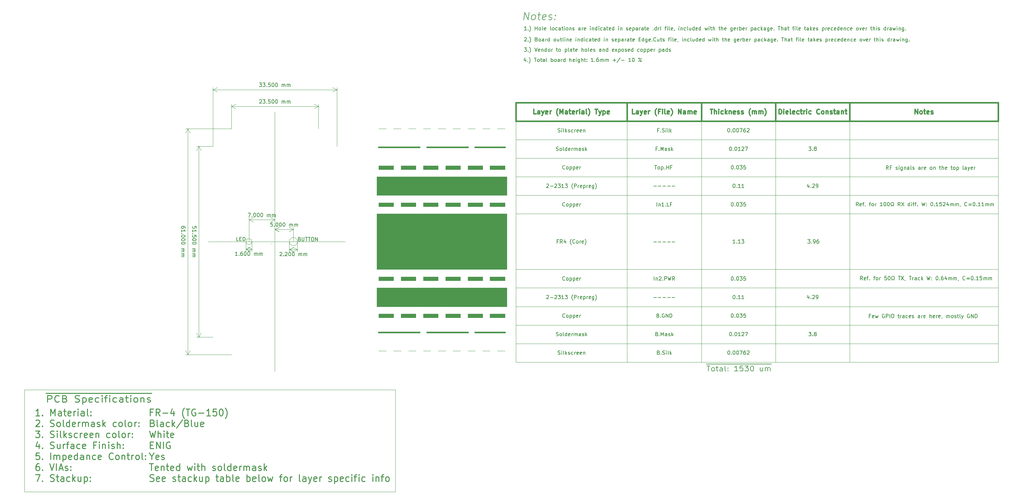
<source format=gbr>
G04 #@! TF.GenerationSoftware,KiCad,Pcbnew,(5.1.7)-1*
G04 #@! TF.CreationDate,2020-11-04T19:15:34+01:00*
G04 #@! TF.ProjectId,generic_node,67656e65-7269-4635-9f6e-6f64652e6b69,2.0.2*
G04 #@! TF.SameCoordinates,PX510ff40PY6422c40*
G04 #@! TF.FileFunction,OtherDrawing,Comment*
%FSLAX46Y46*%
G04 Gerber Fmt 4.6, Leading zero omitted, Abs format (unit mm)*
G04 Created by KiCad (PCBNEW (5.1.7)-1) date 2020-11-04 19:15:34*
%MOMM*%
%LPD*%
G01*
G04 APERTURE LIST*
%ADD10C,0.100000*%
%ADD11C,0.150000*%
%ADD12C,0.250000*%
%ADD13C,0.120000*%
%ADD14C,0.400000*%
%ADD15C,0.200000*%
%ADD16C,0.300000*%
G04 APERTURE END LIST*
D10*
X18950000Y0D02*
X-17950000Y0D01*
X0Y35000000D02*
X0Y-35000000D01*
D11*
X6638095Y671429D02*
X6780952Y623810D01*
X6828571Y576191D01*
X6876190Y480953D01*
X6876190Y338096D01*
X6828571Y242858D01*
X6780952Y195239D01*
X6685714Y147620D01*
X6304761Y147620D01*
X6304761Y1147620D01*
X6638095Y1147620D01*
X6733333Y1100000D01*
X6780952Y1052381D01*
X6828571Y957143D01*
X6828571Y861905D01*
X6780952Y766667D01*
X6733333Y719048D01*
X6638095Y671429D01*
X6304761Y671429D01*
X7304761Y1147620D02*
X7304761Y338096D01*
X7352380Y242858D01*
X7400000Y195239D01*
X7495238Y147620D01*
X7685714Y147620D01*
X7780952Y195239D01*
X7828571Y242858D01*
X7876190Y338096D01*
X7876190Y1147620D01*
X8209523Y1147620D02*
X8780952Y1147620D01*
X8495238Y147620D02*
X8495238Y1147620D01*
X8971428Y1147620D02*
X9542857Y1147620D01*
X9257142Y147620D02*
X9257142Y1147620D01*
X10066666Y1147620D02*
X10257142Y1147620D01*
X10352380Y1100000D01*
X10447619Y1004762D01*
X10495238Y814286D01*
X10495238Y480953D01*
X10447619Y290477D01*
X10352380Y195239D01*
X10257142Y147620D01*
X10066666Y147620D01*
X9971428Y195239D01*
X9876190Y290477D01*
X9828571Y480953D01*
X9828571Y814286D01*
X9876190Y1004762D01*
X9971428Y1100000D01*
X10066666Y1147620D01*
X10923809Y147620D02*
X10923809Y1147620D01*
X11495238Y147620D01*
X11495238Y1147620D01*
X-9842858Y197620D02*
X-10319048Y197620D01*
X-10319048Y1197620D01*
X-9509524Y721429D02*
X-9176191Y721429D01*
X-9033334Y197620D02*
X-9509524Y197620D01*
X-9509524Y1197620D01*
X-9033334Y1197620D01*
X-8604762Y197620D02*
X-8604762Y1197620D01*
X-8366667Y1197620D01*
X-8223810Y1150000D01*
X-8128572Y1054762D01*
X-8080953Y959524D01*
X-8033334Y769048D01*
X-8033334Y626191D01*
X-8080953Y435715D01*
X-8128572Y340477D01*
X-8223810Y245239D01*
X-8366667Y197620D01*
X-8604762Y197620D01*
X-10095239Y-3752380D02*
X-10666667Y-3752380D01*
X-10380953Y-3752380D02*
X-10380953Y-2752380D01*
X-10476191Y-2895238D01*
X-10571429Y-2990476D01*
X-10666667Y-3038095D01*
X-9666667Y-3657142D02*
X-9619048Y-3704761D01*
X-9666667Y-3752380D01*
X-9714286Y-3704761D01*
X-9666667Y-3657142D01*
X-9666667Y-3752380D01*
X-8761905Y-2752380D02*
X-8952381Y-2752380D01*
X-9047620Y-2800000D01*
X-9095239Y-2847619D01*
X-9190477Y-2990476D01*
X-9238096Y-3180952D01*
X-9238096Y-3561904D01*
X-9190477Y-3657142D01*
X-9142858Y-3704761D01*
X-9047620Y-3752380D01*
X-8857143Y-3752380D01*
X-8761905Y-3704761D01*
X-8714286Y-3657142D01*
X-8666667Y-3561904D01*
X-8666667Y-3323809D01*
X-8714286Y-3228571D01*
X-8761905Y-3180952D01*
X-8857143Y-3133333D01*
X-9047620Y-3133333D01*
X-9142858Y-3180952D01*
X-9190477Y-3228571D01*
X-9238096Y-3323809D01*
X-8047620Y-2752380D02*
X-7952381Y-2752380D01*
X-7857143Y-2800000D01*
X-7809524Y-2847619D01*
X-7761905Y-2942857D01*
X-7714286Y-3133333D01*
X-7714286Y-3371428D01*
X-7761905Y-3561904D01*
X-7809524Y-3657142D01*
X-7857143Y-3704761D01*
X-7952381Y-3752380D01*
X-8047620Y-3752380D01*
X-8142858Y-3704761D01*
X-8190477Y-3657142D01*
X-8238096Y-3561904D01*
X-8285715Y-3371428D01*
X-8285715Y-3133333D01*
X-8238096Y-2942857D01*
X-8190477Y-2847619D01*
X-8142858Y-2800000D01*
X-8047620Y-2752380D01*
X-7095239Y-2752380D02*
X-7000000Y-2752380D01*
X-6904762Y-2800000D01*
X-6857143Y-2847619D01*
X-6809524Y-2942857D01*
X-6761905Y-3133333D01*
X-6761905Y-3371428D01*
X-6809524Y-3561904D01*
X-6857143Y-3657142D01*
X-6904762Y-3704761D01*
X-7000000Y-3752380D01*
X-7095239Y-3752380D01*
X-7190477Y-3704761D01*
X-7238096Y-3657142D01*
X-7285715Y-3561904D01*
X-7333334Y-3371428D01*
X-7333334Y-3133333D01*
X-7285715Y-2942857D01*
X-7238096Y-2847619D01*
X-7190477Y-2800000D01*
X-7095239Y-2752380D01*
X-5571429Y-3752380D02*
X-5571429Y-3085714D01*
X-5571429Y-3180952D02*
X-5523810Y-3133333D01*
X-5428572Y-3085714D01*
X-5285715Y-3085714D01*
X-5190477Y-3133333D01*
X-5142858Y-3228571D01*
X-5142858Y-3752380D01*
X-5142858Y-3228571D02*
X-5095239Y-3133333D01*
X-5000000Y-3085714D01*
X-4857143Y-3085714D01*
X-4761905Y-3133333D01*
X-4714286Y-3228571D01*
X-4714286Y-3752380D01*
X-4238096Y-3752380D02*
X-4238096Y-3085714D01*
X-4238096Y-3180952D02*
X-4190477Y-3133333D01*
X-4095239Y-3085714D01*
X-3952381Y-3085714D01*
X-3857143Y-3133333D01*
X-3809524Y-3228571D01*
X-3809524Y-3752380D01*
X-3809524Y-3228571D02*
X-3761905Y-3133333D01*
X-3666667Y-3085714D01*
X-3523810Y-3085714D01*
X-3428572Y-3133333D01*
X-3380953Y-3228571D01*
X-3380953Y-3752380D01*
D10*
X-7800000Y-2050000D02*
X-6200000Y-2050000D01*
X-7800000Y0D02*
X-7800000Y-2636421D01*
X-6200000Y0D02*
X-6200000Y-2636421D01*
X-6200000Y-2050000D02*
X-7326504Y-2636421D01*
X-6200000Y-2050000D02*
X-7326504Y-1463579D01*
X-7800000Y-2050000D02*
X-6673496Y-2636421D01*
X-7800000Y-2050000D02*
X-6673496Y-1463579D01*
D11*
X1333333Y-2947619D02*
X1380952Y-2900000D01*
X1476190Y-2852380D01*
X1714285Y-2852380D01*
X1809523Y-2900000D01*
X1857142Y-2947619D01*
X1904761Y-3042857D01*
X1904761Y-3138095D01*
X1857142Y-3280952D01*
X1285714Y-3852380D01*
X1904761Y-3852380D01*
X2333333Y-3757142D02*
X2380952Y-3804761D01*
X2333333Y-3852380D01*
X2285714Y-3804761D01*
X2333333Y-3757142D01*
X2333333Y-3852380D01*
X2761904Y-2947619D02*
X2809523Y-2900000D01*
X2904761Y-2852380D01*
X3142857Y-2852380D01*
X3238095Y-2900000D01*
X3285714Y-2947619D01*
X3333333Y-3042857D01*
X3333333Y-3138095D01*
X3285714Y-3280952D01*
X2714285Y-3852380D01*
X3333333Y-3852380D01*
X3952380Y-2852380D02*
X4047619Y-2852380D01*
X4142857Y-2900000D01*
X4190476Y-2947619D01*
X4238095Y-3042857D01*
X4285714Y-3233333D01*
X4285714Y-3471428D01*
X4238095Y-3661904D01*
X4190476Y-3757142D01*
X4142857Y-3804761D01*
X4047619Y-3852380D01*
X3952380Y-3852380D01*
X3857142Y-3804761D01*
X3809523Y-3757142D01*
X3761904Y-3661904D01*
X3714285Y-3471428D01*
X3714285Y-3233333D01*
X3761904Y-3042857D01*
X3809523Y-2947619D01*
X3857142Y-2900000D01*
X3952380Y-2852380D01*
X4904761Y-2852380D02*
X5000000Y-2852380D01*
X5095238Y-2900000D01*
X5142857Y-2947619D01*
X5190476Y-3042857D01*
X5238095Y-3233333D01*
X5238095Y-3471428D01*
X5190476Y-3661904D01*
X5142857Y-3757142D01*
X5095238Y-3804761D01*
X5000000Y-3852380D01*
X4904761Y-3852380D01*
X4809523Y-3804761D01*
X4761904Y-3757142D01*
X4714285Y-3661904D01*
X4666666Y-3471428D01*
X4666666Y-3233333D01*
X4714285Y-3042857D01*
X4761904Y-2947619D01*
X4809523Y-2900000D01*
X4904761Y-2852380D01*
X6428571Y-3852380D02*
X6428571Y-3185714D01*
X6428571Y-3280952D02*
X6476190Y-3233333D01*
X6571428Y-3185714D01*
X6714285Y-3185714D01*
X6809523Y-3233333D01*
X6857142Y-3328571D01*
X6857142Y-3852380D01*
X6857142Y-3328571D02*
X6904761Y-3233333D01*
X7000000Y-3185714D01*
X7142857Y-3185714D01*
X7238095Y-3233333D01*
X7285714Y-3328571D01*
X7285714Y-3852380D01*
X7761904Y-3852380D02*
X7761904Y-3185714D01*
X7761904Y-3280952D02*
X7809523Y-3233333D01*
X7904761Y-3185714D01*
X8047619Y-3185714D01*
X8142857Y-3233333D01*
X8190476Y-3328571D01*
X8190476Y-3852380D01*
X8190476Y-3328571D02*
X8238095Y-3233333D01*
X8333333Y-3185714D01*
X8476190Y-3185714D01*
X8571428Y-3233333D01*
X8619047Y-3328571D01*
X8619047Y-3852380D01*
D10*
X3900000Y-2150000D02*
X6100000Y-2150000D01*
X3900000Y0D02*
X3900000Y-2736421D01*
X6100000Y0D02*
X6100000Y-2736421D01*
X6100000Y-2150000D02*
X4973496Y-2736421D01*
X6100000Y-2150000D02*
X4973496Y-1563579D01*
X3900000Y-2150000D02*
X5026504Y-2736421D01*
X3900000Y-2150000D02*
X5026504Y-1563579D01*
D11*
X-642858Y5097620D02*
X-1119048Y5097620D01*
X-1166667Y4621429D01*
X-1119048Y4669048D01*
X-1023810Y4716667D01*
X-785715Y4716667D01*
X-690477Y4669048D01*
X-642858Y4621429D01*
X-595239Y4526191D01*
X-595239Y4288096D01*
X-642858Y4192858D01*
X-690477Y4145239D01*
X-785715Y4097620D01*
X-1023810Y4097620D01*
X-1119048Y4145239D01*
X-1166667Y4192858D01*
X-166667Y4192858D02*
X-119048Y4145239D01*
X-166667Y4097620D01*
X-214286Y4145239D01*
X-166667Y4192858D01*
X-166667Y4097620D01*
X500000Y5097620D02*
X595238Y5097620D01*
X690476Y5050000D01*
X738095Y5002381D01*
X785714Y4907143D01*
X833333Y4716667D01*
X833333Y4478572D01*
X785714Y4288096D01*
X738095Y4192858D01*
X690476Y4145239D01*
X595238Y4097620D01*
X500000Y4097620D01*
X404761Y4145239D01*
X357142Y4192858D01*
X309523Y4288096D01*
X261904Y4478572D01*
X261904Y4716667D01*
X309523Y4907143D01*
X357142Y5002381D01*
X404761Y5050000D01*
X500000Y5097620D01*
X1452380Y5097620D02*
X1547619Y5097620D01*
X1642857Y5050000D01*
X1690476Y5002381D01*
X1738095Y4907143D01*
X1785714Y4716667D01*
X1785714Y4478572D01*
X1738095Y4288096D01*
X1690476Y4192858D01*
X1642857Y4145239D01*
X1547619Y4097620D01*
X1452380Y4097620D01*
X1357142Y4145239D01*
X1309523Y4192858D01*
X1261904Y4288096D01*
X1214285Y4478572D01*
X1214285Y4716667D01*
X1261904Y4907143D01*
X1309523Y5002381D01*
X1357142Y5050000D01*
X1452380Y5097620D01*
X2404761Y5097620D02*
X2500000Y5097620D01*
X2595238Y5050000D01*
X2642857Y5002381D01*
X2690476Y4907143D01*
X2738095Y4716667D01*
X2738095Y4478572D01*
X2690476Y4288096D01*
X2642857Y4192858D01*
X2595238Y4145239D01*
X2500000Y4097620D01*
X2404761Y4097620D01*
X2309523Y4145239D01*
X2261904Y4192858D01*
X2214285Y4288096D01*
X2166666Y4478572D01*
X2166666Y4716667D01*
X2214285Y4907143D01*
X2261904Y5002381D01*
X2309523Y5050000D01*
X2404761Y5097620D01*
X3928571Y4097620D02*
X3928571Y4764286D01*
X3928571Y4669048D02*
X3976190Y4716667D01*
X4071428Y4764286D01*
X4214285Y4764286D01*
X4309523Y4716667D01*
X4357142Y4621429D01*
X4357142Y4097620D01*
X4357142Y4621429D02*
X4404761Y4716667D01*
X4500000Y4764286D01*
X4642857Y4764286D01*
X4738095Y4716667D01*
X4785714Y4621429D01*
X4785714Y4097620D01*
X5261904Y4097620D02*
X5261904Y4764286D01*
X5261904Y4669048D02*
X5309523Y4716667D01*
X5404761Y4764286D01*
X5547619Y4764286D01*
X5642857Y4716667D01*
X5690476Y4621429D01*
X5690476Y4097620D01*
X5690476Y4621429D02*
X5738095Y4716667D01*
X5833333Y4764286D01*
X5976190Y4764286D01*
X6071428Y4716667D01*
X6119047Y4621429D01*
X6119047Y4097620D01*
D10*
X0Y3300000D02*
X5000000Y3300000D01*
X0Y0D02*
X0Y3886421D01*
X5000000Y0D02*
X5000000Y3886421D01*
X5000000Y3300000D02*
X3873496Y2713579D01*
X5000000Y3300000D02*
X3873496Y3886421D01*
X0Y3300000D02*
X1126504Y2713579D01*
X0Y3300000D02*
X1126504Y3886421D01*
D11*
X-7214286Y7697620D02*
X-6547620Y7697620D01*
X-6976191Y6697620D01*
X-6166667Y6792858D02*
X-6119048Y6745239D01*
X-6166667Y6697620D01*
X-6214286Y6745239D01*
X-6166667Y6792858D01*
X-6166667Y6697620D01*
X-5500000Y7697620D02*
X-5404762Y7697620D01*
X-5309524Y7650000D01*
X-5261905Y7602381D01*
X-5214286Y7507143D01*
X-5166667Y7316667D01*
X-5166667Y7078572D01*
X-5214286Y6888096D01*
X-5261905Y6792858D01*
X-5309524Y6745239D01*
X-5404762Y6697620D01*
X-5500000Y6697620D01*
X-5595239Y6745239D01*
X-5642858Y6792858D01*
X-5690477Y6888096D01*
X-5738096Y7078572D01*
X-5738096Y7316667D01*
X-5690477Y7507143D01*
X-5642858Y7602381D01*
X-5595239Y7650000D01*
X-5500000Y7697620D01*
X-4547620Y7697620D02*
X-4452381Y7697620D01*
X-4357143Y7650000D01*
X-4309524Y7602381D01*
X-4261905Y7507143D01*
X-4214286Y7316667D01*
X-4214286Y7078572D01*
X-4261905Y6888096D01*
X-4309524Y6792858D01*
X-4357143Y6745239D01*
X-4452381Y6697620D01*
X-4547620Y6697620D01*
X-4642858Y6745239D01*
X-4690477Y6792858D01*
X-4738096Y6888096D01*
X-4785715Y7078572D01*
X-4785715Y7316667D01*
X-4738096Y7507143D01*
X-4690477Y7602381D01*
X-4642858Y7650000D01*
X-4547620Y7697620D01*
X-3595239Y7697620D02*
X-3500000Y7697620D01*
X-3404762Y7650000D01*
X-3357143Y7602381D01*
X-3309524Y7507143D01*
X-3261905Y7316667D01*
X-3261905Y7078572D01*
X-3309524Y6888096D01*
X-3357143Y6792858D01*
X-3404762Y6745239D01*
X-3500000Y6697620D01*
X-3595239Y6697620D01*
X-3690477Y6745239D01*
X-3738096Y6792858D01*
X-3785715Y6888096D01*
X-3833334Y7078572D01*
X-3833334Y7316667D01*
X-3785715Y7507143D01*
X-3738096Y7602381D01*
X-3690477Y7650000D01*
X-3595239Y7697620D01*
X-2071429Y6697620D02*
X-2071429Y7364286D01*
X-2071429Y7269048D02*
X-2023810Y7316667D01*
X-1928572Y7364286D01*
X-1785715Y7364286D01*
X-1690477Y7316667D01*
X-1642858Y7221429D01*
X-1642858Y6697620D01*
X-1642858Y7221429D02*
X-1595239Y7316667D01*
X-1500000Y7364286D01*
X-1357143Y7364286D01*
X-1261905Y7316667D01*
X-1214286Y7221429D01*
X-1214286Y6697620D01*
X-738096Y6697620D02*
X-738096Y7364286D01*
X-738096Y7269048D02*
X-690477Y7316667D01*
X-595239Y7364286D01*
X-452381Y7364286D01*
X-357143Y7316667D01*
X-309524Y7221429D01*
X-309524Y6697620D01*
X-309524Y7221429D02*
X-261905Y7316667D01*
X-166667Y7364286D01*
X-23810Y7364286D01*
X71428Y7316667D01*
X119047Y7221429D01*
X119047Y6697620D01*
D10*
X0Y5900000D02*
X-7000000Y5900000D01*
X0Y0D02*
X0Y6486421D01*
X-7000000Y0D02*
X-7000000Y6486421D01*
X-7000000Y5900000D02*
X-5873496Y6486421D01*
X-7000000Y5900000D02*
X-5873496Y5313579D01*
X0Y5900000D02*
X-1126504Y6486421D01*
X0Y5900000D02*
X-1126504Y5313579D01*
X6100000Y0D02*
G75*
G03*
X6100000Y0I-1100000J0D01*
G01*
X-6200000Y0D02*
G75*
G03*
X-6200000Y0I-800000J0D01*
G01*
X-900000Y-600000D02*
X-900000Y-500000D01*
X-900000Y-700000D02*
X-900000Y-600000D01*
D12*
X-33008929Y-46021428D02*
X-33608929Y-46021428D01*
X-33608929Y-46964285D02*
X-33608929Y-45164285D01*
X-32751786Y-45164285D01*
X-31037500Y-46964285D02*
X-31637500Y-46107142D01*
X-32066072Y-46964285D02*
X-32066072Y-45164285D01*
X-31380358Y-45164285D01*
X-31208929Y-45250000D01*
X-31123215Y-45335714D01*
X-31037500Y-45507142D01*
X-31037500Y-45764285D01*
X-31123215Y-45935714D01*
X-31208929Y-46021428D01*
X-31380358Y-46107142D01*
X-32066072Y-46107142D01*
X-30266072Y-46278571D02*
X-28894643Y-46278571D01*
X-27266072Y-45764285D02*
X-27266072Y-46964285D01*
X-27694643Y-45078571D02*
X-28123215Y-46364285D01*
X-27008929Y-46364285D01*
X-24437500Y-47650000D02*
X-24523215Y-47564285D01*
X-24694643Y-47307142D01*
X-24780358Y-47135714D01*
X-24866072Y-46878571D01*
X-24951786Y-46450000D01*
X-24951786Y-46107142D01*
X-24866072Y-45678571D01*
X-24780358Y-45421428D01*
X-24694643Y-45250000D01*
X-24523215Y-44992857D01*
X-24437500Y-44907142D01*
X-24008929Y-45164285D02*
X-22980358Y-45164285D01*
X-23494643Y-46964285D02*
X-23494643Y-45164285D01*
X-21437500Y-45250000D02*
X-21608929Y-45164285D01*
X-21866072Y-45164285D01*
X-22123215Y-45250000D01*
X-22294643Y-45421428D01*
X-22380358Y-45592857D01*
X-22466072Y-45935714D01*
X-22466072Y-46192857D01*
X-22380358Y-46535714D01*
X-22294643Y-46707142D01*
X-22123215Y-46878571D01*
X-21866072Y-46964285D01*
X-21694643Y-46964285D01*
X-21437500Y-46878571D01*
X-21351786Y-46792857D01*
X-21351786Y-46192857D01*
X-21694643Y-46192857D01*
X-20580358Y-46278571D02*
X-19208929Y-46278571D01*
X-17408929Y-46964285D02*
X-18437500Y-46964285D01*
X-17923215Y-46964285D02*
X-17923215Y-45164285D01*
X-18094643Y-45421428D01*
X-18266072Y-45592857D01*
X-18437500Y-45678571D01*
X-15780358Y-45164285D02*
X-16637500Y-45164285D01*
X-16723215Y-46021428D01*
X-16637500Y-45935714D01*
X-16466072Y-45850000D01*
X-16037500Y-45850000D01*
X-15866072Y-45935714D01*
X-15780358Y-46021428D01*
X-15694643Y-46192857D01*
X-15694643Y-46621428D01*
X-15780358Y-46792857D01*
X-15866072Y-46878571D01*
X-16037500Y-46964285D01*
X-16466072Y-46964285D01*
X-16637500Y-46878571D01*
X-16723215Y-46792857D01*
X-14580358Y-45164285D02*
X-14408929Y-45164285D01*
X-14237500Y-45250000D01*
X-14151786Y-45335714D01*
X-14066072Y-45507142D01*
X-13980358Y-45850000D01*
X-13980358Y-46278571D01*
X-14066072Y-46621428D01*
X-14151786Y-46792857D01*
X-14237500Y-46878571D01*
X-14408929Y-46964285D01*
X-14580358Y-46964285D01*
X-14751786Y-46878571D01*
X-14837500Y-46792857D01*
X-14923215Y-46621428D01*
X-15008929Y-46278571D01*
X-15008929Y-45850000D01*
X-14923215Y-45507142D01*
X-14837500Y-45335714D01*
X-14751786Y-45250000D01*
X-14580358Y-45164285D01*
X-13380358Y-47650000D02*
X-13294643Y-47564285D01*
X-13123215Y-47307142D01*
X-13037500Y-47135714D01*
X-12951786Y-46878571D01*
X-12866072Y-46450000D01*
X-12866072Y-46107142D01*
X-12951786Y-45678571D01*
X-13037500Y-45421428D01*
X-13123215Y-45250000D01*
X-13294643Y-44992857D01*
X-13380358Y-44907142D01*
X-33008929Y-48971428D02*
X-32751786Y-49057142D01*
X-32666072Y-49142857D01*
X-32580358Y-49314285D01*
X-32580358Y-49571428D01*
X-32666072Y-49742857D01*
X-32751786Y-49828571D01*
X-32923215Y-49914285D01*
X-33608929Y-49914285D01*
X-33608929Y-48114285D01*
X-33008929Y-48114285D01*
X-32837500Y-48200000D01*
X-32751786Y-48285714D01*
X-32666072Y-48457142D01*
X-32666072Y-48628571D01*
X-32751786Y-48800000D01*
X-32837500Y-48885714D01*
X-33008929Y-48971428D01*
X-33608929Y-48971428D01*
X-31551786Y-49914285D02*
X-31723215Y-49828571D01*
X-31808929Y-49657142D01*
X-31808929Y-48114285D01*
X-30094643Y-49914285D02*
X-30094643Y-48971428D01*
X-30180358Y-48800000D01*
X-30351786Y-48714285D01*
X-30694643Y-48714285D01*
X-30866072Y-48800000D01*
X-30094643Y-49828571D02*
X-30266072Y-49914285D01*
X-30694643Y-49914285D01*
X-30866072Y-49828571D01*
X-30951786Y-49657142D01*
X-30951786Y-49485714D01*
X-30866072Y-49314285D01*
X-30694643Y-49228571D01*
X-30266072Y-49228571D01*
X-30094643Y-49142857D01*
X-28466072Y-49828571D02*
X-28637500Y-49914285D01*
X-28980358Y-49914285D01*
X-29151786Y-49828571D01*
X-29237500Y-49742857D01*
X-29323215Y-49571428D01*
X-29323215Y-49057142D01*
X-29237500Y-48885714D01*
X-29151786Y-48800000D01*
X-28980358Y-48714285D01*
X-28637500Y-48714285D01*
X-28466072Y-48800000D01*
X-27694643Y-49914285D02*
X-27694643Y-48114285D01*
X-27523215Y-49228571D02*
X-27008929Y-49914285D01*
X-27008929Y-48714285D02*
X-27694643Y-49400000D01*
X-24951786Y-48028571D02*
X-26494643Y-50342857D01*
X-23751786Y-48971428D02*
X-23494643Y-49057142D01*
X-23408929Y-49142857D01*
X-23323215Y-49314285D01*
X-23323215Y-49571428D01*
X-23408929Y-49742857D01*
X-23494643Y-49828571D01*
X-23666072Y-49914285D01*
X-24351786Y-49914285D01*
X-24351786Y-48114285D01*
X-23751786Y-48114285D01*
X-23580358Y-48200000D01*
X-23494643Y-48285714D01*
X-23408929Y-48457142D01*
X-23408929Y-48628571D01*
X-23494643Y-48800000D01*
X-23580358Y-48885714D01*
X-23751786Y-48971428D01*
X-24351786Y-48971428D01*
X-22294643Y-49914285D02*
X-22466072Y-49828571D01*
X-22551786Y-49657142D01*
X-22551786Y-48114285D01*
X-20837500Y-48714285D02*
X-20837500Y-49914285D01*
X-21608929Y-48714285D02*
X-21608929Y-49657142D01*
X-21523215Y-49828571D01*
X-21351786Y-49914285D01*
X-21094643Y-49914285D01*
X-20923215Y-49828571D01*
X-20837500Y-49742857D01*
X-19294643Y-49828571D02*
X-19466072Y-49914285D01*
X-19808929Y-49914285D01*
X-19980358Y-49828571D01*
X-20066072Y-49657142D01*
X-20066072Y-48971428D01*
X-19980358Y-48800000D01*
X-19808929Y-48714285D01*
X-19466072Y-48714285D01*
X-19294643Y-48800000D01*
X-19208929Y-48971428D01*
X-19208929Y-49142857D01*
X-20066072Y-49314285D01*
X-33780358Y-51064285D02*
X-33351786Y-52864285D01*
X-33008929Y-51578571D01*
X-32666072Y-52864285D01*
X-32237500Y-51064285D01*
X-31551786Y-52864285D02*
X-31551786Y-51064285D01*
X-30780358Y-52864285D02*
X-30780358Y-51921428D01*
X-30866072Y-51750000D01*
X-31037500Y-51664285D01*
X-31294643Y-51664285D01*
X-31466072Y-51750000D01*
X-31551786Y-51835714D01*
X-29923215Y-52864285D02*
X-29923215Y-51664285D01*
X-29923215Y-51064285D02*
X-30008929Y-51150000D01*
X-29923215Y-51235714D01*
X-29837500Y-51150000D01*
X-29923215Y-51064285D01*
X-29923215Y-51235714D01*
X-29323215Y-51664285D02*
X-28637500Y-51664285D01*
X-29066072Y-51064285D02*
X-29066072Y-52607142D01*
X-28980358Y-52778571D01*
X-28808929Y-52864285D01*
X-28637500Y-52864285D01*
X-27351786Y-52778571D02*
X-27523215Y-52864285D01*
X-27866072Y-52864285D01*
X-28037500Y-52778571D01*
X-28123215Y-52607142D01*
X-28123215Y-51921428D01*
X-28037500Y-51750000D01*
X-27866072Y-51664285D01*
X-27523215Y-51664285D01*
X-27351786Y-51750000D01*
X-27266072Y-51921428D01*
X-27266072Y-52092857D01*
X-28123215Y-52264285D01*
X-33608929Y-54871428D02*
X-33008929Y-54871428D01*
X-32751786Y-55814285D02*
X-33608929Y-55814285D01*
X-33608929Y-54014285D01*
X-32751786Y-54014285D01*
X-31980358Y-55814285D02*
X-31980358Y-54014285D01*
X-30951786Y-55814285D01*
X-30951786Y-54014285D01*
X-30094643Y-55814285D02*
X-30094643Y-54014285D01*
X-28294643Y-54100000D02*
X-28466072Y-54014285D01*
X-28723215Y-54014285D01*
X-28980358Y-54100000D01*
X-29151786Y-54271428D01*
X-29237500Y-54442857D01*
X-29323215Y-54785714D01*
X-29323215Y-55042857D01*
X-29237500Y-55385714D01*
X-29151786Y-55557142D01*
X-28980358Y-55728571D01*
X-28723215Y-55814285D01*
X-28551786Y-55814285D01*
X-28294643Y-55728571D01*
X-28208929Y-55642857D01*
X-28208929Y-55042857D01*
X-28551786Y-55042857D01*
X-33266072Y-57907142D02*
X-33266072Y-58764285D01*
X-33866072Y-56964285D02*
X-33266072Y-57907142D01*
X-32666072Y-56964285D01*
X-31380358Y-58678571D02*
X-31551786Y-58764285D01*
X-31894643Y-58764285D01*
X-32066072Y-58678571D01*
X-32151786Y-58507142D01*
X-32151786Y-57821428D01*
X-32066072Y-57650000D01*
X-31894643Y-57564285D01*
X-31551786Y-57564285D01*
X-31380358Y-57650000D01*
X-31294643Y-57821428D01*
X-31294643Y-57992857D01*
X-32151786Y-58164285D01*
X-30608929Y-58678571D02*
X-30437500Y-58764285D01*
X-30094643Y-58764285D01*
X-29923215Y-58678571D01*
X-29837500Y-58507142D01*
X-29837500Y-58421428D01*
X-29923215Y-58250000D01*
X-30094643Y-58164285D01*
X-30351786Y-58164285D01*
X-30523215Y-58078571D01*
X-30608929Y-57907142D01*
X-30608929Y-57821428D01*
X-30523215Y-57650000D01*
X-30351786Y-57564285D01*
X-30094643Y-57564285D01*
X-29923215Y-57650000D01*
X-33866072Y-59914285D02*
X-32837500Y-59914285D01*
X-33351786Y-61714285D02*
X-33351786Y-59914285D01*
X-31551786Y-61628571D02*
X-31723215Y-61714285D01*
X-32066072Y-61714285D01*
X-32237500Y-61628571D01*
X-32323215Y-61457142D01*
X-32323215Y-60771428D01*
X-32237500Y-60600000D01*
X-32066072Y-60514285D01*
X-31723215Y-60514285D01*
X-31551786Y-60600000D01*
X-31466072Y-60771428D01*
X-31466072Y-60942857D01*
X-32323215Y-61114285D01*
X-30694643Y-60514285D02*
X-30694643Y-61714285D01*
X-30694643Y-60685714D02*
X-30608929Y-60600000D01*
X-30437500Y-60514285D01*
X-30180358Y-60514285D01*
X-30008929Y-60600000D01*
X-29923215Y-60771428D01*
X-29923215Y-61714285D01*
X-29323215Y-60514285D02*
X-28637500Y-60514285D01*
X-29066072Y-59914285D02*
X-29066072Y-61457142D01*
X-28980358Y-61628571D01*
X-28808929Y-61714285D01*
X-28637500Y-61714285D01*
X-27351786Y-61628571D02*
X-27523215Y-61714285D01*
X-27866072Y-61714285D01*
X-28037500Y-61628571D01*
X-28123215Y-61457142D01*
X-28123215Y-60771428D01*
X-28037500Y-60600000D01*
X-27866072Y-60514285D01*
X-27523215Y-60514285D01*
X-27351786Y-60600000D01*
X-27266072Y-60771428D01*
X-27266072Y-60942857D01*
X-28123215Y-61114285D01*
X-25723215Y-61714285D02*
X-25723215Y-59914285D01*
X-25723215Y-61628571D02*
X-25894643Y-61714285D01*
X-26237500Y-61714285D01*
X-26408929Y-61628571D01*
X-26494643Y-61542857D01*
X-26580358Y-61371428D01*
X-26580358Y-60857142D01*
X-26494643Y-60685714D01*
X-26408929Y-60600000D01*
X-26237500Y-60514285D01*
X-25894643Y-60514285D01*
X-25723215Y-60600000D01*
X-23666072Y-60514285D02*
X-23323215Y-61714285D01*
X-22980358Y-60857142D01*
X-22637500Y-61714285D01*
X-22294643Y-60514285D01*
X-21608929Y-61714285D02*
X-21608929Y-60514285D01*
X-21608929Y-59914285D02*
X-21694643Y-60000000D01*
X-21608929Y-60085714D01*
X-21523215Y-60000000D01*
X-21608929Y-59914285D01*
X-21608929Y-60085714D01*
X-21008929Y-60514285D02*
X-20323215Y-60514285D01*
X-20751786Y-59914285D02*
X-20751786Y-61457142D01*
X-20666072Y-61628571D01*
X-20494643Y-61714285D01*
X-20323215Y-61714285D01*
X-19723215Y-61714285D02*
X-19723215Y-59914285D01*
X-18951786Y-61714285D02*
X-18951786Y-60771428D01*
X-19037500Y-60600000D01*
X-19208929Y-60514285D01*
X-19466072Y-60514285D01*
X-19637500Y-60600000D01*
X-19723215Y-60685714D01*
X-16808929Y-61628571D02*
X-16637500Y-61714285D01*
X-16294643Y-61714285D01*
X-16123215Y-61628571D01*
X-16037500Y-61457142D01*
X-16037500Y-61371428D01*
X-16123215Y-61200000D01*
X-16294643Y-61114285D01*
X-16551786Y-61114285D01*
X-16723215Y-61028571D01*
X-16808929Y-60857142D01*
X-16808929Y-60771428D01*
X-16723215Y-60600000D01*
X-16551786Y-60514285D01*
X-16294643Y-60514285D01*
X-16123215Y-60600000D01*
X-15008929Y-61714285D02*
X-15180358Y-61628571D01*
X-15266072Y-61542857D01*
X-15351786Y-61371428D01*
X-15351786Y-60857142D01*
X-15266072Y-60685714D01*
X-15180358Y-60600000D01*
X-15008929Y-60514285D01*
X-14751786Y-60514285D01*
X-14580358Y-60600000D01*
X-14494643Y-60685714D01*
X-14408929Y-60857142D01*
X-14408929Y-61371428D01*
X-14494643Y-61542857D01*
X-14580358Y-61628571D01*
X-14751786Y-61714285D01*
X-15008929Y-61714285D01*
X-13380358Y-61714285D02*
X-13551786Y-61628571D01*
X-13637500Y-61457142D01*
X-13637500Y-59914285D01*
X-11923215Y-61714285D02*
X-11923215Y-59914285D01*
X-11923215Y-61628571D02*
X-12094643Y-61714285D01*
X-12437500Y-61714285D01*
X-12608929Y-61628571D01*
X-12694643Y-61542857D01*
X-12780358Y-61371428D01*
X-12780358Y-60857142D01*
X-12694643Y-60685714D01*
X-12608929Y-60600000D01*
X-12437500Y-60514285D01*
X-12094643Y-60514285D01*
X-11923215Y-60600000D01*
X-10380358Y-61628571D02*
X-10551786Y-61714285D01*
X-10894643Y-61714285D01*
X-11066072Y-61628571D01*
X-11151786Y-61457142D01*
X-11151786Y-60771428D01*
X-11066072Y-60600000D01*
X-10894643Y-60514285D01*
X-10551786Y-60514285D01*
X-10380358Y-60600000D01*
X-10294643Y-60771428D01*
X-10294643Y-60942857D01*
X-11151786Y-61114285D01*
X-9523215Y-61714285D02*
X-9523215Y-60514285D01*
X-9523215Y-60857142D02*
X-9437500Y-60685714D01*
X-9351786Y-60600000D01*
X-9180358Y-60514285D01*
X-9008929Y-60514285D01*
X-8408929Y-61714285D02*
X-8408929Y-60514285D01*
X-8408929Y-60685714D02*
X-8323215Y-60600000D01*
X-8151786Y-60514285D01*
X-7894643Y-60514285D01*
X-7723215Y-60600000D01*
X-7637500Y-60771428D01*
X-7637500Y-61714285D01*
X-7637500Y-60771428D02*
X-7551786Y-60600000D01*
X-7380358Y-60514285D01*
X-7123215Y-60514285D01*
X-6951786Y-60600000D01*
X-6866072Y-60771428D01*
X-6866072Y-61714285D01*
X-5237500Y-61714285D02*
X-5237500Y-60771428D01*
X-5323215Y-60600000D01*
X-5494643Y-60514285D01*
X-5837500Y-60514285D01*
X-6008929Y-60600000D01*
X-5237500Y-61628571D02*
X-5408929Y-61714285D01*
X-5837500Y-61714285D01*
X-6008929Y-61628571D01*
X-6094643Y-61457142D01*
X-6094643Y-61285714D01*
X-6008929Y-61114285D01*
X-5837500Y-61028571D01*
X-5408929Y-61028571D01*
X-5237500Y-60942857D01*
X-4466072Y-61628571D02*
X-4294643Y-61714285D01*
X-3951786Y-61714285D01*
X-3780358Y-61628571D01*
X-3694643Y-61457142D01*
X-3694643Y-61371428D01*
X-3780358Y-61200000D01*
X-3951786Y-61114285D01*
X-4208929Y-61114285D01*
X-4380358Y-61028571D01*
X-4466072Y-60857142D01*
X-4466072Y-60771428D01*
X-4380358Y-60600000D01*
X-4208929Y-60514285D01*
X-3951786Y-60514285D01*
X-3780358Y-60600000D01*
X-2923215Y-61714285D02*
X-2923215Y-59914285D01*
X-2751786Y-61028571D02*
X-2237500Y-61714285D01*
X-2237500Y-60514285D02*
X-2923215Y-61200000D01*
X-33694643Y-64578571D02*
X-33437500Y-64664285D01*
X-33008929Y-64664285D01*
X-32837500Y-64578571D01*
X-32751786Y-64492857D01*
X-32666072Y-64321428D01*
X-32666072Y-64150000D01*
X-32751786Y-63978571D01*
X-32837500Y-63892857D01*
X-33008929Y-63807142D01*
X-33351786Y-63721428D01*
X-33523215Y-63635714D01*
X-33608929Y-63550000D01*
X-33694643Y-63378571D01*
X-33694643Y-63207142D01*
X-33608929Y-63035714D01*
X-33523215Y-62950000D01*
X-33351786Y-62864285D01*
X-32923215Y-62864285D01*
X-32666072Y-62950000D01*
X-31208929Y-64578571D02*
X-31380358Y-64664285D01*
X-31723215Y-64664285D01*
X-31894643Y-64578571D01*
X-31980358Y-64407142D01*
X-31980358Y-63721428D01*
X-31894643Y-63550000D01*
X-31723215Y-63464285D01*
X-31380358Y-63464285D01*
X-31208929Y-63550000D01*
X-31123215Y-63721428D01*
X-31123215Y-63892857D01*
X-31980358Y-64064285D01*
X-29666072Y-64578571D02*
X-29837500Y-64664285D01*
X-30180358Y-64664285D01*
X-30351786Y-64578571D01*
X-30437500Y-64407142D01*
X-30437500Y-63721428D01*
X-30351786Y-63550000D01*
X-30180358Y-63464285D01*
X-29837500Y-63464285D01*
X-29666072Y-63550000D01*
X-29580358Y-63721428D01*
X-29580358Y-63892857D01*
X-30437500Y-64064285D01*
X-27523215Y-64578571D02*
X-27351786Y-64664285D01*
X-27008929Y-64664285D01*
X-26837500Y-64578571D01*
X-26751786Y-64407142D01*
X-26751786Y-64321428D01*
X-26837500Y-64150000D01*
X-27008929Y-64064285D01*
X-27266072Y-64064285D01*
X-27437500Y-63978571D01*
X-27523215Y-63807142D01*
X-27523215Y-63721428D01*
X-27437500Y-63550000D01*
X-27266072Y-63464285D01*
X-27008929Y-63464285D01*
X-26837500Y-63550000D01*
X-26237500Y-63464285D02*
X-25551786Y-63464285D01*
X-25980358Y-62864285D02*
X-25980358Y-64407142D01*
X-25894643Y-64578571D01*
X-25723215Y-64664285D01*
X-25551786Y-64664285D01*
X-24180358Y-64664285D02*
X-24180358Y-63721428D01*
X-24266072Y-63550000D01*
X-24437500Y-63464285D01*
X-24780358Y-63464285D01*
X-24951786Y-63550000D01*
X-24180358Y-64578571D02*
X-24351786Y-64664285D01*
X-24780358Y-64664285D01*
X-24951786Y-64578571D01*
X-25037500Y-64407142D01*
X-25037500Y-64235714D01*
X-24951786Y-64064285D01*
X-24780358Y-63978571D01*
X-24351786Y-63978571D01*
X-24180358Y-63892857D01*
X-22551786Y-64578571D02*
X-22723215Y-64664285D01*
X-23066072Y-64664285D01*
X-23237500Y-64578571D01*
X-23323215Y-64492857D01*
X-23408929Y-64321428D01*
X-23408929Y-63807142D01*
X-23323215Y-63635714D01*
X-23237500Y-63550000D01*
X-23066072Y-63464285D01*
X-22723215Y-63464285D01*
X-22551786Y-63550000D01*
X-21780358Y-64664285D02*
X-21780358Y-62864285D01*
X-21608929Y-63978571D02*
X-21094643Y-64664285D01*
X-21094643Y-63464285D02*
X-21780358Y-64150000D01*
X-19551786Y-63464285D02*
X-19551786Y-64664285D01*
X-20323215Y-63464285D02*
X-20323215Y-64407142D01*
X-20237500Y-64578571D01*
X-20066072Y-64664285D01*
X-19808929Y-64664285D01*
X-19637500Y-64578571D01*
X-19551786Y-64492857D01*
X-18694643Y-63464285D02*
X-18694643Y-65264285D01*
X-18694643Y-63550000D02*
X-18523215Y-63464285D01*
X-18180358Y-63464285D01*
X-18008929Y-63550000D01*
X-17923215Y-63635714D01*
X-17837500Y-63807142D01*
X-17837500Y-64321428D01*
X-17923215Y-64492857D01*
X-18008929Y-64578571D01*
X-18180358Y-64664285D01*
X-18523215Y-64664285D01*
X-18694643Y-64578571D01*
X-15951786Y-63464285D02*
X-15266072Y-63464285D01*
X-15694643Y-62864285D02*
X-15694643Y-64407142D01*
X-15608929Y-64578571D01*
X-15437500Y-64664285D01*
X-15266072Y-64664285D01*
X-13894643Y-64664285D02*
X-13894643Y-63721428D01*
X-13980358Y-63550000D01*
X-14151786Y-63464285D01*
X-14494643Y-63464285D01*
X-14666072Y-63550000D01*
X-13894643Y-64578571D02*
X-14066072Y-64664285D01*
X-14494643Y-64664285D01*
X-14666072Y-64578571D01*
X-14751786Y-64407142D01*
X-14751786Y-64235714D01*
X-14666072Y-64064285D01*
X-14494643Y-63978571D01*
X-14066072Y-63978571D01*
X-13894643Y-63892857D01*
X-13037500Y-64664285D02*
X-13037500Y-62864285D01*
X-13037500Y-63550000D02*
X-12866072Y-63464285D01*
X-12523215Y-63464285D01*
X-12351786Y-63550000D01*
X-12266072Y-63635714D01*
X-12180358Y-63807142D01*
X-12180358Y-64321428D01*
X-12266072Y-64492857D01*
X-12351786Y-64578571D01*
X-12523215Y-64664285D01*
X-12866072Y-64664285D01*
X-13037500Y-64578571D01*
X-11151786Y-64664285D02*
X-11323215Y-64578571D01*
X-11408929Y-64407142D01*
X-11408929Y-62864285D01*
X-9780358Y-64578571D02*
X-9951786Y-64664285D01*
X-10294643Y-64664285D01*
X-10466072Y-64578571D01*
X-10551786Y-64407142D01*
X-10551786Y-63721428D01*
X-10466072Y-63550000D01*
X-10294643Y-63464285D01*
X-9951786Y-63464285D01*
X-9780358Y-63550000D01*
X-9694643Y-63721428D01*
X-9694643Y-63892857D01*
X-10551786Y-64064285D01*
X-7551786Y-64664285D02*
X-7551786Y-62864285D01*
X-7551786Y-63550000D02*
X-7380358Y-63464285D01*
X-7037500Y-63464285D01*
X-6866072Y-63550000D01*
X-6780358Y-63635714D01*
X-6694643Y-63807142D01*
X-6694643Y-64321428D01*
X-6780358Y-64492857D01*
X-6866072Y-64578571D01*
X-7037500Y-64664285D01*
X-7380358Y-64664285D01*
X-7551786Y-64578571D01*
X-5237500Y-64578571D02*
X-5408929Y-64664285D01*
X-5751786Y-64664285D01*
X-5923215Y-64578571D01*
X-6008929Y-64407142D01*
X-6008929Y-63721428D01*
X-5923215Y-63550000D01*
X-5751786Y-63464285D01*
X-5408929Y-63464285D01*
X-5237500Y-63550000D01*
X-5151786Y-63721428D01*
X-5151786Y-63892857D01*
X-6008929Y-64064285D01*
X-4123215Y-64664285D02*
X-4294643Y-64578571D01*
X-4380358Y-64407142D01*
X-4380358Y-62864285D01*
X-3180358Y-64664285D02*
X-3351786Y-64578571D01*
X-3437500Y-64492857D01*
X-3523215Y-64321428D01*
X-3523215Y-63807142D01*
X-3437500Y-63635714D01*
X-3351786Y-63550000D01*
X-3180358Y-63464285D01*
X-2923215Y-63464285D01*
X-2751786Y-63550000D01*
X-2666072Y-63635714D01*
X-2580358Y-63807142D01*
X-2580358Y-64321428D01*
X-2666072Y-64492857D01*
X-2751786Y-64578571D01*
X-2923215Y-64664285D01*
X-3180358Y-64664285D01*
X-1980358Y-63464285D02*
X-1637500Y-64664285D01*
X-1294643Y-63807142D01*
X-951786Y-64664285D01*
X-608929Y-63464285D01*
X1191071Y-63464285D02*
X1876785Y-63464285D01*
X1448214Y-64664285D02*
X1448214Y-63121428D01*
X1533928Y-62950000D01*
X1705357Y-62864285D01*
X1876785Y-62864285D01*
X2733928Y-64664285D02*
X2562500Y-64578571D01*
X2476785Y-64492857D01*
X2391071Y-64321428D01*
X2391071Y-63807142D01*
X2476785Y-63635714D01*
X2562500Y-63550000D01*
X2733928Y-63464285D01*
X2991071Y-63464285D01*
X3162500Y-63550000D01*
X3248214Y-63635714D01*
X3333928Y-63807142D01*
X3333928Y-64321428D01*
X3248214Y-64492857D01*
X3162500Y-64578571D01*
X2991071Y-64664285D01*
X2733928Y-64664285D01*
X4105357Y-64664285D02*
X4105357Y-63464285D01*
X4105357Y-63807142D02*
X4191071Y-63635714D01*
X4276785Y-63550000D01*
X4448214Y-63464285D01*
X4619642Y-63464285D01*
X6848214Y-64664285D02*
X6676785Y-64578571D01*
X6591071Y-64407142D01*
X6591071Y-62864285D01*
X8305357Y-64664285D02*
X8305357Y-63721428D01*
X8219642Y-63550000D01*
X8048214Y-63464285D01*
X7705357Y-63464285D01*
X7533928Y-63550000D01*
X8305357Y-64578571D02*
X8133928Y-64664285D01*
X7705357Y-64664285D01*
X7533928Y-64578571D01*
X7448214Y-64407142D01*
X7448214Y-64235714D01*
X7533928Y-64064285D01*
X7705357Y-63978571D01*
X8133928Y-63978571D01*
X8305357Y-63892857D01*
X8991071Y-63464285D02*
X9419642Y-64664285D01*
X9848214Y-63464285D02*
X9419642Y-64664285D01*
X9248214Y-65092857D01*
X9162500Y-65178571D01*
X8991071Y-65264285D01*
X11219642Y-64578571D02*
X11048214Y-64664285D01*
X10705357Y-64664285D01*
X10533928Y-64578571D01*
X10448214Y-64407142D01*
X10448214Y-63721428D01*
X10533928Y-63550000D01*
X10705357Y-63464285D01*
X11048214Y-63464285D01*
X11219642Y-63550000D01*
X11305357Y-63721428D01*
X11305357Y-63892857D01*
X10448214Y-64064285D01*
X12076785Y-64664285D02*
X12076785Y-63464285D01*
X12076785Y-63807142D02*
X12162500Y-63635714D01*
X12248214Y-63550000D01*
X12419642Y-63464285D01*
X12591071Y-63464285D01*
X14476785Y-64578571D02*
X14648214Y-64664285D01*
X14991071Y-64664285D01*
X15162500Y-64578571D01*
X15248214Y-64407142D01*
X15248214Y-64321428D01*
X15162500Y-64150000D01*
X14991071Y-64064285D01*
X14733928Y-64064285D01*
X14562500Y-63978571D01*
X14476785Y-63807142D01*
X14476785Y-63721428D01*
X14562500Y-63550000D01*
X14733928Y-63464285D01*
X14991071Y-63464285D01*
X15162500Y-63550000D01*
X16019642Y-63464285D02*
X16019642Y-65264285D01*
X16019642Y-63550000D02*
X16191071Y-63464285D01*
X16533928Y-63464285D01*
X16705357Y-63550000D01*
X16791071Y-63635714D01*
X16876785Y-63807142D01*
X16876785Y-64321428D01*
X16791071Y-64492857D01*
X16705357Y-64578571D01*
X16533928Y-64664285D01*
X16191071Y-64664285D01*
X16019642Y-64578571D01*
X18333928Y-64578571D02*
X18162500Y-64664285D01*
X17819642Y-64664285D01*
X17648214Y-64578571D01*
X17562500Y-64407142D01*
X17562500Y-63721428D01*
X17648214Y-63550000D01*
X17819642Y-63464285D01*
X18162500Y-63464285D01*
X18333928Y-63550000D01*
X18419642Y-63721428D01*
X18419642Y-63892857D01*
X17562500Y-64064285D01*
X19962500Y-64578571D02*
X19791071Y-64664285D01*
X19448214Y-64664285D01*
X19276785Y-64578571D01*
X19191071Y-64492857D01*
X19105357Y-64321428D01*
X19105357Y-63807142D01*
X19191071Y-63635714D01*
X19276785Y-63550000D01*
X19448214Y-63464285D01*
X19791071Y-63464285D01*
X19962500Y-63550000D01*
X20733928Y-64664285D02*
X20733928Y-63464285D01*
X20733928Y-62864285D02*
X20648214Y-62950000D01*
X20733928Y-63035714D01*
X20819642Y-62950000D01*
X20733928Y-62864285D01*
X20733928Y-63035714D01*
X21333928Y-63464285D02*
X22019642Y-63464285D01*
X21591071Y-64664285D02*
X21591071Y-63121428D01*
X21676785Y-62950000D01*
X21848214Y-62864285D01*
X22019642Y-62864285D01*
X22619642Y-64664285D02*
X22619642Y-63464285D01*
X22619642Y-62864285D02*
X22533928Y-62950000D01*
X22619642Y-63035714D01*
X22705357Y-62950000D01*
X22619642Y-62864285D01*
X22619642Y-63035714D01*
X24248214Y-64578571D02*
X24076785Y-64664285D01*
X23733928Y-64664285D01*
X23562500Y-64578571D01*
X23476785Y-64492857D01*
X23391071Y-64321428D01*
X23391071Y-63807142D01*
X23476785Y-63635714D01*
X23562500Y-63550000D01*
X23733928Y-63464285D01*
X24076785Y-63464285D01*
X24248214Y-63550000D01*
X26391071Y-64664285D02*
X26391071Y-63464285D01*
X26391071Y-62864285D02*
X26305357Y-62950000D01*
X26391071Y-63035714D01*
X26476785Y-62950000D01*
X26391071Y-62864285D01*
X26391071Y-63035714D01*
X27248214Y-63464285D02*
X27248214Y-64664285D01*
X27248214Y-63635714D02*
X27333928Y-63550000D01*
X27505357Y-63464285D01*
X27762500Y-63464285D01*
X27933928Y-63550000D01*
X28019642Y-63721428D01*
X28019642Y-64664285D01*
X28619642Y-63464285D02*
X29305357Y-63464285D01*
X28876785Y-64664285D02*
X28876785Y-63121428D01*
X28962500Y-62950000D01*
X29133928Y-62864285D01*
X29305357Y-62864285D01*
X30162500Y-64664285D02*
X29991071Y-64578571D01*
X29905357Y-64492857D01*
X29819642Y-64321428D01*
X29819642Y-63807142D01*
X29905357Y-63635714D01*
X29991071Y-63550000D01*
X30162500Y-63464285D01*
X30419642Y-63464285D01*
X30591071Y-63550000D01*
X30676785Y-63635714D01*
X30762500Y-63807142D01*
X30762500Y-64321428D01*
X30676785Y-64492857D01*
X30591071Y-64578571D01*
X30419642Y-64664285D01*
X30162500Y-64664285D01*
X-63466072Y-46964285D02*
X-64494643Y-46964285D01*
X-63980358Y-46964285D02*
X-63980358Y-45164285D01*
X-64151786Y-45421428D01*
X-64323215Y-45592857D01*
X-64494643Y-45678571D01*
X-62694643Y-46792857D02*
X-62608929Y-46878571D01*
X-62694643Y-46964285D01*
X-62780358Y-46878571D01*
X-62694643Y-46792857D01*
X-62694643Y-46964285D01*
X-60466072Y-46964285D02*
X-60466072Y-45164285D01*
X-59866072Y-46450000D01*
X-59266072Y-45164285D01*
X-59266072Y-46964285D01*
X-57637500Y-46964285D02*
X-57637500Y-46021428D01*
X-57723215Y-45850000D01*
X-57894643Y-45764285D01*
X-58237500Y-45764285D01*
X-58408929Y-45850000D01*
X-57637500Y-46878571D02*
X-57808929Y-46964285D01*
X-58237500Y-46964285D01*
X-58408929Y-46878571D01*
X-58494643Y-46707142D01*
X-58494643Y-46535714D01*
X-58408929Y-46364285D01*
X-58237500Y-46278571D01*
X-57808929Y-46278571D01*
X-57637500Y-46192857D01*
X-57037500Y-45764285D02*
X-56351786Y-45764285D01*
X-56780358Y-45164285D02*
X-56780358Y-46707142D01*
X-56694643Y-46878571D01*
X-56523215Y-46964285D01*
X-56351786Y-46964285D01*
X-55066072Y-46878571D02*
X-55237500Y-46964285D01*
X-55580358Y-46964285D01*
X-55751786Y-46878571D01*
X-55837500Y-46707142D01*
X-55837500Y-46021428D01*
X-55751786Y-45850000D01*
X-55580358Y-45764285D01*
X-55237500Y-45764285D01*
X-55066072Y-45850000D01*
X-54980358Y-46021428D01*
X-54980358Y-46192857D01*
X-55837500Y-46364285D01*
X-54208929Y-46964285D02*
X-54208929Y-45764285D01*
X-54208929Y-46107142D02*
X-54123215Y-45935714D01*
X-54037500Y-45850000D01*
X-53866072Y-45764285D01*
X-53694643Y-45764285D01*
X-53094643Y-46964285D02*
X-53094643Y-45764285D01*
X-53094643Y-45164285D02*
X-53180358Y-45250000D01*
X-53094643Y-45335714D01*
X-53008929Y-45250000D01*
X-53094643Y-45164285D01*
X-53094643Y-45335714D01*
X-51466072Y-46964285D02*
X-51466072Y-46021428D01*
X-51551786Y-45850000D01*
X-51723215Y-45764285D01*
X-52066072Y-45764285D01*
X-52237500Y-45850000D01*
X-51466072Y-46878571D02*
X-51637500Y-46964285D01*
X-52066072Y-46964285D01*
X-52237500Y-46878571D01*
X-52323215Y-46707142D01*
X-52323215Y-46535714D01*
X-52237500Y-46364285D01*
X-52066072Y-46278571D01*
X-51637500Y-46278571D01*
X-51466072Y-46192857D01*
X-50351786Y-46964285D02*
X-50523215Y-46878571D01*
X-50608929Y-46707142D01*
X-50608929Y-45164285D01*
X-49666072Y-46792857D02*
X-49580358Y-46878571D01*
X-49666072Y-46964285D01*
X-49751786Y-46878571D01*
X-49666072Y-46792857D01*
X-49666072Y-46964285D01*
X-49666072Y-45850000D02*
X-49580358Y-45935714D01*
X-49666072Y-46021428D01*
X-49751786Y-45935714D01*
X-49666072Y-45850000D01*
X-49666072Y-46021428D01*
X-64494643Y-48285714D02*
X-64408929Y-48200000D01*
X-64237500Y-48114285D01*
X-63808929Y-48114285D01*
X-63637500Y-48200000D01*
X-63551786Y-48285714D01*
X-63466072Y-48457142D01*
X-63466072Y-48628571D01*
X-63551786Y-48885714D01*
X-64580358Y-49914285D01*
X-63466072Y-49914285D01*
X-62694643Y-49742857D02*
X-62608929Y-49828571D01*
X-62694643Y-49914285D01*
X-62780358Y-49828571D01*
X-62694643Y-49742857D01*
X-62694643Y-49914285D01*
X-60551786Y-49828571D02*
X-60294643Y-49914285D01*
X-59866072Y-49914285D01*
X-59694643Y-49828571D01*
X-59608929Y-49742857D01*
X-59523215Y-49571428D01*
X-59523215Y-49400000D01*
X-59608929Y-49228571D01*
X-59694643Y-49142857D01*
X-59866072Y-49057142D01*
X-60208929Y-48971428D01*
X-60380358Y-48885714D01*
X-60466072Y-48800000D01*
X-60551786Y-48628571D01*
X-60551786Y-48457142D01*
X-60466072Y-48285714D01*
X-60380358Y-48200000D01*
X-60208929Y-48114285D01*
X-59780358Y-48114285D01*
X-59523215Y-48200000D01*
X-58494643Y-49914285D02*
X-58666072Y-49828571D01*
X-58751786Y-49742857D01*
X-58837500Y-49571428D01*
X-58837500Y-49057142D01*
X-58751786Y-48885714D01*
X-58666072Y-48800000D01*
X-58494643Y-48714285D01*
X-58237500Y-48714285D01*
X-58066072Y-48800000D01*
X-57980358Y-48885714D01*
X-57894643Y-49057142D01*
X-57894643Y-49571428D01*
X-57980358Y-49742857D01*
X-58066072Y-49828571D01*
X-58237500Y-49914285D01*
X-58494643Y-49914285D01*
X-56866072Y-49914285D02*
X-57037500Y-49828571D01*
X-57123215Y-49657142D01*
X-57123215Y-48114285D01*
X-55408929Y-49914285D02*
X-55408929Y-48114285D01*
X-55408929Y-49828571D02*
X-55580358Y-49914285D01*
X-55923215Y-49914285D01*
X-56094643Y-49828571D01*
X-56180358Y-49742857D01*
X-56266072Y-49571428D01*
X-56266072Y-49057142D01*
X-56180358Y-48885714D01*
X-56094643Y-48800000D01*
X-55923215Y-48714285D01*
X-55580358Y-48714285D01*
X-55408929Y-48800000D01*
X-53866072Y-49828571D02*
X-54037500Y-49914285D01*
X-54380358Y-49914285D01*
X-54551786Y-49828571D01*
X-54637500Y-49657142D01*
X-54637500Y-48971428D01*
X-54551786Y-48800000D01*
X-54380358Y-48714285D01*
X-54037500Y-48714285D01*
X-53866072Y-48800000D01*
X-53780358Y-48971428D01*
X-53780358Y-49142857D01*
X-54637500Y-49314285D01*
X-53008929Y-49914285D02*
X-53008929Y-48714285D01*
X-53008929Y-49057142D02*
X-52923215Y-48885714D01*
X-52837500Y-48800000D01*
X-52666072Y-48714285D01*
X-52494643Y-48714285D01*
X-51894643Y-49914285D02*
X-51894643Y-48714285D01*
X-51894643Y-48885714D02*
X-51808929Y-48800000D01*
X-51637500Y-48714285D01*
X-51380358Y-48714285D01*
X-51208929Y-48800000D01*
X-51123215Y-48971428D01*
X-51123215Y-49914285D01*
X-51123215Y-48971428D02*
X-51037500Y-48800000D01*
X-50866072Y-48714285D01*
X-50608929Y-48714285D01*
X-50437500Y-48800000D01*
X-50351786Y-48971428D01*
X-50351786Y-49914285D01*
X-48723215Y-49914285D02*
X-48723215Y-48971428D01*
X-48808929Y-48800000D01*
X-48980358Y-48714285D01*
X-49323215Y-48714285D01*
X-49494643Y-48800000D01*
X-48723215Y-49828571D02*
X-48894643Y-49914285D01*
X-49323215Y-49914285D01*
X-49494643Y-49828571D01*
X-49580358Y-49657142D01*
X-49580358Y-49485714D01*
X-49494643Y-49314285D01*
X-49323215Y-49228571D01*
X-48894643Y-49228571D01*
X-48723215Y-49142857D01*
X-47951786Y-49828571D02*
X-47780358Y-49914285D01*
X-47437500Y-49914285D01*
X-47266072Y-49828571D01*
X-47180358Y-49657142D01*
X-47180358Y-49571428D01*
X-47266072Y-49400000D01*
X-47437500Y-49314285D01*
X-47694643Y-49314285D01*
X-47866072Y-49228571D01*
X-47951786Y-49057142D01*
X-47951786Y-48971428D01*
X-47866072Y-48800000D01*
X-47694643Y-48714285D01*
X-47437500Y-48714285D01*
X-47266072Y-48800000D01*
X-46408929Y-49914285D02*
X-46408929Y-48114285D01*
X-46237500Y-49228571D02*
X-45723215Y-49914285D01*
X-45723215Y-48714285D02*
X-46408929Y-49400000D01*
X-42808929Y-49828571D02*
X-42980358Y-49914285D01*
X-43323215Y-49914285D01*
X-43494643Y-49828571D01*
X-43580358Y-49742857D01*
X-43666072Y-49571428D01*
X-43666072Y-49057142D01*
X-43580358Y-48885714D01*
X-43494643Y-48800000D01*
X-43323215Y-48714285D01*
X-42980358Y-48714285D01*
X-42808929Y-48800000D01*
X-41780358Y-49914285D02*
X-41951786Y-49828571D01*
X-42037500Y-49742857D01*
X-42123215Y-49571428D01*
X-42123215Y-49057142D01*
X-42037500Y-48885714D01*
X-41951786Y-48800000D01*
X-41780358Y-48714285D01*
X-41523215Y-48714285D01*
X-41351786Y-48800000D01*
X-41266072Y-48885714D01*
X-41180358Y-49057142D01*
X-41180358Y-49571428D01*
X-41266072Y-49742857D01*
X-41351786Y-49828571D01*
X-41523215Y-49914285D01*
X-41780358Y-49914285D01*
X-40151786Y-49914285D02*
X-40323215Y-49828571D01*
X-40408929Y-49657142D01*
X-40408929Y-48114285D01*
X-39208929Y-49914285D02*
X-39380358Y-49828571D01*
X-39466072Y-49742857D01*
X-39551786Y-49571428D01*
X-39551786Y-49057142D01*
X-39466072Y-48885714D01*
X-39380358Y-48800000D01*
X-39208929Y-48714285D01*
X-38951786Y-48714285D01*
X-38780358Y-48800000D01*
X-38694643Y-48885714D01*
X-38608929Y-49057142D01*
X-38608929Y-49571428D01*
X-38694643Y-49742857D01*
X-38780358Y-49828571D01*
X-38951786Y-49914285D01*
X-39208929Y-49914285D01*
X-37837500Y-49914285D02*
X-37837500Y-48714285D01*
X-37837500Y-49057142D02*
X-37751786Y-48885714D01*
X-37666072Y-48800000D01*
X-37494643Y-48714285D01*
X-37323215Y-48714285D01*
X-36723215Y-49742857D02*
X-36637500Y-49828571D01*
X-36723215Y-49914285D01*
X-36808929Y-49828571D01*
X-36723215Y-49742857D01*
X-36723215Y-49914285D01*
X-36723215Y-48800000D02*
X-36637500Y-48885714D01*
X-36723215Y-48971428D01*
X-36808929Y-48885714D01*
X-36723215Y-48800000D01*
X-36723215Y-48971428D01*
X-64580358Y-51064285D02*
X-63466072Y-51064285D01*
X-64066072Y-51750000D01*
X-63808929Y-51750000D01*
X-63637500Y-51835714D01*
X-63551786Y-51921428D01*
X-63466072Y-52092857D01*
X-63466072Y-52521428D01*
X-63551786Y-52692857D01*
X-63637500Y-52778571D01*
X-63808929Y-52864285D01*
X-64323215Y-52864285D01*
X-64494643Y-52778571D01*
X-64580358Y-52692857D01*
X-62694643Y-52692857D02*
X-62608929Y-52778571D01*
X-62694643Y-52864285D01*
X-62780358Y-52778571D01*
X-62694643Y-52692857D01*
X-62694643Y-52864285D01*
X-60551786Y-52778571D02*
X-60294643Y-52864285D01*
X-59866072Y-52864285D01*
X-59694643Y-52778571D01*
X-59608929Y-52692857D01*
X-59523215Y-52521428D01*
X-59523215Y-52350000D01*
X-59608929Y-52178571D01*
X-59694643Y-52092857D01*
X-59866072Y-52007142D01*
X-60208929Y-51921428D01*
X-60380358Y-51835714D01*
X-60466072Y-51750000D01*
X-60551786Y-51578571D01*
X-60551786Y-51407142D01*
X-60466072Y-51235714D01*
X-60380358Y-51150000D01*
X-60208929Y-51064285D01*
X-59780358Y-51064285D01*
X-59523215Y-51150000D01*
X-58751786Y-52864285D02*
X-58751786Y-51664285D01*
X-58751786Y-51064285D02*
X-58837500Y-51150000D01*
X-58751786Y-51235714D01*
X-58666072Y-51150000D01*
X-58751786Y-51064285D01*
X-58751786Y-51235714D01*
X-57637500Y-52864285D02*
X-57808929Y-52778571D01*
X-57894643Y-52607142D01*
X-57894643Y-51064285D01*
X-56951786Y-52864285D02*
X-56951786Y-51064285D01*
X-56780358Y-52178571D02*
X-56266072Y-52864285D01*
X-56266072Y-51664285D02*
X-56951786Y-52350000D01*
X-55580358Y-52778571D02*
X-55408929Y-52864285D01*
X-55066072Y-52864285D01*
X-54894643Y-52778571D01*
X-54808929Y-52607142D01*
X-54808929Y-52521428D01*
X-54894643Y-52350000D01*
X-55066072Y-52264285D01*
X-55323215Y-52264285D01*
X-55494643Y-52178571D01*
X-55580358Y-52007142D01*
X-55580358Y-51921428D01*
X-55494643Y-51750000D01*
X-55323215Y-51664285D01*
X-55066072Y-51664285D01*
X-54894643Y-51750000D01*
X-53266072Y-52778571D02*
X-53437500Y-52864285D01*
X-53780358Y-52864285D01*
X-53951786Y-52778571D01*
X-54037500Y-52692857D01*
X-54123215Y-52521428D01*
X-54123215Y-52007142D01*
X-54037500Y-51835714D01*
X-53951786Y-51750000D01*
X-53780358Y-51664285D01*
X-53437500Y-51664285D01*
X-53266072Y-51750000D01*
X-52494643Y-52864285D02*
X-52494643Y-51664285D01*
X-52494643Y-52007142D02*
X-52408929Y-51835714D01*
X-52323215Y-51750000D01*
X-52151786Y-51664285D01*
X-51980358Y-51664285D01*
X-50694643Y-52778571D02*
X-50866072Y-52864285D01*
X-51208929Y-52864285D01*
X-51380358Y-52778571D01*
X-51466072Y-52607142D01*
X-51466072Y-51921428D01*
X-51380358Y-51750000D01*
X-51208929Y-51664285D01*
X-50866072Y-51664285D01*
X-50694643Y-51750000D01*
X-50608929Y-51921428D01*
X-50608929Y-52092857D01*
X-51466072Y-52264285D01*
X-49151786Y-52778571D02*
X-49323215Y-52864285D01*
X-49666072Y-52864285D01*
X-49837500Y-52778571D01*
X-49923215Y-52607142D01*
X-49923215Y-51921428D01*
X-49837500Y-51750000D01*
X-49666072Y-51664285D01*
X-49323215Y-51664285D01*
X-49151786Y-51750000D01*
X-49066072Y-51921428D01*
X-49066072Y-52092857D01*
X-49923215Y-52264285D01*
X-48294643Y-51664285D02*
X-48294643Y-52864285D01*
X-48294643Y-51835714D02*
X-48208929Y-51750000D01*
X-48037500Y-51664285D01*
X-47780358Y-51664285D01*
X-47608929Y-51750000D01*
X-47523215Y-51921428D01*
X-47523215Y-52864285D01*
X-44523215Y-52778571D02*
X-44694643Y-52864285D01*
X-45037500Y-52864285D01*
X-45208929Y-52778571D01*
X-45294643Y-52692857D01*
X-45380358Y-52521428D01*
X-45380358Y-52007142D01*
X-45294643Y-51835714D01*
X-45208929Y-51750000D01*
X-45037500Y-51664285D01*
X-44694643Y-51664285D01*
X-44523215Y-51750000D01*
X-43494643Y-52864285D02*
X-43666072Y-52778571D01*
X-43751786Y-52692857D01*
X-43837500Y-52521428D01*
X-43837500Y-52007142D01*
X-43751786Y-51835714D01*
X-43666072Y-51750000D01*
X-43494643Y-51664285D01*
X-43237500Y-51664285D01*
X-43066072Y-51750000D01*
X-42980358Y-51835714D01*
X-42894643Y-52007142D01*
X-42894643Y-52521428D01*
X-42980358Y-52692857D01*
X-43066072Y-52778571D01*
X-43237500Y-52864285D01*
X-43494643Y-52864285D01*
X-41866072Y-52864285D02*
X-42037500Y-52778571D01*
X-42123215Y-52607142D01*
X-42123215Y-51064285D01*
X-40923215Y-52864285D02*
X-41094643Y-52778571D01*
X-41180358Y-52692857D01*
X-41266072Y-52521428D01*
X-41266072Y-52007142D01*
X-41180358Y-51835714D01*
X-41094643Y-51750000D01*
X-40923215Y-51664285D01*
X-40666072Y-51664285D01*
X-40494643Y-51750000D01*
X-40408929Y-51835714D01*
X-40323215Y-52007142D01*
X-40323215Y-52521428D01*
X-40408929Y-52692857D01*
X-40494643Y-52778571D01*
X-40666072Y-52864285D01*
X-40923215Y-52864285D01*
X-39551786Y-52864285D02*
X-39551786Y-51664285D01*
X-39551786Y-52007142D02*
X-39466072Y-51835714D01*
X-39380358Y-51750000D01*
X-39208929Y-51664285D01*
X-39037500Y-51664285D01*
X-38437500Y-52692857D02*
X-38351786Y-52778571D01*
X-38437500Y-52864285D01*
X-38523215Y-52778571D01*
X-38437500Y-52692857D01*
X-38437500Y-52864285D01*
X-38437500Y-51750000D02*
X-38351786Y-51835714D01*
X-38437500Y-51921428D01*
X-38523215Y-51835714D01*
X-38437500Y-51750000D01*
X-38437500Y-51921428D01*
X-63637500Y-54614285D02*
X-63637500Y-55814285D01*
X-64066072Y-53928571D02*
X-64494643Y-55214285D01*
X-63380358Y-55214285D01*
X-62694643Y-55642857D02*
X-62608929Y-55728571D01*
X-62694643Y-55814285D01*
X-62780358Y-55728571D01*
X-62694643Y-55642857D01*
X-62694643Y-55814285D01*
X-60551786Y-55728571D02*
X-60294643Y-55814285D01*
X-59866072Y-55814285D01*
X-59694643Y-55728571D01*
X-59608929Y-55642857D01*
X-59523215Y-55471428D01*
X-59523215Y-55300000D01*
X-59608929Y-55128571D01*
X-59694643Y-55042857D01*
X-59866072Y-54957142D01*
X-60208929Y-54871428D01*
X-60380358Y-54785714D01*
X-60466072Y-54700000D01*
X-60551786Y-54528571D01*
X-60551786Y-54357142D01*
X-60466072Y-54185714D01*
X-60380358Y-54100000D01*
X-60208929Y-54014285D01*
X-59780358Y-54014285D01*
X-59523215Y-54100000D01*
X-57980358Y-54614285D02*
X-57980358Y-55814285D01*
X-58751786Y-54614285D02*
X-58751786Y-55557142D01*
X-58666072Y-55728571D01*
X-58494643Y-55814285D01*
X-58237500Y-55814285D01*
X-58066072Y-55728571D01*
X-57980358Y-55642857D01*
X-57123215Y-55814285D02*
X-57123215Y-54614285D01*
X-57123215Y-54957142D02*
X-57037500Y-54785714D01*
X-56951786Y-54700000D01*
X-56780358Y-54614285D01*
X-56608929Y-54614285D01*
X-56266072Y-54614285D02*
X-55580358Y-54614285D01*
X-56008929Y-55814285D02*
X-56008929Y-54271428D01*
X-55923215Y-54100000D01*
X-55751786Y-54014285D01*
X-55580358Y-54014285D01*
X-54208929Y-55814285D02*
X-54208929Y-54871428D01*
X-54294643Y-54700000D01*
X-54466072Y-54614285D01*
X-54808929Y-54614285D01*
X-54980358Y-54700000D01*
X-54208929Y-55728571D02*
X-54380358Y-55814285D01*
X-54808929Y-55814285D01*
X-54980358Y-55728571D01*
X-55066072Y-55557142D01*
X-55066072Y-55385714D01*
X-54980358Y-55214285D01*
X-54808929Y-55128571D01*
X-54380358Y-55128571D01*
X-54208929Y-55042857D01*
X-52580358Y-55728571D02*
X-52751786Y-55814285D01*
X-53094643Y-55814285D01*
X-53266072Y-55728571D01*
X-53351786Y-55642857D01*
X-53437500Y-55471428D01*
X-53437500Y-54957142D01*
X-53351786Y-54785714D01*
X-53266072Y-54700000D01*
X-53094643Y-54614285D01*
X-52751786Y-54614285D01*
X-52580358Y-54700000D01*
X-51123215Y-55728571D02*
X-51294643Y-55814285D01*
X-51637500Y-55814285D01*
X-51808929Y-55728571D01*
X-51894643Y-55557142D01*
X-51894643Y-54871428D01*
X-51808929Y-54700000D01*
X-51637500Y-54614285D01*
X-51294643Y-54614285D01*
X-51123215Y-54700000D01*
X-51037500Y-54871428D01*
X-51037500Y-55042857D01*
X-51894643Y-55214285D01*
X-48294643Y-54871428D02*
X-48894643Y-54871428D01*
X-48894643Y-55814285D02*
X-48894643Y-54014285D01*
X-48037500Y-54014285D01*
X-47351786Y-55814285D02*
X-47351786Y-54614285D01*
X-47351786Y-54014285D02*
X-47437500Y-54100000D01*
X-47351786Y-54185714D01*
X-47266072Y-54100000D01*
X-47351786Y-54014285D01*
X-47351786Y-54185714D01*
X-46494643Y-54614285D02*
X-46494643Y-55814285D01*
X-46494643Y-54785714D02*
X-46408929Y-54700000D01*
X-46237500Y-54614285D01*
X-45980358Y-54614285D01*
X-45808929Y-54700000D01*
X-45723215Y-54871428D01*
X-45723215Y-55814285D01*
X-44866072Y-55814285D02*
X-44866072Y-54614285D01*
X-44866072Y-54014285D02*
X-44951786Y-54100000D01*
X-44866072Y-54185714D01*
X-44780358Y-54100000D01*
X-44866072Y-54014285D01*
X-44866072Y-54185714D01*
X-44094643Y-55728571D02*
X-43923215Y-55814285D01*
X-43580358Y-55814285D01*
X-43408929Y-55728571D01*
X-43323215Y-55557142D01*
X-43323215Y-55471428D01*
X-43408929Y-55300000D01*
X-43580358Y-55214285D01*
X-43837500Y-55214285D01*
X-44008929Y-55128571D01*
X-44094643Y-54957142D01*
X-44094643Y-54871428D01*
X-44008929Y-54700000D01*
X-43837500Y-54614285D01*
X-43580358Y-54614285D01*
X-43408929Y-54700000D01*
X-42551786Y-55814285D02*
X-42551786Y-54014285D01*
X-41780358Y-55814285D02*
X-41780358Y-54871428D01*
X-41866072Y-54700000D01*
X-42037500Y-54614285D01*
X-42294643Y-54614285D01*
X-42466072Y-54700000D01*
X-42551786Y-54785714D01*
X-40923215Y-55642857D02*
X-40837500Y-55728571D01*
X-40923215Y-55814285D01*
X-41008929Y-55728571D01*
X-40923215Y-55642857D01*
X-40923215Y-55814285D01*
X-40923215Y-54700000D02*
X-40837500Y-54785714D01*
X-40923215Y-54871428D01*
X-41008929Y-54785714D01*
X-40923215Y-54700000D01*
X-40923215Y-54871428D01*
X-63551786Y-56964285D02*
X-64408929Y-56964285D01*
X-64494643Y-57821428D01*
X-64408929Y-57735714D01*
X-64237500Y-57650000D01*
X-63808929Y-57650000D01*
X-63637500Y-57735714D01*
X-63551786Y-57821428D01*
X-63466072Y-57992857D01*
X-63466072Y-58421428D01*
X-63551786Y-58592857D01*
X-63637500Y-58678571D01*
X-63808929Y-58764285D01*
X-64237500Y-58764285D01*
X-64408929Y-58678571D01*
X-64494643Y-58592857D01*
X-62694643Y-58592857D02*
X-62608929Y-58678571D01*
X-62694643Y-58764285D01*
X-62780358Y-58678571D01*
X-62694643Y-58592857D01*
X-62694643Y-58764285D01*
X-60466072Y-58764285D02*
X-60466072Y-56964285D01*
X-59608929Y-58764285D02*
X-59608929Y-57564285D01*
X-59608929Y-57735714D02*
X-59523215Y-57650000D01*
X-59351786Y-57564285D01*
X-59094643Y-57564285D01*
X-58923215Y-57650000D01*
X-58837500Y-57821428D01*
X-58837500Y-58764285D01*
X-58837500Y-57821428D02*
X-58751786Y-57650000D01*
X-58580358Y-57564285D01*
X-58323215Y-57564285D01*
X-58151786Y-57650000D01*
X-58066072Y-57821428D01*
X-58066072Y-58764285D01*
X-57208929Y-57564285D02*
X-57208929Y-59364285D01*
X-57208929Y-57650000D02*
X-57037500Y-57564285D01*
X-56694643Y-57564285D01*
X-56523215Y-57650000D01*
X-56437500Y-57735714D01*
X-56351786Y-57907142D01*
X-56351786Y-58421428D01*
X-56437500Y-58592857D01*
X-56523215Y-58678571D01*
X-56694643Y-58764285D01*
X-57037500Y-58764285D01*
X-57208929Y-58678571D01*
X-54894643Y-58678571D02*
X-55066072Y-58764285D01*
X-55408929Y-58764285D01*
X-55580358Y-58678571D01*
X-55666072Y-58507142D01*
X-55666072Y-57821428D01*
X-55580358Y-57650000D01*
X-55408929Y-57564285D01*
X-55066072Y-57564285D01*
X-54894643Y-57650000D01*
X-54808929Y-57821428D01*
X-54808929Y-57992857D01*
X-55666072Y-58164285D01*
X-53266072Y-58764285D02*
X-53266072Y-56964285D01*
X-53266072Y-58678571D02*
X-53437500Y-58764285D01*
X-53780358Y-58764285D01*
X-53951786Y-58678571D01*
X-54037500Y-58592857D01*
X-54123215Y-58421428D01*
X-54123215Y-57907142D01*
X-54037500Y-57735714D01*
X-53951786Y-57650000D01*
X-53780358Y-57564285D01*
X-53437500Y-57564285D01*
X-53266072Y-57650000D01*
X-51637500Y-58764285D02*
X-51637500Y-57821428D01*
X-51723215Y-57650000D01*
X-51894643Y-57564285D01*
X-52237500Y-57564285D01*
X-52408929Y-57650000D01*
X-51637500Y-58678571D02*
X-51808929Y-58764285D01*
X-52237500Y-58764285D01*
X-52408929Y-58678571D01*
X-52494643Y-58507142D01*
X-52494643Y-58335714D01*
X-52408929Y-58164285D01*
X-52237500Y-58078571D01*
X-51808929Y-58078571D01*
X-51637500Y-57992857D01*
X-50780358Y-57564285D02*
X-50780358Y-58764285D01*
X-50780358Y-57735714D02*
X-50694643Y-57650000D01*
X-50523215Y-57564285D01*
X-50266072Y-57564285D01*
X-50094643Y-57650000D01*
X-50008929Y-57821428D01*
X-50008929Y-58764285D01*
X-48380358Y-58678571D02*
X-48551786Y-58764285D01*
X-48894643Y-58764285D01*
X-49066072Y-58678571D01*
X-49151786Y-58592857D01*
X-49237500Y-58421428D01*
X-49237500Y-57907142D01*
X-49151786Y-57735714D01*
X-49066072Y-57650000D01*
X-48894643Y-57564285D01*
X-48551786Y-57564285D01*
X-48380358Y-57650000D01*
X-46923215Y-58678571D02*
X-47094643Y-58764285D01*
X-47437500Y-58764285D01*
X-47608929Y-58678571D01*
X-47694643Y-58507142D01*
X-47694643Y-57821428D01*
X-47608929Y-57650000D01*
X-47437500Y-57564285D01*
X-47094643Y-57564285D01*
X-46923215Y-57650000D01*
X-46837500Y-57821428D01*
X-46837500Y-57992857D01*
X-47694643Y-58164285D01*
X-43666072Y-58592857D02*
X-43751786Y-58678571D01*
X-44008929Y-58764285D01*
X-44180358Y-58764285D01*
X-44437500Y-58678571D01*
X-44608929Y-58507142D01*
X-44694643Y-58335714D01*
X-44780358Y-57992857D01*
X-44780358Y-57735714D01*
X-44694643Y-57392857D01*
X-44608929Y-57221428D01*
X-44437500Y-57050000D01*
X-44180358Y-56964285D01*
X-44008929Y-56964285D01*
X-43751786Y-57050000D01*
X-43666072Y-57135714D01*
X-42637500Y-58764285D02*
X-42808929Y-58678571D01*
X-42894643Y-58592857D01*
X-42980358Y-58421428D01*
X-42980358Y-57907142D01*
X-42894643Y-57735714D01*
X-42808929Y-57650000D01*
X-42637500Y-57564285D01*
X-42380358Y-57564285D01*
X-42208929Y-57650000D01*
X-42123215Y-57735714D01*
X-42037500Y-57907142D01*
X-42037500Y-58421428D01*
X-42123215Y-58592857D01*
X-42208929Y-58678571D01*
X-42380358Y-58764285D01*
X-42637500Y-58764285D01*
X-41266072Y-57564285D02*
X-41266072Y-58764285D01*
X-41266072Y-57735714D02*
X-41180358Y-57650000D01*
X-41008929Y-57564285D01*
X-40751786Y-57564285D01*
X-40580358Y-57650000D01*
X-40494643Y-57821428D01*
X-40494643Y-58764285D01*
X-39894643Y-57564285D02*
X-39208929Y-57564285D01*
X-39637500Y-56964285D02*
X-39637500Y-58507142D01*
X-39551786Y-58678571D01*
X-39380358Y-58764285D01*
X-39208929Y-58764285D01*
X-38608929Y-58764285D02*
X-38608929Y-57564285D01*
X-38608929Y-57907142D02*
X-38523215Y-57735714D01*
X-38437500Y-57650000D01*
X-38266072Y-57564285D01*
X-38094643Y-57564285D01*
X-37237500Y-58764285D02*
X-37408929Y-58678571D01*
X-37494643Y-58592857D01*
X-37580358Y-58421428D01*
X-37580358Y-57907142D01*
X-37494643Y-57735714D01*
X-37408929Y-57650000D01*
X-37237500Y-57564285D01*
X-36980358Y-57564285D01*
X-36808929Y-57650000D01*
X-36723215Y-57735714D01*
X-36637500Y-57907142D01*
X-36637500Y-58421428D01*
X-36723215Y-58592857D01*
X-36808929Y-58678571D01*
X-36980358Y-58764285D01*
X-37237500Y-58764285D01*
X-35608929Y-58764285D02*
X-35780358Y-58678571D01*
X-35866072Y-58507142D01*
X-35866072Y-56964285D01*
X-34923215Y-58592857D02*
X-34837500Y-58678571D01*
X-34923215Y-58764285D01*
X-35008929Y-58678571D01*
X-34923215Y-58592857D01*
X-34923215Y-58764285D01*
X-34923215Y-57650000D02*
X-34837500Y-57735714D01*
X-34923215Y-57821428D01*
X-35008929Y-57735714D01*
X-34923215Y-57650000D01*
X-34923215Y-57821428D01*
X-63637500Y-59914285D02*
X-63980358Y-59914285D01*
X-64151786Y-60000000D01*
X-64237500Y-60085714D01*
X-64408929Y-60342857D01*
X-64494643Y-60685714D01*
X-64494643Y-61371428D01*
X-64408929Y-61542857D01*
X-64323215Y-61628571D01*
X-64151786Y-61714285D01*
X-63808929Y-61714285D01*
X-63637500Y-61628571D01*
X-63551786Y-61542857D01*
X-63466072Y-61371428D01*
X-63466072Y-60942857D01*
X-63551786Y-60771428D01*
X-63637500Y-60685714D01*
X-63808929Y-60600000D01*
X-64151786Y-60600000D01*
X-64323215Y-60685714D01*
X-64408929Y-60771428D01*
X-64494643Y-60942857D01*
X-62694643Y-61542857D02*
X-62608929Y-61628571D01*
X-62694643Y-61714285D01*
X-62780358Y-61628571D01*
X-62694643Y-61542857D01*
X-62694643Y-61714285D01*
X-60723215Y-59914285D02*
X-60123215Y-61714285D01*
X-59523215Y-59914285D01*
X-58923215Y-61714285D02*
X-58923215Y-59914285D01*
X-58151786Y-61200000D02*
X-57294643Y-61200000D01*
X-58323215Y-61714285D02*
X-57723215Y-59914285D01*
X-57123215Y-61714285D01*
X-56608929Y-61628571D02*
X-56437500Y-61714285D01*
X-56094643Y-61714285D01*
X-55923215Y-61628571D01*
X-55837500Y-61457142D01*
X-55837500Y-61371428D01*
X-55923215Y-61200000D01*
X-56094643Y-61114285D01*
X-56351786Y-61114285D01*
X-56523215Y-61028571D01*
X-56608929Y-60857142D01*
X-56608929Y-60771428D01*
X-56523215Y-60600000D01*
X-56351786Y-60514285D01*
X-56094643Y-60514285D01*
X-55923215Y-60600000D01*
X-55066072Y-61542857D02*
X-54980358Y-61628571D01*
X-55066072Y-61714285D01*
X-55151786Y-61628571D01*
X-55066072Y-61542857D01*
X-55066072Y-61714285D01*
X-55066072Y-60600000D02*
X-54980358Y-60685714D01*
X-55066072Y-60771428D01*
X-55151786Y-60685714D01*
X-55066072Y-60600000D01*
X-55066072Y-60771428D01*
X-64580358Y-62864285D02*
X-63380358Y-62864285D01*
X-64151786Y-64664285D01*
X-62694643Y-64492857D02*
X-62608929Y-64578571D01*
X-62694643Y-64664285D01*
X-62780358Y-64578571D01*
X-62694643Y-64492857D01*
X-62694643Y-64664285D01*
X-60551786Y-64578571D02*
X-60294643Y-64664285D01*
X-59866072Y-64664285D01*
X-59694643Y-64578571D01*
X-59608929Y-64492857D01*
X-59523215Y-64321428D01*
X-59523215Y-64150000D01*
X-59608929Y-63978571D01*
X-59694643Y-63892857D01*
X-59866072Y-63807142D01*
X-60208929Y-63721428D01*
X-60380358Y-63635714D01*
X-60466072Y-63550000D01*
X-60551786Y-63378571D01*
X-60551786Y-63207142D01*
X-60466072Y-63035714D01*
X-60380358Y-62950000D01*
X-60208929Y-62864285D01*
X-59780358Y-62864285D01*
X-59523215Y-62950000D01*
X-59008929Y-63464285D02*
X-58323215Y-63464285D01*
X-58751786Y-62864285D02*
X-58751786Y-64407142D01*
X-58666072Y-64578571D01*
X-58494643Y-64664285D01*
X-58323215Y-64664285D01*
X-56951786Y-64664285D02*
X-56951786Y-63721428D01*
X-57037500Y-63550000D01*
X-57208929Y-63464285D01*
X-57551786Y-63464285D01*
X-57723215Y-63550000D01*
X-56951786Y-64578571D02*
X-57123215Y-64664285D01*
X-57551786Y-64664285D01*
X-57723215Y-64578571D01*
X-57808929Y-64407142D01*
X-57808929Y-64235714D01*
X-57723215Y-64064285D01*
X-57551786Y-63978571D01*
X-57123215Y-63978571D01*
X-56951786Y-63892857D01*
X-55323215Y-64578571D02*
X-55494643Y-64664285D01*
X-55837500Y-64664285D01*
X-56008929Y-64578571D01*
X-56094643Y-64492857D01*
X-56180358Y-64321428D01*
X-56180358Y-63807142D01*
X-56094643Y-63635714D01*
X-56008929Y-63550000D01*
X-55837500Y-63464285D01*
X-55494643Y-63464285D01*
X-55323215Y-63550000D01*
X-54551786Y-64664285D02*
X-54551786Y-62864285D01*
X-54380358Y-63978571D02*
X-53866072Y-64664285D01*
X-53866072Y-63464285D02*
X-54551786Y-64150000D01*
X-52323215Y-63464285D02*
X-52323215Y-64664285D01*
X-53094643Y-63464285D02*
X-53094643Y-64407142D01*
X-53008929Y-64578571D01*
X-52837500Y-64664285D01*
X-52580358Y-64664285D01*
X-52408929Y-64578571D01*
X-52323215Y-64492857D01*
X-51466072Y-63464285D02*
X-51466072Y-65264285D01*
X-51466072Y-63550000D02*
X-51294643Y-63464285D01*
X-50951786Y-63464285D01*
X-50780358Y-63550000D01*
X-50694643Y-63635714D01*
X-50608929Y-63807142D01*
X-50608929Y-64321428D01*
X-50694643Y-64492857D01*
X-50780358Y-64578571D01*
X-50951786Y-64664285D01*
X-51294643Y-64664285D01*
X-51466072Y-64578571D01*
X-49837500Y-64492857D02*
X-49751786Y-64578571D01*
X-49837500Y-64664285D01*
X-49923215Y-64578571D01*
X-49837500Y-64492857D01*
X-49837500Y-64664285D01*
X-49837500Y-63550000D02*
X-49751786Y-63635714D01*
X-49837500Y-63721428D01*
X-49923215Y-63635714D01*
X-49837500Y-63550000D01*
X-49837500Y-63721428D01*
X-61785715Y-40879000D02*
X-59785715Y-40879000D01*
X-61309524Y-43314285D02*
X-61309524Y-41514285D01*
X-60547620Y-41514285D01*
X-60357143Y-41600000D01*
X-60261905Y-41685714D01*
X-60166667Y-41857142D01*
X-60166667Y-42114285D01*
X-60261905Y-42285714D01*
X-60357143Y-42371428D01*
X-60547620Y-42457142D01*
X-61309524Y-42457142D01*
X-59785715Y-40879000D02*
X-57785715Y-40879000D01*
X-58166667Y-43142857D02*
X-58261905Y-43228571D01*
X-58547620Y-43314285D01*
X-58738096Y-43314285D01*
X-59023810Y-43228571D01*
X-59214286Y-43057142D01*
X-59309524Y-42885714D01*
X-59404762Y-42542857D01*
X-59404762Y-42285714D01*
X-59309524Y-41942857D01*
X-59214286Y-41771428D01*
X-59023810Y-41600000D01*
X-58738096Y-41514285D01*
X-58547620Y-41514285D01*
X-58261905Y-41600000D01*
X-58166667Y-41685714D01*
X-57785715Y-40879000D02*
X-55785715Y-40879000D01*
X-56642858Y-42371428D02*
X-56357143Y-42457142D01*
X-56261905Y-42542857D01*
X-56166667Y-42714285D01*
X-56166667Y-42971428D01*
X-56261905Y-43142857D01*
X-56357143Y-43228571D01*
X-56547620Y-43314285D01*
X-57309524Y-43314285D01*
X-57309524Y-41514285D01*
X-56642858Y-41514285D01*
X-56452381Y-41600000D01*
X-56357143Y-41685714D01*
X-56261905Y-41857142D01*
X-56261905Y-42028571D01*
X-56357143Y-42200000D01*
X-56452381Y-42285714D01*
X-56642858Y-42371428D01*
X-57309524Y-42371428D01*
X-55785715Y-40879000D02*
X-54261905Y-40879000D01*
X-54261905Y-40879000D02*
X-52357143Y-40879000D01*
X-53880953Y-43228571D02*
X-53595239Y-43314285D01*
X-53119048Y-43314285D01*
X-52928572Y-43228571D01*
X-52833334Y-43142857D01*
X-52738096Y-42971428D01*
X-52738096Y-42800000D01*
X-52833334Y-42628571D01*
X-52928572Y-42542857D01*
X-53119048Y-42457142D01*
X-53500000Y-42371428D01*
X-53690477Y-42285714D01*
X-53785715Y-42200000D01*
X-53880953Y-42028571D01*
X-53880953Y-41857142D01*
X-53785715Y-41685714D01*
X-53690477Y-41600000D01*
X-53500000Y-41514285D01*
X-53023810Y-41514285D01*
X-52738096Y-41600000D01*
X-52357143Y-40879000D02*
X-50547620Y-40879000D01*
X-51880953Y-42114285D02*
X-51880953Y-43914285D01*
X-51880953Y-42200000D02*
X-51690477Y-42114285D01*
X-51309524Y-42114285D01*
X-51119048Y-42200000D01*
X-51023810Y-42285714D01*
X-50928572Y-42457142D01*
X-50928572Y-42971428D01*
X-51023810Y-43142857D01*
X-51119048Y-43228571D01*
X-51309524Y-43314285D01*
X-51690477Y-43314285D01*
X-51880953Y-43228571D01*
X-50547620Y-40879000D02*
X-48833334Y-40879000D01*
X-49309524Y-43228571D02*
X-49500000Y-43314285D01*
X-49880953Y-43314285D01*
X-50071429Y-43228571D01*
X-50166667Y-43057142D01*
X-50166667Y-42371428D01*
X-50071429Y-42200000D01*
X-49880953Y-42114285D01*
X-49500000Y-42114285D01*
X-49309524Y-42200000D01*
X-49214286Y-42371428D01*
X-49214286Y-42542857D01*
X-50166667Y-42714285D01*
X-48833334Y-40879000D02*
X-47119048Y-40879000D01*
X-47500000Y-43228571D02*
X-47690477Y-43314285D01*
X-48071429Y-43314285D01*
X-48261905Y-43228571D01*
X-48357143Y-43142857D01*
X-48452381Y-42971428D01*
X-48452381Y-42457142D01*
X-48357143Y-42285714D01*
X-48261905Y-42200000D01*
X-48071429Y-42114285D01*
X-47690477Y-42114285D01*
X-47500000Y-42200000D01*
X-47119048Y-40879000D02*
X-46166667Y-40879000D01*
X-46642858Y-43314285D02*
X-46642858Y-42114285D01*
X-46642858Y-41514285D02*
X-46738096Y-41600000D01*
X-46642858Y-41685714D01*
X-46547620Y-41600000D01*
X-46642858Y-41514285D01*
X-46642858Y-41685714D01*
X-46166667Y-40879000D02*
X-45023810Y-40879000D01*
X-45976191Y-42114285D02*
X-45214286Y-42114285D01*
X-45690477Y-43314285D02*
X-45690477Y-41771428D01*
X-45595239Y-41600000D01*
X-45404762Y-41514285D01*
X-45214286Y-41514285D01*
X-45023810Y-40879000D02*
X-44071429Y-40879000D01*
X-44547620Y-43314285D02*
X-44547620Y-42114285D01*
X-44547620Y-41514285D02*
X-44642858Y-41600000D01*
X-44547620Y-41685714D01*
X-44452381Y-41600000D01*
X-44547620Y-41514285D01*
X-44547620Y-41685714D01*
X-44071429Y-40879000D02*
X-42357143Y-40879000D01*
X-42738096Y-43228571D02*
X-42928572Y-43314285D01*
X-43309524Y-43314285D01*
X-43500000Y-43228571D01*
X-43595239Y-43142857D01*
X-43690477Y-42971428D01*
X-43690477Y-42457142D01*
X-43595239Y-42285714D01*
X-43500000Y-42200000D01*
X-43309524Y-42114285D01*
X-42928572Y-42114285D01*
X-42738096Y-42200000D01*
X-42357143Y-40879000D02*
X-40547620Y-40879000D01*
X-41023810Y-43314285D02*
X-41023810Y-42371428D01*
X-41119048Y-42200000D01*
X-41309524Y-42114285D01*
X-41690477Y-42114285D01*
X-41880953Y-42200000D01*
X-41023810Y-43228571D02*
X-41214286Y-43314285D01*
X-41690477Y-43314285D01*
X-41880953Y-43228571D01*
X-41976191Y-43057142D01*
X-41976191Y-42885714D01*
X-41880953Y-42714285D01*
X-41690477Y-42628571D01*
X-41214286Y-42628571D01*
X-41023810Y-42542857D01*
X-40547620Y-40879000D02*
X-39404762Y-40879000D01*
X-40357143Y-42114285D02*
X-39595239Y-42114285D01*
X-40071429Y-41514285D02*
X-40071429Y-43057142D01*
X-39976191Y-43228571D01*
X-39785715Y-43314285D01*
X-39595239Y-43314285D01*
X-39404762Y-40879000D02*
X-38452381Y-40879000D01*
X-38928572Y-43314285D02*
X-38928572Y-42114285D01*
X-38928572Y-41514285D02*
X-39023810Y-41600000D01*
X-38928572Y-41685714D01*
X-38833334Y-41600000D01*
X-38928572Y-41514285D01*
X-38928572Y-41685714D01*
X-38452381Y-40879000D02*
X-36642858Y-40879000D01*
X-37690477Y-43314285D02*
X-37880953Y-43228571D01*
X-37976191Y-43142857D01*
X-38071429Y-42971428D01*
X-38071429Y-42457142D01*
X-37976191Y-42285714D01*
X-37880953Y-42200000D01*
X-37690477Y-42114285D01*
X-37404762Y-42114285D01*
X-37214286Y-42200000D01*
X-37119048Y-42285714D01*
X-37023810Y-42457142D01*
X-37023810Y-42971428D01*
X-37119048Y-43142857D01*
X-37214286Y-43228571D01*
X-37404762Y-43314285D01*
X-37690477Y-43314285D01*
X-36642858Y-40879000D02*
X-34833334Y-40879000D01*
X-36166667Y-42114285D02*
X-36166667Y-43314285D01*
X-36166667Y-42285714D02*
X-36071429Y-42200000D01*
X-35880953Y-42114285D01*
X-35595239Y-42114285D01*
X-35404762Y-42200000D01*
X-35309524Y-42371428D01*
X-35309524Y-43314285D01*
X-34833334Y-40879000D02*
X-33214286Y-40879000D01*
X-34452381Y-43228571D02*
X-34261905Y-43314285D01*
X-33880953Y-43314285D01*
X-33690477Y-43228571D01*
X-33595239Y-43057142D01*
X-33595239Y-42971428D01*
X-33690477Y-42800000D01*
X-33880953Y-42714285D01*
X-34166667Y-42714285D01*
X-34357143Y-42628571D01*
X-34452381Y-42457142D01*
X-34452381Y-42371428D01*
X-34357143Y-42200000D01*
X-34166667Y-42114285D01*
X-33880953Y-42114285D01*
X-33690477Y-42200000D01*
D10*
X-67500000Y-67500000D02*
X-67500000Y-40000000D01*
X32500000Y-67508613D02*
X-67500000Y-67508613D01*
X32500000Y-40000000D02*
X32500000Y-67500000D01*
X-67404434Y-39997827D02*
X32595566Y-39997827D01*
D11*
X-4142858Y38202381D02*
X-4095239Y38250000D01*
X-4000000Y38297620D01*
X-3761905Y38297620D01*
X-3666667Y38250000D01*
X-3619048Y38202381D01*
X-3571429Y38107143D01*
X-3571429Y38011905D01*
X-3619048Y37869048D01*
X-4190477Y37297620D01*
X-3571429Y37297620D01*
X-3238096Y38297620D02*
X-2619048Y38297620D01*
X-2952381Y37916667D01*
X-2809524Y37916667D01*
X-2714286Y37869048D01*
X-2666667Y37821429D01*
X-2619048Y37726191D01*
X-2619048Y37488096D01*
X-2666667Y37392858D01*
X-2714286Y37345239D01*
X-2809524Y37297620D01*
X-3095239Y37297620D01*
X-3190477Y37345239D01*
X-3238096Y37392858D01*
X-2190477Y37392858D02*
X-2142858Y37345239D01*
X-2190477Y37297620D01*
X-2238096Y37345239D01*
X-2190477Y37392858D01*
X-2190477Y37297620D01*
X-1238096Y38297620D02*
X-1714286Y38297620D01*
X-1761905Y37821429D01*
X-1714286Y37869048D01*
X-1619048Y37916667D01*
X-1380953Y37916667D01*
X-1285715Y37869048D01*
X-1238096Y37821429D01*
X-1190477Y37726191D01*
X-1190477Y37488096D01*
X-1238096Y37392858D01*
X-1285715Y37345239D01*
X-1380953Y37297620D01*
X-1619048Y37297620D01*
X-1714286Y37345239D01*
X-1761905Y37392858D01*
X-571429Y38297620D02*
X-476191Y38297620D01*
X-380953Y38250000D01*
X-333334Y38202381D01*
X-285715Y38107143D01*
X-238096Y37916667D01*
X-238096Y37678572D01*
X-285715Y37488096D01*
X-333334Y37392858D01*
X-380953Y37345239D01*
X-476191Y37297620D01*
X-571429Y37297620D01*
X-666667Y37345239D01*
X-714286Y37392858D01*
X-761905Y37488096D01*
X-809524Y37678572D01*
X-809524Y37916667D01*
X-761905Y38107143D01*
X-714286Y38202381D01*
X-666667Y38250000D01*
X-571429Y38297620D01*
X380952Y38297620D02*
X476190Y38297620D01*
X571428Y38250000D01*
X619047Y38202381D01*
X666666Y38107143D01*
X714285Y37916667D01*
X714285Y37678572D01*
X666666Y37488096D01*
X619047Y37392858D01*
X571428Y37345239D01*
X476190Y37297620D01*
X380952Y37297620D01*
X285714Y37345239D01*
X238095Y37392858D01*
X190476Y37488096D01*
X142857Y37678572D01*
X142857Y37916667D01*
X190476Y38107143D01*
X238095Y38202381D01*
X285714Y38250000D01*
X380952Y38297620D01*
X1904761Y37297620D02*
X1904761Y37964286D01*
X1904761Y37869048D02*
X1952380Y37916667D01*
X2047619Y37964286D01*
X2190476Y37964286D01*
X2285714Y37916667D01*
X2333333Y37821429D01*
X2333333Y37297620D01*
X2333333Y37821429D02*
X2380952Y37916667D01*
X2476190Y37964286D01*
X2619047Y37964286D01*
X2714285Y37916667D01*
X2761904Y37821429D01*
X2761904Y37297620D01*
X3238095Y37297620D02*
X3238095Y37964286D01*
X3238095Y37869048D02*
X3285714Y37916667D01*
X3380952Y37964286D01*
X3523809Y37964286D01*
X3619047Y37916667D01*
X3666666Y37821429D01*
X3666666Y37297620D01*
X3666666Y37821429D02*
X3714285Y37916667D01*
X3809523Y37964286D01*
X3952380Y37964286D01*
X4047619Y37916667D01*
X4095238Y37821429D01*
X4095238Y37297620D01*
D10*
X-11750000Y36500000D02*
X11750000Y36500000D01*
X-11750000Y30500000D02*
X-11750000Y37086421D01*
X11750000Y30500000D02*
X11750000Y37086421D01*
X11750000Y36500000D02*
X10623496Y35913579D01*
X11750000Y36500000D02*
X10623496Y37086421D01*
X-11750000Y36500000D02*
X-10623496Y35913579D01*
X-11750000Y36500000D02*
X-10623496Y37086421D01*
D11*
X-4190477Y42797620D02*
X-3571429Y42797620D01*
X-3904762Y42416667D01*
X-3761905Y42416667D01*
X-3666667Y42369048D01*
X-3619048Y42321429D01*
X-3571429Y42226191D01*
X-3571429Y41988096D01*
X-3619048Y41892858D01*
X-3666667Y41845239D01*
X-3761905Y41797620D01*
X-4047620Y41797620D01*
X-4142858Y41845239D01*
X-4190477Y41892858D01*
X-3238096Y42797620D02*
X-2619048Y42797620D01*
X-2952381Y42416667D01*
X-2809524Y42416667D01*
X-2714286Y42369048D01*
X-2666667Y42321429D01*
X-2619048Y42226191D01*
X-2619048Y41988096D01*
X-2666667Y41892858D01*
X-2714286Y41845239D01*
X-2809524Y41797620D01*
X-3095239Y41797620D01*
X-3190477Y41845239D01*
X-3238096Y41892858D01*
X-2190477Y41892858D02*
X-2142858Y41845239D01*
X-2190477Y41797620D01*
X-2238096Y41845239D01*
X-2190477Y41892858D01*
X-2190477Y41797620D01*
X-1238096Y42797620D02*
X-1714286Y42797620D01*
X-1761905Y42321429D01*
X-1714286Y42369048D01*
X-1619048Y42416667D01*
X-1380953Y42416667D01*
X-1285715Y42369048D01*
X-1238096Y42321429D01*
X-1190477Y42226191D01*
X-1190477Y41988096D01*
X-1238096Y41892858D01*
X-1285715Y41845239D01*
X-1380953Y41797620D01*
X-1619048Y41797620D01*
X-1714286Y41845239D01*
X-1761905Y41892858D01*
X-571429Y42797620D02*
X-476191Y42797620D01*
X-380953Y42750000D01*
X-333334Y42702381D01*
X-285715Y42607143D01*
X-238096Y42416667D01*
X-238096Y42178572D01*
X-285715Y41988096D01*
X-333334Y41892858D01*
X-380953Y41845239D01*
X-476191Y41797620D01*
X-571429Y41797620D01*
X-666667Y41845239D01*
X-714286Y41892858D01*
X-761905Y41988096D01*
X-809524Y42178572D01*
X-809524Y42416667D01*
X-761905Y42607143D01*
X-714286Y42702381D01*
X-666667Y42750000D01*
X-571429Y42797620D01*
X380952Y42797620D02*
X476190Y42797620D01*
X571428Y42750000D01*
X619047Y42702381D01*
X666666Y42607143D01*
X714285Y42416667D01*
X714285Y42178572D01*
X666666Y41988096D01*
X619047Y41892858D01*
X571428Y41845239D01*
X476190Y41797620D01*
X380952Y41797620D01*
X285714Y41845239D01*
X238095Y41892858D01*
X190476Y41988096D01*
X142857Y42178572D01*
X142857Y42416667D01*
X190476Y42607143D01*
X238095Y42702381D01*
X285714Y42750000D01*
X380952Y42797620D01*
X1904761Y41797620D02*
X1904761Y42464286D01*
X1904761Y42369048D02*
X1952380Y42416667D01*
X2047619Y42464286D01*
X2190476Y42464286D01*
X2285714Y42416667D01*
X2333333Y42321429D01*
X2333333Y41797620D01*
X2333333Y42321429D02*
X2380952Y42416667D01*
X2476190Y42464286D01*
X2619047Y42464286D01*
X2714285Y42416667D01*
X2761904Y42321429D01*
X2761904Y41797620D01*
X3238095Y41797620D02*
X3238095Y42464286D01*
X3238095Y42369048D02*
X3285714Y42416667D01*
X3380952Y42464286D01*
X3523809Y42464286D01*
X3619047Y42416667D01*
X3666666Y42321429D01*
X3666666Y41797620D01*
X3666666Y42321429D02*
X3714285Y42416667D01*
X3809523Y42464286D01*
X3952380Y42464286D01*
X4047619Y42416667D01*
X4095238Y42321429D01*
X4095238Y41797620D01*
D10*
X16750000Y41000000D02*
X-16750000Y41000000D01*
X16750000Y25750000D02*
X16750000Y41586421D01*
X-16750000Y25750000D02*
X-16750000Y41586421D01*
X-16750000Y41000000D02*
X-15623496Y41586421D01*
X-16750000Y41000000D02*
X-15623496Y40413579D01*
X16750000Y41000000D02*
X15623496Y41586421D01*
X16750000Y41000000D02*
X15623496Y40413579D01*
D11*
X-24202381Y3666667D02*
X-24202381Y3857143D01*
X-24250000Y3952381D01*
X-24297620Y4000000D01*
X-24440477Y4095239D01*
X-24630953Y4142858D01*
X-25011905Y4142858D01*
X-25107143Y4095239D01*
X-25154762Y4047620D01*
X-25202381Y3952381D01*
X-25202381Y3761905D01*
X-25154762Y3666667D01*
X-25107143Y3619048D01*
X-25011905Y3571429D01*
X-24773810Y3571429D01*
X-24678572Y3619048D01*
X-24630953Y3666667D01*
X-24583334Y3761905D01*
X-24583334Y3952381D01*
X-24630953Y4047620D01*
X-24678572Y4095239D01*
X-24773810Y4142858D01*
X-25202381Y2619048D02*
X-25202381Y3190477D01*
X-25202381Y2904762D02*
X-24202381Y2904762D01*
X-24345239Y3000000D01*
X-24440477Y3095239D01*
X-24488096Y3190477D01*
X-25107143Y2190477D02*
X-25154762Y2142858D01*
X-25202381Y2190477D01*
X-25154762Y2238096D01*
X-25107143Y2190477D01*
X-25202381Y2190477D01*
X-24202381Y1523810D02*
X-24202381Y1428572D01*
X-24250000Y1333334D01*
X-24297620Y1285715D01*
X-24392858Y1238096D01*
X-24583334Y1190477D01*
X-24821429Y1190477D01*
X-25011905Y1238096D01*
X-25107143Y1285715D01*
X-25154762Y1333334D01*
X-25202381Y1428572D01*
X-25202381Y1523810D01*
X-25154762Y1619048D01*
X-25107143Y1666667D01*
X-25011905Y1714286D01*
X-24821429Y1761905D01*
X-24583334Y1761905D01*
X-24392858Y1714286D01*
X-24297620Y1666667D01*
X-24250000Y1619048D01*
X-24202381Y1523810D01*
X-24202381Y571429D02*
X-24202381Y476191D01*
X-24250000Y380953D01*
X-24297620Y333334D01*
X-24392858Y285715D01*
X-24583334Y238096D01*
X-24821429Y238096D01*
X-25011905Y285715D01*
X-25107143Y333334D01*
X-25154762Y380953D01*
X-25202381Y476191D01*
X-25202381Y571429D01*
X-25154762Y666667D01*
X-25107143Y714286D01*
X-25011905Y761905D01*
X-24821429Y809524D01*
X-24583334Y809524D01*
X-24392858Y761905D01*
X-24297620Y714286D01*
X-24250000Y666667D01*
X-24202381Y571429D01*
X-24202381Y-380952D02*
X-24202381Y-476190D01*
X-24250000Y-571428D01*
X-24297620Y-619047D01*
X-24392858Y-666666D01*
X-24583334Y-714285D01*
X-24821429Y-714285D01*
X-25011905Y-666666D01*
X-25107143Y-619047D01*
X-25154762Y-571428D01*
X-25202381Y-476190D01*
X-25202381Y-380952D01*
X-25154762Y-285714D01*
X-25107143Y-238095D01*
X-25011905Y-190476D01*
X-24821429Y-142857D01*
X-24583334Y-142857D01*
X-24392858Y-190476D01*
X-24297620Y-238095D01*
X-24250000Y-285714D01*
X-24202381Y-380952D01*
X-25202381Y-1904761D02*
X-24535715Y-1904761D01*
X-24630953Y-1904761D02*
X-24583334Y-1952380D01*
X-24535715Y-2047619D01*
X-24535715Y-2190476D01*
X-24583334Y-2285714D01*
X-24678572Y-2333333D01*
X-25202381Y-2333333D01*
X-24678572Y-2333333D02*
X-24583334Y-2380952D01*
X-24535715Y-2476190D01*
X-24535715Y-2619047D01*
X-24583334Y-2714285D01*
X-24678572Y-2761904D01*
X-25202381Y-2761904D01*
X-25202381Y-3238095D02*
X-24535715Y-3238095D01*
X-24630953Y-3238095D02*
X-24583334Y-3285714D01*
X-24535715Y-3380952D01*
X-24535715Y-3523809D01*
X-24583334Y-3619047D01*
X-24678572Y-3666666D01*
X-25202381Y-3666666D01*
X-24678572Y-3666666D02*
X-24583334Y-3714285D01*
X-24535715Y-3809523D01*
X-24535715Y-3952380D01*
X-24583334Y-4047619D01*
X-24678572Y-4095238D01*
X-25202381Y-4095238D01*
D10*
X-23500000Y30500000D02*
X-23500000Y-30500000D01*
X-11750000Y30500000D02*
X-24086421Y30500000D01*
X-11750000Y-30500000D02*
X-24086421Y-30500000D01*
X-23500000Y-30500000D02*
X-24086421Y-29373496D01*
X-23500000Y-30500000D02*
X-22913579Y-29373496D01*
X-23500000Y30500000D02*
X-24086421Y29373496D01*
X-23500000Y30500000D02*
X-22913579Y29373496D01*
D11*
X-21202381Y3619048D02*
X-21202381Y4095239D01*
X-21678572Y4142858D01*
X-21630953Y4095239D01*
X-21583334Y4000000D01*
X-21583334Y3761905D01*
X-21630953Y3666667D01*
X-21678572Y3619048D01*
X-21773810Y3571429D01*
X-22011905Y3571429D01*
X-22107143Y3619048D01*
X-22154762Y3666667D01*
X-22202381Y3761905D01*
X-22202381Y4000000D01*
X-22154762Y4095239D01*
X-22107143Y4142858D01*
X-22202381Y2619048D02*
X-22202381Y3190477D01*
X-22202381Y2904762D02*
X-21202381Y2904762D01*
X-21345239Y3000000D01*
X-21440477Y3095239D01*
X-21488096Y3190477D01*
X-22107143Y2190477D02*
X-22154762Y2142858D01*
X-22202381Y2190477D01*
X-22154762Y2238096D01*
X-22107143Y2190477D01*
X-22202381Y2190477D01*
X-21202381Y1238096D02*
X-21202381Y1714286D01*
X-21678572Y1761905D01*
X-21630953Y1714286D01*
X-21583334Y1619048D01*
X-21583334Y1380953D01*
X-21630953Y1285715D01*
X-21678572Y1238096D01*
X-21773810Y1190477D01*
X-22011905Y1190477D01*
X-22107143Y1238096D01*
X-22154762Y1285715D01*
X-22202381Y1380953D01*
X-22202381Y1619048D01*
X-22154762Y1714286D01*
X-22107143Y1761905D01*
X-21202381Y571429D02*
X-21202381Y476191D01*
X-21250000Y380953D01*
X-21297620Y333334D01*
X-21392858Y285715D01*
X-21583334Y238096D01*
X-21821429Y238096D01*
X-22011905Y285715D01*
X-22107143Y333334D01*
X-22154762Y380953D01*
X-22202381Y476191D01*
X-22202381Y571429D01*
X-22154762Y666667D01*
X-22107143Y714286D01*
X-22011905Y761905D01*
X-21821429Y809524D01*
X-21583334Y809524D01*
X-21392858Y761905D01*
X-21297620Y714286D01*
X-21250000Y666667D01*
X-21202381Y571429D01*
X-21202381Y-380952D02*
X-21202381Y-476190D01*
X-21250000Y-571428D01*
X-21297620Y-619047D01*
X-21392858Y-666666D01*
X-21583334Y-714285D01*
X-21821429Y-714285D01*
X-22011905Y-666666D01*
X-22107143Y-619047D01*
X-22154762Y-571428D01*
X-22202381Y-476190D01*
X-22202381Y-380952D01*
X-22154762Y-285714D01*
X-22107143Y-238095D01*
X-22011905Y-190476D01*
X-21821429Y-142857D01*
X-21583334Y-142857D01*
X-21392858Y-190476D01*
X-21297620Y-238095D01*
X-21250000Y-285714D01*
X-21202381Y-380952D01*
X-22202381Y-1904761D02*
X-21535715Y-1904761D01*
X-21630953Y-1904761D02*
X-21583334Y-1952380D01*
X-21535715Y-2047619D01*
X-21535715Y-2190476D01*
X-21583334Y-2285714D01*
X-21678572Y-2333333D01*
X-22202381Y-2333333D01*
X-21678572Y-2333333D02*
X-21583334Y-2380952D01*
X-21535715Y-2476190D01*
X-21535715Y-2619047D01*
X-21583334Y-2714285D01*
X-21678572Y-2761904D01*
X-22202381Y-2761904D01*
X-22202381Y-3238095D02*
X-21535715Y-3238095D01*
X-21630953Y-3238095D02*
X-21583334Y-3285714D01*
X-21535715Y-3380952D01*
X-21535715Y-3523809D01*
X-21583334Y-3619047D01*
X-21678572Y-3666666D01*
X-22202381Y-3666666D01*
X-21678572Y-3666666D02*
X-21583334Y-3714285D01*
X-21535715Y-3809523D01*
X-21535715Y-3952380D01*
X-21583334Y-4047619D01*
X-21678572Y-4095238D01*
X-22202381Y-4095238D01*
D10*
X-20500000Y25750000D02*
X-20500000Y-25750000D01*
X-16750000Y25750000D02*
X-21086421Y25750000D01*
X-16750000Y-25750000D02*
X-21086421Y-25750000D01*
X-20500000Y-25750000D02*
X-21086421Y-24623496D01*
X-20500000Y-25750000D02*
X-19913579Y-24623496D01*
X-20500000Y25750000D02*
X-21086421Y24623496D01*
X-20500000Y25750000D02*
X-19913579Y24623496D01*
D13*
X30000000Y30500000D02*
X28000000Y30500000D01*
X34000000Y30500000D02*
X32000000Y30500000D01*
X38000000Y30500000D02*
X36000000Y30500000D01*
X42000000Y30500000D02*
X40000000Y30500000D01*
X46000000Y30500000D02*
X44000000Y30500000D01*
X50000000Y30500000D02*
X48000000Y30500000D01*
X54000000Y30500000D02*
X52000000Y30500000D01*
X58000000Y30500000D02*
X56000000Y30500000D01*
X62000000Y30500000D02*
X60000000Y30500000D01*
X135000000Y32500000D02*
X115000000Y32500000D01*
X95000000Y32500000D02*
X115000000Y32500000D01*
X65000000Y32500000D02*
X95000000Y32500000D01*
X95000000Y32500000D02*
X95000000Y27500000D01*
X65000000Y32500000D02*
X65000000Y27500000D01*
X135000000Y32500000D02*
X135000000Y27500000D01*
X115000000Y32500000D02*
X115000000Y27500000D01*
X135000000Y32500000D02*
X155000000Y32500000D01*
X155000000Y32500000D02*
X155000000Y27500000D01*
X155000000Y32500000D02*
X195000000Y32500000D01*
X195000000Y32500000D02*
X195000000Y27500000D01*
X65000000Y27500000D02*
X95000000Y27500000D01*
X115000000Y27500000D02*
X95000000Y27500000D01*
X115000000Y27500000D02*
X135000000Y27500000D01*
X135000000Y27500000D02*
X155000000Y27500000D01*
X155000000Y27500000D02*
X195000000Y27500000D01*
X155000000Y27500000D02*
X195000000Y27500000D01*
X135000000Y27500000D02*
X155000000Y27500000D01*
X115000000Y27500000D02*
X135000000Y27500000D01*
X115000000Y27500000D02*
X95000000Y27500000D01*
X65000000Y27500000D02*
X95000000Y27500000D01*
X195000000Y32500000D02*
X195000000Y27500000D01*
X155000000Y32500000D02*
X195000000Y32500000D01*
X155000000Y32500000D02*
X155000000Y27500000D01*
X135000000Y32500000D02*
X155000000Y32500000D01*
X115000000Y32500000D02*
X115000000Y27500000D01*
X135000000Y32500000D02*
X135000000Y27500000D01*
X65000000Y32500000D02*
X65000000Y27500000D01*
X95000000Y32500000D02*
X95000000Y27500000D01*
X65000000Y32500000D02*
X95000000Y32500000D01*
X95000000Y32500000D02*
X115000000Y32500000D01*
X135000000Y32500000D02*
X115000000Y32500000D01*
X135000000Y32500000D02*
X115000000Y32500000D01*
X95000000Y32500000D02*
X115000000Y32500000D01*
X65000000Y32500000D02*
X95000000Y32500000D01*
X95000000Y32500000D02*
X95000000Y27500000D01*
X65000000Y32500000D02*
X65000000Y27500000D01*
X135000000Y32500000D02*
X135000000Y27500000D01*
X115000000Y32500000D02*
X115000000Y27500000D01*
X135000000Y32500000D02*
X155000000Y32500000D01*
X155000000Y32500000D02*
X155000000Y27500000D01*
X155000000Y32500000D02*
X195000000Y32500000D01*
X195000000Y32500000D02*
X195000000Y27500000D01*
X65000000Y27500000D02*
X95000000Y27500000D01*
X115000000Y27500000D02*
X95000000Y27500000D01*
X115000000Y27500000D02*
X135000000Y27500000D01*
X135000000Y27500000D02*
X155000000Y27500000D01*
X155000000Y27500000D02*
X195000000Y27500000D01*
X155000000Y17500000D02*
X195000000Y17500000D01*
X135000000Y17500000D02*
X155000000Y17500000D01*
X115000000Y17500000D02*
X135000000Y17500000D01*
X115000000Y17500000D02*
X95000000Y17500000D01*
X65000000Y17500000D02*
X95000000Y17500000D01*
X65000000Y7500000D02*
X95000000Y7500000D01*
X115000000Y7500000D02*
X95000000Y7500000D01*
X115000000Y7500000D02*
X135000000Y7500000D01*
X135000000Y7500000D02*
X155000000Y7500000D01*
X155000000Y7500000D02*
X195000000Y7500000D01*
X155000000Y17500000D02*
X195000000Y17500000D01*
X135000000Y17500000D02*
X155000000Y17500000D01*
X115000000Y17500000D02*
X135000000Y17500000D01*
X115000000Y17500000D02*
X95000000Y17500000D01*
X65000000Y17500000D02*
X95000000Y17500000D01*
X135000000Y22500000D02*
X115000000Y22500000D01*
X95000000Y22500000D02*
X115000000Y22500000D01*
X65000000Y22500000D02*
X95000000Y22500000D01*
X95000000Y22500000D02*
X95000000Y17500000D01*
X65000000Y22500000D02*
X65000000Y17500000D01*
X135000000Y22500000D02*
X135000000Y17500000D01*
X115000000Y22500000D02*
X115000000Y17500000D01*
X135000000Y22500000D02*
X155000000Y22500000D01*
X155000000Y22500000D02*
X155000000Y17500000D01*
X155000000Y22500000D02*
X195000000Y22500000D01*
X195000000Y22500000D02*
X195000000Y17500000D01*
X65000000Y17500000D02*
X95000000Y17500000D01*
X115000000Y17500000D02*
X95000000Y17500000D01*
X115000000Y17500000D02*
X135000000Y17500000D01*
X135000000Y17500000D02*
X155000000Y17500000D01*
X155000000Y17500000D02*
X195000000Y17500000D01*
X195000000Y17500000D02*
X195000000Y12500000D01*
X155000000Y17500000D02*
X155000000Y12500000D01*
X135000000Y17500000D02*
X135000000Y12500000D01*
X115000000Y17500000D02*
X115000000Y12500000D01*
X95000000Y17500000D02*
X95000000Y12500000D01*
X65000000Y17500000D02*
X65000000Y12500000D01*
X65000000Y12500000D02*
X65000000Y7500000D01*
X65000000Y7500000D02*
X65000000Y2500000D01*
X65000000Y7500000D02*
X95000000Y7500000D01*
X95000000Y12500000D02*
X95000000Y7500000D01*
X95000000Y7500000D02*
X115000000Y7500000D01*
X115000000Y7500000D02*
X115000000Y12500000D01*
X115000000Y7500000D02*
X135000000Y7500000D01*
X135000000Y7500000D02*
X135000000Y12500000D01*
X135000000Y7500000D02*
X155000000Y7500000D01*
X155000000Y7500000D02*
X155000000Y12500000D01*
X155000000Y7500000D02*
X195000000Y7500000D01*
X195000000Y7500000D02*
X195000000Y12500000D01*
X195000000Y7500000D02*
X195000000Y2500000D01*
X155000000Y2500000D02*
X155000000Y7500000D01*
X135000000Y2500000D02*
X135000000Y7500000D01*
X115000000Y2500000D02*
X115000000Y7500000D01*
X95000000Y2500000D02*
X95000000Y7500000D01*
X65000000Y2500000D02*
X65000000Y-2500000D01*
X95000000Y-2500000D02*
X95000000Y2500000D01*
X115000000Y-2500000D02*
X115000000Y2500000D01*
X135000000Y-2500000D02*
X135000000Y2500000D01*
X155000000Y-2500000D02*
X155000000Y2500000D01*
X195000000Y2500000D02*
X195000000Y-2500000D01*
X65000000Y-2500000D02*
X65000000Y-7500000D01*
X65000000Y-7500000D02*
X95000000Y-7500000D01*
X95000000Y-7500000D02*
X95000000Y-2500000D01*
X95000000Y-7500000D02*
X115000000Y-7500000D01*
X115000000Y-2500000D02*
X115000000Y-7500000D01*
X115000000Y-7500000D02*
X135000000Y-7500000D01*
X135000000Y-7500000D02*
X135000000Y-2500000D01*
X135000000Y-7500000D02*
X155000000Y-7500000D01*
X155000000Y-7500000D02*
X155000000Y-2500000D01*
X195000000Y-7500000D02*
X195000000Y-2500000D01*
X155000000Y-7500000D02*
X195000000Y-7500000D01*
X65000000Y-12500000D02*
X95000000Y-12500000D01*
X65000000Y-7500000D02*
X65000000Y-12500000D01*
X95000000Y-7500000D02*
X95000000Y-12500000D01*
X95000000Y-12500000D02*
X115000000Y-12500000D01*
X115000000Y-12500000D02*
X115000000Y-7500000D01*
X115000000Y-12500000D02*
X135000000Y-12500000D01*
X135000000Y-12500000D02*
X135000000Y-7500000D01*
X135000000Y-12500000D02*
X155000000Y-12500000D01*
X155000000Y-7500000D02*
X155000000Y-12500000D01*
X155000000Y-12500000D02*
X195000000Y-12500000D01*
X195000000Y-12500000D02*
X195000000Y-7500000D01*
X95000000Y-17500000D02*
X95000000Y-12500000D01*
X65000000Y-17500000D02*
X95000000Y-17500000D01*
X65000000Y-12500000D02*
X65000000Y-17500000D01*
X95000000Y-17500000D02*
X115000000Y-17500000D01*
X115000000Y-12500000D02*
X115000000Y-17500000D01*
X115000000Y-17500000D02*
X135000000Y-17500000D01*
X135000000Y-17500000D02*
X135000000Y-12500000D01*
X135000000Y-17500000D02*
X155000000Y-17500000D01*
X155000000Y-17500000D02*
X155000000Y-12500000D01*
X155000000Y-17500000D02*
X195000000Y-17500000D01*
X195000000Y-17500000D02*
X195000000Y-12500000D01*
X65000000Y27500000D02*
X65000000Y22500000D01*
X95000000Y27500000D02*
X95000000Y22500000D01*
X115000000Y27500000D02*
X115000000Y22500000D01*
X135000000Y27500000D02*
X135000000Y22500000D01*
X155000000Y27500000D02*
X155000000Y22500000D01*
X65000000Y12500000D02*
X95000000Y12500000D01*
X95000000Y12500000D02*
X115000000Y12500000D01*
X115000000Y12500000D02*
X135000000Y12500000D01*
X135000000Y12500000D02*
X155000000Y12500000D01*
X155000000Y12500000D02*
X195000000Y12500000D01*
X195000000Y27500000D02*
X195000000Y22500000D01*
X65000000Y-17500000D02*
X65000000Y-22500000D01*
X65000000Y-22500000D02*
X95000000Y-22500000D01*
X95000000Y-22500000D02*
X95000000Y-17500000D01*
X115000000Y-17500000D02*
X115000000Y-22500000D01*
X135000000Y-17500000D02*
X135000000Y-22500000D01*
X155000000Y-17500000D02*
X155000000Y-22500000D01*
X195000000Y-17500000D02*
X195000000Y-22500000D01*
X155000000Y-22500000D02*
X195000000Y-22500000D01*
X155000000Y-22500000D02*
X135000000Y-22500000D01*
X135000000Y-22500000D02*
X115000000Y-22500000D01*
X115000000Y-22500000D02*
X95000000Y-22500000D01*
X65000000Y-22500000D02*
X65000000Y-27500000D01*
X65000000Y-27500000D02*
X95000000Y-27500000D01*
X95000000Y-27500000D02*
X95000000Y-22500000D01*
X95000000Y-27500000D02*
X115000000Y-27500000D01*
X115000000Y-27500000D02*
X115000000Y-22500000D01*
X115000000Y-27500000D02*
X135000000Y-27500000D01*
X135000000Y-27500000D02*
X135000000Y-22500000D01*
X135000000Y-27500000D02*
X155000000Y-27500000D01*
X155000000Y-27500000D02*
X155000000Y-22500000D01*
X155000000Y-27500000D02*
X195000000Y-27500000D01*
X195000000Y-27500000D02*
X195000000Y-22500000D01*
X65000000Y-27500000D02*
X65000000Y-32500000D01*
X65000000Y-32500000D02*
X95000000Y-32500000D01*
X95000000Y-32500000D02*
X95000000Y-27500000D01*
X95000000Y-32500000D02*
X115000000Y-32500000D01*
X115000000Y-32500000D02*
X115000000Y-27500000D01*
X115000000Y-32500000D02*
X135000000Y-32500000D01*
X135000000Y-32500000D02*
X135000000Y-27500000D01*
X135000000Y-32500000D02*
X155000000Y-32500000D01*
X155000000Y-32500000D02*
X155000000Y-27500000D01*
X155000000Y-32500000D02*
X195000000Y-32500000D01*
X195000000Y-32500000D02*
X195000000Y-27500000D01*
D10*
G36*
X62500000Y-7500000D02*
G01*
X27500000Y-7500000D01*
X27500000Y7500000D01*
X62500000Y7500000D01*
X62500000Y-7500000D01*
G37*
X62500000Y-7500000D02*
X27500000Y-7500000D01*
X27500000Y7500000D01*
X62500000Y7500000D01*
X62500000Y-7500000D01*
G36*
X62500000Y12500000D02*
G01*
X27500000Y12500000D01*
X27500000Y17500000D01*
X62500000Y17500000D01*
X62500000Y12500000D01*
G37*
X62500000Y12500000D02*
X27500000Y12500000D01*
X27500000Y17500000D01*
X62500000Y17500000D01*
X62500000Y12500000D01*
G36*
X62500000Y-17500000D02*
G01*
X27500000Y-17500000D01*
X27500000Y-12500000D01*
X62500000Y-12500000D01*
X62500000Y-17500000D01*
G37*
X62500000Y-17500000D02*
X27500000Y-17500000D01*
X27500000Y-12500000D01*
X62500000Y-12500000D01*
X62500000Y-17500000D01*
G36*
X32000000Y-10500000D02*
G01*
X28000000Y-10500000D01*
X28000000Y-9500000D01*
X32000000Y-9500000D01*
X32000000Y-10500000D01*
G37*
X32000000Y-10500000D02*
X28000000Y-10500000D01*
X28000000Y-9500000D01*
X32000000Y-9500000D01*
X32000000Y-10500000D01*
G36*
X38000000Y-10500000D02*
G01*
X34000000Y-10500000D01*
X34000000Y-9500000D01*
X38000000Y-9500000D01*
X38000000Y-10500000D01*
G37*
X38000000Y-10500000D02*
X34000000Y-10500000D01*
X34000000Y-9500000D01*
X38000000Y-9500000D01*
X38000000Y-10500000D01*
G36*
X44000000Y-10500000D02*
G01*
X40000000Y-10500000D01*
X40000000Y-9500000D01*
X44000000Y-9500000D01*
X44000000Y-10500000D01*
G37*
X44000000Y-10500000D02*
X40000000Y-10500000D01*
X40000000Y-9500000D01*
X44000000Y-9500000D01*
X44000000Y-10500000D01*
G36*
X50000000Y-10500000D02*
G01*
X46000000Y-10500000D01*
X46000000Y-9500000D01*
X50000000Y-9500000D01*
X50000000Y-10500000D01*
G37*
X50000000Y-10500000D02*
X46000000Y-10500000D01*
X46000000Y-9500000D01*
X50000000Y-9500000D01*
X50000000Y-10500000D01*
G36*
X56000000Y-10500000D02*
G01*
X52000000Y-10500000D01*
X52000000Y-9500000D01*
X56000000Y-9500000D01*
X56000000Y-10500000D01*
G37*
X56000000Y-10500000D02*
X52000000Y-10500000D01*
X52000000Y-9500000D01*
X56000000Y-9500000D01*
X56000000Y-10500000D01*
G36*
X62000000Y-10500000D02*
G01*
X58000000Y-10500000D01*
X58000000Y-9500000D01*
X62000000Y-9500000D01*
X62000000Y-10500000D01*
G37*
X62000000Y-10500000D02*
X58000000Y-10500000D01*
X58000000Y-9500000D01*
X62000000Y-9500000D01*
X62000000Y-10500000D01*
G36*
X32000000Y9500000D02*
G01*
X28000000Y9500000D01*
X28000000Y10500000D01*
X32000000Y10500000D01*
X32000000Y9500000D01*
G37*
X32000000Y9500000D02*
X28000000Y9500000D01*
X28000000Y10500000D01*
X32000000Y10500000D01*
X32000000Y9500000D01*
G36*
X44000000Y9500000D02*
G01*
X40000000Y9500000D01*
X40000000Y10500000D01*
X44000000Y10500000D01*
X44000000Y9500000D01*
G37*
X44000000Y9500000D02*
X40000000Y9500000D01*
X40000000Y10500000D01*
X44000000Y10500000D01*
X44000000Y9500000D01*
G36*
X50000000Y9500000D02*
G01*
X46000000Y9500000D01*
X46000000Y10500000D01*
X50000000Y10500000D01*
X50000000Y9500000D01*
G37*
X50000000Y9500000D02*
X46000000Y9500000D01*
X46000000Y10500000D01*
X50000000Y10500000D01*
X50000000Y9500000D01*
G36*
X38000000Y9500000D02*
G01*
X34000000Y9500000D01*
X34000000Y10500000D01*
X38000000Y10500000D01*
X38000000Y9500000D01*
G37*
X38000000Y9500000D02*
X34000000Y9500000D01*
X34000000Y10500000D01*
X38000000Y10500000D01*
X38000000Y9500000D01*
G36*
X62000000Y9500000D02*
G01*
X58000000Y9500000D01*
X58000000Y10500000D01*
X62000000Y10500000D01*
X62000000Y9500000D01*
G37*
X62000000Y9500000D02*
X58000000Y9500000D01*
X58000000Y10500000D01*
X62000000Y10500000D01*
X62000000Y9500000D01*
G36*
X56000000Y9500000D02*
G01*
X52000000Y9500000D01*
X52000000Y10500000D01*
X56000000Y10500000D01*
X56000000Y9500000D01*
G37*
X56000000Y9500000D02*
X52000000Y9500000D01*
X52000000Y10500000D01*
X56000000Y10500000D01*
X56000000Y9500000D01*
G36*
X32000000Y19500000D02*
G01*
X28000000Y19500000D01*
X28000000Y20500000D01*
X32000000Y20500000D01*
X32000000Y19500000D01*
G37*
X32000000Y19500000D02*
X28000000Y19500000D01*
X28000000Y20500000D01*
X32000000Y20500000D01*
X32000000Y19500000D01*
G36*
X38000000Y19500000D02*
G01*
X34000000Y19500000D01*
X34000000Y20500000D01*
X38000000Y20500000D01*
X38000000Y19500000D01*
G37*
X38000000Y19500000D02*
X34000000Y19500000D01*
X34000000Y20500000D01*
X38000000Y20500000D01*
X38000000Y19500000D01*
G36*
X44000000Y19500000D02*
G01*
X40000000Y19500000D01*
X40000000Y20500000D01*
X44000000Y20500000D01*
X44000000Y19500000D01*
G37*
X44000000Y19500000D02*
X40000000Y19500000D01*
X40000000Y20500000D01*
X44000000Y20500000D01*
X44000000Y19500000D01*
G36*
X62000000Y19500000D02*
G01*
X58000000Y19500000D01*
X58000000Y20500000D01*
X62000000Y20500000D01*
X62000000Y19500000D01*
G37*
X62000000Y19500000D02*
X58000000Y19500000D01*
X58000000Y20500000D01*
X62000000Y20500000D01*
X62000000Y19500000D01*
G36*
X50000000Y19500000D02*
G01*
X46000000Y19500000D01*
X46000000Y20500000D01*
X50000000Y20500000D01*
X50000000Y19500000D01*
G37*
X50000000Y19500000D02*
X46000000Y19500000D01*
X46000000Y20500000D01*
X50000000Y20500000D01*
X50000000Y19500000D01*
G36*
X56000000Y19500000D02*
G01*
X52000000Y19500000D01*
X52000000Y20500000D01*
X56000000Y20500000D01*
X56000000Y19500000D01*
G37*
X56000000Y19500000D02*
X52000000Y19500000D01*
X52000000Y20500000D01*
X56000000Y20500000D01*
X56000000Y19500000D01*
G36*
X32000000Y-20500000D02*
G01*
X28000000Y-20500000D01*
X28000000Y-19500000D01*
X32000000Y-19500000D01*
X32000000Y-20500000D01*
G37*
X32000000Y-20500000D02*
X28000000Y-20500000D01*
X28000000Y-19500000D01*
X32000000Y-19500000D01*
X32000000Y-20500000D01*
G36*
X38000000Y-20500000D02*
G01*
X34000000Y-20500000D01*
X34000000Y-19500000D01*
X38000000Y-19500000D01*
X38000000Y-20500000D01*
G37*
X38000000Y-20500000D02*
X34000000Y-20500000D01*
X34000000Y-19500000D01*
X38000000Y-19500000D01*
X38000000Y-20500000D01*
G36*
X44000000Y-20500000D02*
G01*
X40000000Y-20500000D01*
X40000000Y-19500000D01*
X44000000Y-19500000D01*
X44000000Y-20500000D01*
G37*
X44000000Y-20500000D02*
X40000000Y-20500000D01*
X40000000Y-19500000D01*
X44000000Y-19500000D01*
X44000000Y-20500000D01*
G36*
X62000000Y-20500000D02*
G01*
X58000000Y-20500000D01*
X58000000Y-19500000D01*
X62000000Y-19500000D01*
X62000000Y-20500000D01*
G37*
X62000000Y-20500000D02*
X58000000Y-20500000D01*
X58000000Y-19500000D01*
X62000000Y-19500000D01*
X62000000Y-20500000D01*
G36*
X50000000Y-20500000D02*
G01*
X46000000Y-20500000D01*
X46000000Y-19500000D01*
X50000000Y-19500000D01*
X50000000Y-20500000D01*
G37*
X50000000Y-20500000D02*
X46000000Y-20500000D01*
X46000000Y-19500000D01*
X50000000Y-19500000D01*
X50000000Y-20500000D01*
G36*
X56000000Y-20500000D02*
G01*
X52000000Y-20500000D01*
X52000000Y-19500000D01*
X56000000Y-19500000D01*
X56000000Y-20500000D01*
G37*
X56000000Y-20500000D02*
X52000000Y-20500000D01*
X52000000Y-19500000D01*
X56000000Y-19500000D01*
X56000000Y-20500000D01*
D14*
X28000000Y25500000D02*
X39000000Y25500000D01*
X41000000Y25500000D02*
X52000000Y25500000D01*
X54000000Y25500000D02*
X62000000Y25500000D01*
X28000000Y-24500000D02*
X39000000Y-24500000D01*
X41000000Y-24500000D02*
X52000000Y-24500000D01*
X54000000Y-24500000D02*
X62000000Y-24500000D01*
D13*
X30000000Y-29500000D02*
X28000000Y-29500000D01*
X42000000Y-29500000D02*
X40000000Y-29500000D01*
X58000000Y-29500000D02*
X56000000Y-29500000D01*
X62000000Y-29500000D02*
X60000000Y-29500000D01*
X46000000Y-29500000D02*
X44000000Y-29500000D01*
X54000000Y-29500000D02*
X52000000Y-29500000D01*
X34000000Y-29500000D02*
X32000000Y-29500000D01*
X38000000Y-29500000D02*
X36000000Y-29500000D01*
X50000000Y-29500000D02*
X48000000Y-29500000D01*
D14*
X65000000Y32500000D02*
X65000000Y37500000D01*
X65000000Y37500000D02*
X95000000Y37500000D01*
X95000000Y37500000D02*
X95000000Y32500000D01*
X95000000Y32500000D02*
X65000000Y32500000D01*
X95000000Y32500000D02*
X115000000Y32500000D01*
X115000000Y32500000D02*
X115000000Y37500000D01*
X115000000Y37500000D02*
X95000000Y37500000D01*
X115000000Y37500000D02*
X135000000Y37500000D01*
X135000000Y37500000D02*
X135000000Y32500000D01*
X135000000Y32500000D02*
X115000000Y32500000D01*
X135000000Y32500000D02*
X155000000Y32500000D01*
X155000000Y32500000D02*
X155000000Y37500000D01*
X155000000Y37500000D02*
X135000000Y37500000D01*
X155000000Y32500000D02*
X195000000Y32500000D01*
X195000000Y32500000D02*
X195000000Y37500000D01*
X195000000Y37500000D02*
X155000000Y37500000D01*
D11*
X143952380Y25547620D02*
X144571428Y25547620D01*
X144238095Y25166667D01*
X144380952Y25166667D01*
X144476190Y25119048D01*
X144523809Y25071429D01*
X144571428Y24976191D01*
X144571428Y24738096D01*
X144523809Y24642858D01*
X144476190Y24595239D01*
X144380952Y24547620D01*
X144095238Y24547620D01*
X144000000Y24595239D01*
X143952380Y24642858D01*
X145000000Y24642858D02*
X145047619Y24595239D01*
X145000000Y24547620D01*
X144952380Y24595239D01*
X145000000Y24642858D01*
X145000000Y24547620D01*
X145619047Y25119048D02*
X145523809Y25166667D01*
X145476190Y25214286D01*
X145428571Y25309524D01*
X145428571Y25357143D01*
X145476190Y25452381D01*
X145523809Y25500000D01*
X145619047Y25547620D01*
X145809523Y25547620D01*
X145904761Y25500000D01*
X145952380Y25452381D01*
X146000000Y25357143D01*
X146000000Y25309524D01*
X145952380Y25214286D01*
X145904761Y25166667D01*
X145809523Y25119048D01*
X145619047Y25119048D01*
X145523809Y25071429D01*
X145476190Y25023810D01*
X145428571Y24928572D01*
X145428571Y24738096D01*
X145476190Y24642858D01*
X145523809Y24595239D01*
X145619047Y24547620D01*
X145809523Y24547620D01*
X145904761Y24595239D01*
X145952380Y24642858D01*
X146000000Y24738096D01*
X146000000Y24928572D01*
X145952380Y25023810D01*
X145904761Y25071429D01*
X145809523Y25119048D01*
X143952380Y-24452380D02*
X144571428Y-24452380D01*
X144238095Y-24833333D01*
X144380952Y-24833333D01*
X144476190Y-24880952D01*
X144523809Y-24928571D01*
X144571428Y-25023809D01*
X144571428Y-25261904D01*
X144523809Y-25357142D01*
X144476190Y-25404761D01*
X144380952Y-25452380D01*
X144095238Y-25452380D01*
X144000000Y-25404761D01*
X143952380Y-25357142D01*
X145000000Y-25357142D02*
X145047619Y-25404761D01*
X145000000Y-25452380D01*
X144952380Y-25404761D01*
X145000000Y-25357142D01*
X145000000Y-25452380D01*
X145619047Y-24880952D02*
X145523809Y-24833333D01*
X145476190Y-24785714D01*
X145428571Y-24690476D01*
X145428571Y-24642857D01*
X145476190Y-24547619D01*
X145523809Y-24500000D01*
X145619047Y-24452380D01*
X145809523Y-24452380D01*
X145904761Y-24500000D01*
X145952380Y-24547619D01*
X146000000Y-24642857D01*
X146000000Y-24690476D01*
X145952380Y-24785714D01*
X145904761Y-24833333D01*
X145809523Y-24880952D01*
X145619047Y-24880952D01*
X145523809Y-24928571D01*
X145476190Y-24976190D01*
X145428571Y-25071428D01*
X145428571Y-25261904D01*
X145476190Y-25357142D01*
X145523809Y-25404761D01*
X145619047Y-25452380D01*
X145809523Y-25452380D01*
X145904761Y-25404761D01*
X145952380Y-25357142D01*
X146000000Y-25261904D01*
X146000000Y-25071428D01*
X145952380Y-24976190D01*
X145904761Y-24928571D01*
X145809523Y-24880952D01*
X67240357Y52297620D02*
X67859404Y52297620D01*
X67526071Y51916667D01*
X67668928Y51916667D01*
X67764166Y51869048D01*
X67811785Y51821429D01*
X67859404Y51726191D01*
X67859404Y51488096D01*
X67811785Y51392858D01*
X67764166Y51345239D01*
X67668928Y51297620D01*
X67383214Y51297620D01*
X67287976Y51345239D01*
X67240357Y51392858D01*
X68287976Y51392858D02*
X68335595Y51345239D01*
X68287976Y51297620D01*
X68240357Y51345239D01*
X68287976Y51392858D01*
X68287976Y51297620D01*
X68668928Y50916667D02*
X68716547Y50964286D01*
X68811785Y51107143D01*
X68859404Y51202381D01*
X68907023Y51345239D01*
X68954642Y51583334D01*
X68954642Y51773810D01*
X68907023Y52011905D01*
X68859404Y52154762D01*
X68811785Y52250000D01*
X68716547Y52392858D01*
X68668928Y52440477D01*
X70049880Y52297620D02*
X70383214Y51297620D01*
X70716547Y52297620D01*
X71430833Y51345239D02*
X71335595Y51297620D01*
X71145119Y51297620D01*
X71049880Y51345239D01*
X71002261Y51440477D01*
X71002261Y51821429D01*
X71049880Y51916667D01*
X71145119Y51964286D01*
X71335595Y51964286D01*
X71430833Y51916667D01*
X71478452Y51821429D01*
X71478452Y51726191D01*
X71002261Y51630953D01*
X71907023Y51964286D02*
X71907023Y51297620D01*
X71907023Y51869048D02*
X71954642Y51916667D01*
X72049880Y51964286D01*
X72192738Y51964286D01*
X72287976Y51916667D01*
X72335595Y51821429D01*
X72335595Y51297620D01*
X73240357Y51297620D02*
X73240357Y52297620D01*
X73240357Y51345239D02*
X73145119Y51297620D01*
X72954642Y51297620D01*
X72859404Y51345239D01*
X72811785Y51392858D01*
X72764166Y51488096D01*
X72764166Y51773810D01*
X72811785Y51869048D01*
X72859404Y51916667D01*
X72954642Y51964286D01*
X73145119Y51964286D01*
X73240357Y51916667D01*
X73859404Y51297620D02*
X73764166Y51345239D01*
X73716547Y51392858D01*
X73668928Y51488096D01*
X73668928Y51773810D01*
X73716547Y51869048D01*
X73764166Y51916667D01*
X73859404Y51964286D01*
X74002261Y51964286D01*
X74097500Y51916667D01*
X74145119Y51869048D01*
X74192738Y51773810D01*
X74192738Y51488096D01*
X74145119Y51392858D01*
X74097500Y51345239D01*
X74002261Y51297620D01*
X73859404Y51297620D01*
X74621309Y51297620D02*
X74621309Y51964286D01*
X74621309Y51773810D02*
X74668928Y51869048D01*
X74716547Y51916667D01*
X74811785Y51964286D01*
X74907023Y51964286D01*
X75859404Y51964286D02*
X76240357Y51964286D01*
X76002261Y52297620D02*
X76002261Y51440477D01*
X76049880Y51345239D01*
X76145119Y51297620D01*
X76240357Y51297620D01*
X76716547Y51297620D02*
X76621309Y51345239D01*
X76573690Y51392858D01*
X76526071Y51488096D01*
X76526071Y51773810D01*
X76573690Y51869048D01*
X76621309Y51916667D01*
X76716547Y51964286D01*
X76859404Y51964286D01*
X76954642Y51916667D01*
X77002261Y51869048D01*
X77049880Y51773810D01*
X77049880Y51488096D01*
X77002261Y51392858D01*
X76954642Y51345239D01*
X76859404Y51297620D01*
X76716547Y51297620D01*
X78240357Y51964286D02*
X78240357Y50964286D01*
X78240357Y51916667D02*
X78335595Y51964286D01*
X78526071Y51964286D01*
X78621309Y51916667D01*
X78668928Y51869048D01*
X78716547Y51773810D01*
X78716547Y51488096D01*
X78668928Y51392858D01*
X78621309Y51345239D01*
X78526071Y51297620D01*
X78335595Y51297620D01*
X78240357Y51345239D01*
X79287976Y51297620D02*
X79192738Y51345239D01*
X79145119Y51440477D01*
X79145119Y52297620D01*
X80097500Y51297620D02*
X80097500Y51821429D01*
X80049880Y51916667D01*
X79954642Y51964286D01*
X79764166Y51964286D01*
X79668928Y51916667D01*
X80097500Y51345239D02*
X80002261Y51297620D01*
X79764166Y51297620D01*
X79668928Y51345239D01*
X79621309Y51440477D01*
X79621309Y51535715D01*
X79668928Y51630953D01*
X79764166Y51678572D01*
X80002261Y51678572D01*
X80097500Y51726191D01*
X80430833Y51964286D02*
X80811785Y51964286D01*
X80573690Y52297620D02*
X80573690Y51440477D01*
X80621309Y51345239D01*
X80716547Y51297620D01*
X80811785Y51297620D01*
X81526071Y51345239D02*
X81430833Y51297620D01*
X81240357Y51297620D01*
X81145119Y51345239D01*
X81097500Y51440477D01*
X81097500Y51821429D01*
X81145119Y51916667D01*
X81240357Y51964286D01*
X81430833Y51964286D01*
X81526071Y51916667D01*
X81573690Y51821429D01*
X81573690Y51726191D01*
X81097500Y51630953D01*
X82764166Y51297620D02*
X82764166Y52297620D01*
X83192738Y51297620D02*
X83192738Y51821429D01*
X83145119Y51916667D01*
X83049880Y51964286D01*
X82907023Y51964286D01*
X82811785Y51916667D01*
X82764166Y51869048D01*
X83811785Y51297620D02*
X83716547Y51345239D01*
X83668928Y51392858D01*
X83621309Y51488096D01*
X83621309Y51773810D01*
X83668928Y51869048D01*
X83716547Y51916667D01*
X83811785Y51964286D01*
X83954642Y51964286D01*
X84049880Y51916667D01*
X84097500Y51869048D01*
X84145119Y51773810D01*
X84145119Y51488096D01*
X84097500Y51392858D01*
X84049880Y51345239D01*
X83954642Y51297620D01*
X83811785Y51297620D01*
X84716547Y51297620D02*
X84621309Y51345239D01*
X84573690Y51440477D01*
X84573690Y52297620D01*
X85478452Y51345239D02*
X85383214Y51297620D01*
X85192738Y51297620D01*
X85097500Y51345239D01*
X85049880Y51440477D01*
X85049880Y51821429D01*
X85097500Y51916667D01*
X85192738Y51964286D01*
X85383214Y51964286D01*
X85478452Y51916667D01*
X85526071Y51821429D01*
X85526071Y51726191D01*
X85049880Y51630953D01*
X85907023Y51345239D02*
X86002261Y51297620D01*
X86192738Y51297620D01*
X86287976Y51345239D01*
X86335595Y51440477D01*
X86335595Y51488096D01*
X86287976Y51583334D01*
X86192738Y51630953D01*
X86049880Y51630953D01*
X85954642Y51678572D01*
X85907023Y51773810D01*
X85907023Y51821429D01*
X85954642Y51916667D01*
X86049880Y51964286D01*
X86192738Y51964286D01*
X86287976Y51916667D01*
X87954642Y51297620D02*
X87954642Y51821429D01*
X87907023Y51916667D01*
X87811785Y51964286D01*
X87621309Y51964286D01*
X87526071Y51916667D01*
X87954642Y51345239D02*
X87859404Y51297620D01*
X87621309Y51297620D01*
X87526071Y51345239D01*
X87478452Y51440477D01*
X87478452Y51535715D01*
X87526071Y51630953D01*
X87621309Y51678572D01*
X87859404Y51678572D01*
X87954642Y51726191D01*
X88430833Y51964286D02*
X88430833Y51297620D01*
X88430833Y51869048D02*
X88478452Y51916667D01*
X88573690Y51964286D01*
X88716547Y51964286D01*
X88811785Y51916667D01*
X88859404Y51821429D01*
X88859404Y51297620D01*
X89764166Y51297620D02*
X89764166Y52297620D01*
X89764166Y51345239D02*
X89668928Y51297620D01*
X89478452Y51297620D01*
X89383214Y51345239D01*
X89335595Y51392858D01*
X89287976Y51488096D01*
X89287976Y51773810D01*
X89335595Y51869048D01*
X89383214Y51916667D01*
X89478452Y51964286D01*
X89668928Y51964286D01*
X89764166Y51916667D01*
X91383214Y51345239D02*
X91287976Y51297620D01*
X91097500Y51297620D01*
X91002261Y51345239D01*
X90954642Y51440477D01*
X90954642Y51821429D01*
X91002261Y51916667D01*
X91097500Y51964286D01*
X91287976Y51964286D01*
X91383214Y51916667D01*
X91430833Y51821429D01*
X91430833Y51726191D01*
X90954642Y51630953D01*
X91764166Y51297620D02*
X92287976Y51964286D01*
X91764166Y51964286D02*
X92287976Y51297620D01*
X92668928Y51964286D02*
X92668928Y50964286D01*
X92668928Y51916667D02*
X92764166Y51964286D01*
X92954642Y51964286D01*
X93049880Y51916667D01*
X93097500Y51869048D01*
X93145119Y51773810D01*
X93145119Y51488096D01*
X93097500Y51392858D01*
X93049880Y51345239D01*
X92954642Y51297620D01*
X92764166Y51297620D01*
X92668928Y51345239D01*
X93716547Y51297620D02*
X93621309Y51345239D01*
X93573690Y51392858D01*
X93526071Y51488096D01*
X93526071Y51773810D01*
X93573690Y51869048D01*
X93621309Y51916667D01*
X93716547Y51964286D01*
X93859404Y51964286D01*
X93954642Y51916667D01*
X94002261Y51869048D01*
X94049880Y51773810D01*
X94049880Y51488096D01*
X94002261Y51392858D01*
X93954642Y51345239D01*
X93859404Y51297620D01*
X93716547Y51297620D01*
X94430833Y51345239D02*
X94526071Y51297620D01*
X94716547Y51297620D01*
X94811785Y51345239D01*
X94859404Y51440477D01*
X94859404Y51488096D01*
X94811785Y51583334D01*
X94716547Y51630953D01*
X94573690Y51630953D01*
X94478452Y51678572D01*
X94430833Y51773810D01*
X94430833Y51821429D01*
X94478452Y51916667D01*
X94573690Y51964286D01*
X94716547Y51964286D01*
X94811785Y51916667D01*
X95668928Y51345239D02*
X95573690Y51297620D01*
X95383214Y51297620D01*
X95287976Y51345239D01*
X95240357Y51440477D01*
X95240357Y51821429D01*
X95287976Y51916667D01*
X95383214Y51964286D01*
X95573690Y51964286D01*
X95668928Y51916667D01*
X95716547Y51821429D01*
X95716547Y51726191D01*
X95240357Y51630953D01*
X96573690Y51297620D02*
X96573690Y52297620D01*
X96573690Y51345239D02*
X96478452Y51297620D01*
X96287976Y51297620D01*
X96192738Y51345239D01*
X96145119Y51392858D01*
X96097500Y51488096D01*
X96097500Y51773810D01*
X96145119Y51869048D01*
X96192738Y51916667D01*
X96287976Y51964286D01*
X96478452Y51964286D01*
X96573690Y51916667D01*
X98240357Y51345239D02*
X98145119Y51297620D01*
X97954642Y51297620D01*
X97859404Y51345239D01*
X97811785Y51392858D01*
X97764166Y51488096D01*
X97764166Y51773810D01*
X97811785Y51869048D01*
X97859404Y51916667D01*
X97954642Y51964286D01*
X98145119Y51964286D01*
X98240357Y51916667D01*
X98811785Y51297620D02*
X98716547Y51345239D01*
X98668928Y51392858D01*
X98621309Y51488096D01*
X98621309Y51773810D01*
X98668928Y51869048D01*
X98716547Y51916667D01*
X98811785Y51964286D01*
X98954642Y51964286D01*
X99049880Y51916667D01*
X99097500Y51869048D01*
X99145119Y51773810D01*
X99145119Y51488096D01*
X99097500Y51392858D01*
X99049880Y51345239D01*
X98954642Y51297620D01*
X98811785Y51297620D01*
X99573690Y51964286D02*
X99573690Y50964286D01*
X99573690Y51916667D02*
X99668928Y51964286D01*
X99859404Y51964286D01*
X99954642Y51916667D01*
X100002261Y51869048D01*
X100049880Y51773810D01*
X100049880Y51488096D01*
X100002261Y51392858D01*
X99954642Y51345239D01*
X99859404Y51297620D01*
X99668928Y51297620D01*
X99573690Y51345239D01*
X100478452Y51964286D02*
X100478452Y50964286D01*
X100478452Y51916667D02*
X100573690Y51964286D01*
X100764166Y51964286D01*
X100859404Y51916667D01*
X100907023Y51869048D01*
X100954642Y51773810D01*
X100954642Y51488096D01*
X100907023Y51392858D01*
X100859404Y51345239D01*
X100764166Y51297620D01*
X100573690Y51297620D01*
X100478452Y51345239D01*
X101764166Y51345239D02*
X101668928Y51297620D01*
X101478452Y51297620D01*
X101383214Y51345239D01*
X101335595Y51440477D01*
X101335595Y51821429D01*
X101383214Y51916667D01*
X101478452Y51964286D01*
X101668928Y51964286D01*
X101764166Y51916667D01*
X101811785Y51821429D01*
X101811785Y51726191D01*
X101335595Y51630953D01*
X102240357Y51297620D02*
X102240357Y51964286D01*
X102240357Y51773810D02*
X102287976Y51869048D01*
X102335595Y51916667D01*
X102430833Y51964286D01*
X102526071Y51964286D01*
X103621309Y51964286D02*
X103621309Y50964286D01*
X103621309Y51916667D02*
X103716547Y51964286D01*
X103907023Y51964286D01*
X104002261Y51916667D01*
X104049880Y51869048D01*
X104097500Y51773810D01*
X104097500Y51488096D01*
X104049880Y51392858D01*
X104002261Y51345239D01*
X103907023Y51297620D01*
X103716547Y51297620D01*
X103621309Y51345239D01*
X104954642Y51297620D02*
X104954642Y51821429D01*
X104907023Y51916667D01*
X104811785Y51964286D01*
X104621309Y51964286D01*
X104526071Y51916667D01*
X104954642Y51345239D02*
X104859404Y51297620D01*
X104621309Y51297620D01*
X104526071Y51345239D01*
X104478452Y51440477D01*
X104478452Y51535715D01*
X104526071Y51630953D01*
X104621309Y51678572D01*
X104859404Y51678572D01*
X104954642Y51726191D01*
X105859404Y51297620D02*
X105859404Y52297620D01*
X105859404Y51345239D02*
X105764166Y51297620D01*
X105573690Y51297620D01*
X105478452Y51345239D01*
X105430833Y51392858D01*
X105383214Y51488096D01*
X105383214Y51773810D01*
X105430833Y51869048D01*
X105478452Y51916667D01*
X105573690Y51964286D01*
X105764166Y51964286D01*
X105859404Y51916667D01*
X106287976Y51345239D02*
X106383214Y51297620D01*
X106573690Y51297620D01*
X106668928Y51345239D01*
X106716547Y51440477D01*
X106716547Y51488096D01*
X106668928Y51583334D01*
X106573690Y51630953D01*
X106430833Y51630953D01*
X106335595Y51678572D01*
X106287976Y51773810D01*
X106287976Y51821429D01*
X106335595Y51916667D01*
X106430833Y51964286D01*
X106573690Y51964286D01*
X106668928Y51916667D01*
X67287976Y54952381D02*
X67335595Y55000000D01*
X67430833Y55047620D01*
X67668928Y55047620D01*
X67764166Y55000000D01*
X67811785Y54952381D01*
X67859404Y54857143D01*
X67859404Y54761905D01*
X67811785Y54619048D01*
X67240357Y54047620D01*
X67859404Y54047620D01*
X68287976Y54142858D02*
X68335595Y54095239D01*
X68287976Y54047620D01*
X68240357Y54095239D01*
X68287976Y54142858D01*
X68287976Y54047620D01*
X68668928Y53666667D02*
X68716547Y53714286D01*
X68811785Y53857143D01*
X68859404Y53952381D01*
X68907023Y54095239D01*
X68954642Y54333334D01*
X68954642Y54523810D01*
X68907023Y54761905D01*
X68859404Y54904762D01*
X68811785Y55000000D01*
X68716547Y55142858D01*
X68668928Y55190477D01*
X70526071Y54571429D02*
X70668928Y54523810D01*
X70716547Y54476191D01*
X70764166Y54380953D01*
X70764166Y54238096D01*
X70716547Y54142858D01*
X70668928Y54095239D01*
X70573690Y54047620D01*
X70192738Y54047620D01*
X70192738Y55047620D01*
X70526071Y55047620D01*
X70621309Y55000000D01*
X70668928Y54952381D01*
X70716547Y54857143D01*
X70716547Y54761905D01*
X70668928Y54666667D01*
X70621309Y54619048D01*
X70526071Y54571429D01*
X70192738Y54571429D01*
X71335595Y54047620D02*
X71240357Y54095239D01*
X71192738Y54142858D01*
X71145119Y54238096D01*
X71145119Y54523810D01*
X71192738Y54619048D01*
X71240357Y54666667D01*
X71335595Y54714286D01*
X71478452Y54714286D01*
X71573690Y54666667D01*
X71621309Y54619048D01*
X71668928Y54523810D01*
X71668928Y54238096D01*
X71621309Y54142858D01*
X71573690Y54095239D01*
X71478452Y54047620D01*
X71335595Y54047620D01*
X72526071Y54047620D02*
X72526071Y54571429D01*
X72478452Y54666667D01*
X72383214Y54714286D01*
X72192738Y54714286D01*
X72097500Y54666667D01*
X72526071Y54095239D02*
X72430833Y54047620D01*
X72192738Y54047620D01*
X72097500Y54095239D01*
X72049880Y54190477D01*
X72049880Y54285715D01*
X72097500Y54380953D01*
X72192738Y54428572D01*
X72430833Y54428572D01*
X72526071Y54476191D01*
X73002261Y54047620D02*
X73002261Y54714286D01*
X73002261Y54523810D02*
X73049880Y54619048D01*
X73097500Y54666667D01*
X73192738Y54714286D01*
X73287976Y54714286D01*
X74049880Y54047620D02*
X74049880Y55047620D01*
X74049880Y54095239D02*
X73954642Y54047620D01*
X73764166Y54047620D01*
X73668928Y54095239D01*
X73621309Y54142858D01*
X73573690Y54238096D01*
X73573690Y54523810D01*
X73621309Y54619048D01*
X73668928Y54666667D01*
X73764166Y54714286D01*
X73954642Y54714286D01*
X74049880Y54666667D01*
X75430833Y54047620D02*
X75335595Y54095239D01*
X75287976Y54142858D01*
X75240357Y54238096D01*
X75240357Y54523810D01*
X75287976Y54619048D01*
X75335595Y54666667D01*
X75430833Y54714286D01*
X75573690Y54714286D01*
X75668928Y54666667D01*
X75716547Y54619048D01*
X75764166Y54523810D01*
X75764166Y54238096D01*
X75716547Y54142858D01*
X75668928Y54095239D01*
X75573690Y54047620D01*
X75430833Y54047620D01*
X76621309Y54714286D02*
X76621309Y54047620D01*
X76192738Y54714286D02*
X76192738Y54190477D01*
X76240357Y54095239D01*
X76335595Y54047620D01*
X76478452Y54047620D01*
X76573690Y54095239D01*
X76621309Y54142858D01*
X76954642Y54714286D02*
X77335595Y54714286D01*
X77097500Y55047620D02*
X77097500Y54190477D01*
X77145119Y54095239D01*
X77240357Y54047620D01*
X77335595Y54047620D01*
X77811785Y54047620D02*
X77716547Y54095239D01*
X77668928Y54190477D01*
X77668928Y55047620D01*
X78192738Y54047620D02*
X78192738Y54714286D01*
X78192738Y55047620D02*
X78145119Y55000000D01*
X78192738Y54952381D01*
X78240357Y55000000D01*
X78192738Y55047620D01*
X78192738Y54952381D01*
X78668928Y54714286D02*
X78668928Y54047620D01*
X78668928Y54619048D02*
X78716547Y54666667D01*
X78811785Y54714286D01*
X78954642Y54714286D01*
X79049880Y54666667D01*
X79097500Y54571429D01*
X79097500Y54047620D01*
X79954642Y54095239D02*
X79859404Y54047620D01*
X79668928Y54047620D01*
X79573690Y54095239D01*
X79526071Y54190477D01*
X79526071Y54571429D01*
X79573690Y54666667D01*
X79668928Y54714286D01*
X79859404Y54714286D01*
X79954642Y54666667D01*
X80002261Y54571429D01*
X80002261Y54476191D01*
X79526071Y54380953D01*
X81192738Y54047620D02*
X81192738Y54714286D01*
X81192738Y55047620D02*
X81145119Y55000000D01*
X81192738Y54952381D01*
X81240357Y55000000D01*
X81192738Y55047620D01*
X81192738Y54952381D01*
X81668928Y54714286D02*
X81668928Y54047620D01*
X81668928Y54619048D02*
X81716547Y54666667D01*
X81811785Y54714286D01*
X81954642Y54714286D01*
X82049880Y54666667D01*
X82097500Y54571429D01*
X82097500Y54047620D01*
X83002261Y54047620D02*
X83002261Y55047620D01*
X83002261Y54095239D02*
X82907023Y54047620D01*
X82716547Y54047620D01*
X82621309Y54095239D01*
X82573690Y54142858D01*
X82526071Y54238096D01*
X82526071Y54523810D01*
X82573690Y54619048D01*
X82621309Y54666667D01*
X82716547Y54714286D01*
X82907023Y54714286D01*
X83002261Y54666667D01*
X83478452Y54047620D02*
X83478452Y54714286D01*
X83478452Y55047620D02*
X83430833Y55000000D01*
X83478452Y54952381D01*
X83526071Y55000000D01*
X83478452Y55047620D01*
X83478452Y54952381D01*
X84383214Y54095239D02*
X84287976Y54047620D01*
X84097500Y54047620D01*
X84002261Y54095239D01*
X83954642Y54142858D01*
X83907023Y54238096D01*
X83907023Y54523810D01*
X83954642Y54619048D01*
X84002261Y54666667D01*
X84097500Y54714286D01*
X84287976Y54714286D01*
X84383214Y54666667D01*
X85240357Y54047620D02*
X85240357Y54571429D01*
X85192738Y54666667D01*
X85097500Y54714286D01*
X84907023Y54714286D01*
X84811785Y54666667D01*
X85240357Y54095239D02*
X85145119Y54047620D01*
X84907023Y54047620D01*
X84811785Y54095239D01*
X84764166Y54190477D01*
X84764166Y54285715D01*
X84811785Y54380953D01*
X84907023Y54428572D01*
X85145119Y54428572D01*
X85240357Y54476191D01*
X85573690Y54714286D02*
X85954642Y54714286D01*
X85716547Y55047620D02*
X85716547Y54190477D01*
X85764166Y54095239D01*
X85859404Y54047620D01*
X85954642Y54047620D01*
X86668928Y54095239D02*
X86573690Y54047620D01*
X86383214Y54047620D01*
X86287976Y54095239D01*
X86240357Y54190477D01*
X86240357Y54571429D01*
X86287976Y54666667D01*
X86383214Y54714286D01*
X86573690Y54714286D01*
X86668928Y54666667D01*
X86716547Y54571429D01*
X86716547Y54476191D01*
X86240357Y54380953D01*
X87573690Y54047620D02*
X87573690Y55047620D01*
X87573690Y54095239D02*
X87478452Y54047620D01*
X87287976Y54047620D01*
X87192738Y54095239D01*
X87145119Y54142858D01*
X87097500Y54238096D01*
X87097500Y54523810D01*
X87145119Y54619048D01*
X87192738Y54666667D01*
X87287976Y54714286D01*
X87478452Y54714286D01*
X87573690Y54666667D01*
X88811785Y54047620D02*
X88811785Y54714286D01*
X88811785Y55047620D02*
X88764166Y55000000D01*
X88811785Y54952381D01*
X88859404Y55000000D01*
X88811785Y55047620D01*
X88811785Y54952381D01*
X89287976Y54714286D02*
X89287976Y54047620D01*
X89287976Y54619048D02*
X89335595Y54666667D01*
X89430833Y54714286D01*
X89573690Y54714286D01*
X89668928Y54666667D01*
X89716547Y54571429D01*
X89716547Y54047620D01*
X90907023Y54095239D02*
X91002261Y54047620D01*
X91192738Y54047620D01*
X91287976Y54095239D01*
X91335595Y54190477D01*
X91335595Y54238096D01*
X91287976Y54333334D01*
X91192738Y54380953D01*
X91049880Y54380953D01*
X90954642Y54428572D01*
X90907023Y54523810D01*
X90907023Y54571429D01*
X90954642Y54666667D01*
X91049880Y54714286D01*
X91192738Y54714286D01*
X91287976Y54666667D01*
X92145119Y54095239D02*
X92049880Y54047620D01*
X91859404Y54047620D01*
X91764166Y54095239D01*
X91716547Y54190477D01*
X91716547Y54571429D01*
X91764166Y54666667D01*
X91859404Y54714286D01*
X92049880Y54714286D01*
X92145119Y54666667D01*
X92192738Y54571429D01*
X92192738Y54476191D01*
X91716547Y54380953D01*
X92621309Y54714286D02*
X92621309Y53714286D01*
X92621309Y54666667D02*
X92716547Y54714286D01*
X92907023Y54714286D01*
X93002261Y54666667D01*
X93049880Y54619048D01*
X93097500Y54523810D01*
X93097500Y54238096D01*
X93049880Y54142858D01*
X93002261Y54095239D01*
X92907023Y54047620D01*
X92716547Y54047620D01*
X92621309Y54095239D01*
X93954642Y54047620D02*
X93954642Y54571429D01*
X93907023Y54666667D01*
X93811785Y54714286D01*
X93621309Y54714286D01*
X93526071Y54666667D01*
X93954642Y54095239D02*
X93859404Y54047620D01*
X93621309Y54047620D01*
X93526071Y54095239D01*
X93478452Y54190477D01*
X93478452Y54285715D01*
X93526071Y54380953D01*
X93621309Y54428572D01*
X93859404Y54428572D01*
X93954642Y54476191D01*
X94430833Y54047620D02*
X94430833Y54714286D01*
X94430833Y54523810D02*
X94478452Y54619048D01*
X94526071Y54666667D01*
X94621309Y54714286D01*
X94716547Y54714286D01*
X95478452Y54047620D02*
X95478452Y54571429D01*
X95430833Y54666667D01*
X95335595Y54714286D01*
X95145119Y54714286D01*
X95049880Y54666667D01*
X95478452Y54095239D02*
X95383214Y54047620D01*
X95145119Y54047620D01*
X95049880Y54095239D01*
X95002261Y54190477D01*
X95002261Y54285715D01*
X95049880Y54380953D01*
X95145119Y54428572D01*
X95383214Y54428572D01*
X95478452Y54476191D01*
X95811785Y54714286D02*
X96192738Y54714286D01*
X95954642Y55047620D02*
X95954642Y54190477D01*
X96002261Y54095239D01*
X96097500Y54047620D01*
X96192738Y54047620D01*
X96907023Y54095239D02*
X96811785Y54047620D01*
X96621309Y54047620D01*
X96526071Y54095239D01*
X96478452Y54190477D01*
X96478452Y54571429D01*
X96526071Y54666667D01*
X96621309Y54714286D01*
X96811785Y54714286D01*
X96907023Y54666667D01*
X96954642Y54571429D01*
X96954642Y54476191D01*
X96478452Y54380953D01*
X98145119Y54571429D02*
X98478452Y54571429D01*
X98621309Y54047620D02*
X98145119Y54047620D01*
X98145119Y55047620D01*
X98621309Y55047620D01*
X99478452Y54047620D02*
X99478452Y55047620D01*
X99478452Y54095239D02*
X99383214Y54047620D01*
X99192738Y54047620D01*
X99097500Y54095239D01*
X99049880Y54142858D01*
X99002261Y54238096D01*
X99002261Y54523810D01*
X99049880Y54619048D01*
X99097500Y54666667D01*
X99192738Y54714286D01*
X99383214Y54714286D01*
X99478452Y54666667D01*
X100383214Y54714286D02*
X100383214Y53904762D01*
X100335595Y53809524D01*
X100287976Y53761905D01*
X100192738Y53714286D01*
X100049880Y53714286D01*
X99954642Y53761905D01*
X100383214Y54095239D02*
X100287976Y54047620D01*
X100097500Y54047620D01*
X100002261Y54095239D01*
X99954642Y54142858D01*
X99907023Y54238096D01*
X99907023Y54523810D01*
X99954642Y54619048D01*
X100002261Y54666667D01*
X100097500Y54714286D01*
X100287976Y54714286D01*
X100383214Y54666667D01*
X101240357Y54095239D02*
X101145119Y54047620D01*
X100954642Y54047620D01*
X100859404Y54095239D01*
X100811785Y54190477D01*
X100811785Y54571429D01*
X100859404Y54666667D01*
X100954642Y54714286D01*
X101145119Y54714286D01*
X101240357Y54666667D01*
X101287976Y54571429D01*
X101287976Y54476191D01*
X100811785Y54380953D01*
X101716547Y54142858D02*
X101764166Y54095239D01*
X101716547Y54047620D01*
X101668928Y54095239D01*
X101716547Y54142858D01*
X101716547Y54047620D01*
X102764166Y54142858D02*
X102716547Y54095239D01*
X102573690Y54047620D01*
X102478452Y54047620D01*
X102335595Y54095239D01*
X102240357Y54190477D01*
X102192738Y54285715D01*
X102145119Y54476191D01*
X102145119Y54619048D01*
X102192738Y54809524D01*
X102240357Y54904762D01*
X102335595Y55000000D01*
X102478452Y55047620D01*
X102573690Y55047620D01*
X102716547Y55000000D01*
X102764166Y54952381D01*
X103621309Y54714286D02*
X103621309Y54047620D01*
X103192738Y54714286D02*
X103192738Y54190477D01*
X103240357Y54095239D01*
X103335595Y54047620D01*
X103478452Y54047620D01*
X103573690Y54095239D01*
X103621309Y54142858D01*
X103954642Y54714286D02*
X104335595Y54714286D01*
X104097500Y55047620D02*
X104097500Y54190477D01*
X104145119Y54095239D01*
X104240357Y54047620D01*
X104335595Y54047620D01*
X104621309Y54095239D02*
X104716547Y54047620D01*
X104907023Y54047620D01*
X105002261Y54095239D01*
X105049880Y54190477D01*
X105049880Y54238096D01*
X105002261Y54333334D01*
X104907023Y54380953D01*
X104764166Y54380953D01*
X104668928Y54428572D01*
X104621309Y54523810D01*
X104621309Y54571429D01*
X104668928Y54666667D01*
X104764166Y54714286D01*
X104907023Y54714286D01*
X105002261Y54666667D01*
X106097500Y54714286D02*
X106478452Y54714286D01*
X106240357Y54047620D02*
X106240357Y54904762D01*
X106287976Y55000000D01*
X106383214Y55047620D01*
X106478452Y55047620D01*
X106811785Y54047620D02*
X106811785Y54714286D01*
X106811785Y55047620D02*
X106764166Y55000000D01*
X106811785Y54952381D01*
X106859404Y55000000D01*
X106811785Y55047620D01*
X106811785Y54952381D01*
X107430833Y54047620D02*
X107335595Y54095239D01*
X107287976Y54190477D01*
X107287976Y55047620D01*
X108192738Y54095239D02*
X108097500Y54047620D01*
X107907023Y54047620D01*
X107811785Y54095239D01*
X107764166Y54190477D01*
X107764166Y54571429D01*
X107811785Y54666667D01*
X107907023Y54714286D01*
X108097500Y54714286D01*
X108192738Y54666667D01*
X108240357Y54571429D01*
X108240357Y54476191D01*
X107764166Y54380953D01*
X108716547Y54095239D02*
X108716547Y54047620D01*
X108668928Y53952381D01*
X108621309Y53904762D01*
X109907023Y54047620D02*
X109907023Y54714286D01*
X109907023Y55047620D02*
X109859404Y55000000D01*
X109907023Y54952381D01*
X109954642Y55000000D01*
X109907023Y55047620D01*
X109907023Y54952381D01*
X110383214Y54714286D02*
X110383214Y54047620D01*
X110383214Y54619048D02*
X110430833Y54666667D01*
X110526071Y54714286D01*
X110668928Y54714286D01*
X110764166Y54666667D01*
X110811785Y54571429D01*
X110811785Y54047620D01*
X111716547Y54095239D02*
X111621309Y54047620D01*
X111430833Y54047620D01*
X111335595Y54095239D01*
X111287976Y54142858D01*
X111240357Y54238096D01*
X111240357Y54523810D01*
X111287976Y54619048D01*
X111335595Y54666667D01*
X111430833Y54714286D01*
X111621309Y54714286D01*
X111716547Y54666667D01*
X112287976Y54047620D02*
X112192738Y54095239D01*
X112145119Y54190477D01*
X112145119Y55047620D01*
X113097500Y54714286D02*
X113097500Y54047620D01*
X112668928Y54714286D02*
X112668928Y54190477D01*
X112716547Y54095239D01*
X112811785Y54047620D01*
X112954642Y54047620D01*
X113049880Y54095239D01*
X113097500Y54142858D01*
X114002261Y54047620D02*
X114002261Y55047620D01*
X114002261Y54095239D02*
X113907023Y54047620D01*
X113716547Y54047620D01*
X113621309Y54095239D01*
X113573690Y54142858D01*
X113526071Y54238096D01*
X113526071Y54523810D01*
X113573690Y54619048D01*
X113621309Y54666667D01*
X113716547Y54714286D01*
X113907023Y54714286D01*
X114002261Y54666667D01*
X114859404Y54095239D02*
X114764166Y54047620D01*
X114573690Y54047620D01*
X114478452Y54095239D01*
X114430833Y54190477D01*
X114430833Y54571429D01*
X114478452Y54666667D01*
X114573690Y54714286D01*
X114764166Y54714286D01*
X114859404Y54666667D01*
X114907023Y54571429D01*
X114907023Y54476191D01*
X114430833Y54380953D01*
X115764166Y54047620D02*
X115764166Y55047620D01*
X115764166Y54095239D02*
X115668928Y54047620D01*
X115478452Y54047620D01*
X115383214Y54095239D01*
X115335595Y54142858D01*
X115287976Y54238096D01*
X115287976Y54523810D01*
X115335595Y54619048D01*
X115383214Y54666667D01*
X115478452Y54714286D01*
X115668928Y54714286D01*
X115764166Y54666667D01*
X116907023Y54714286D02*
X117097500Y54047620D01*
X117287976Y54523810D01*
X117478452Y54047620D01*
X117668928Y54714286D01*
X118049880Y54047620D02*
X118049880Y54714286D01*
X118049880Y55047620D02*
X118002261Y55000000D01*
X118049880Y54952381D01*
X118097499Y55000000D01*
X118049880Y55047620D01*
X118049880Y54952381D01*
X118383214Y54714286D02*
X118764166Y54714286D01*
X118526071Y55047620D02*
X118526071Y54190477D01*
X118573690Y54095239D01*
X118668928Y54047620D01*
X118764166Y54047620D01*
X119097500Y54047620D02*
X119097500Y55047620D01*
X119526071Y54047620D02*
X119526071Y54571429D01*
X119478452Y54666667D01*
X119383214Y54714286D01*
X119240357Y54714286D01*
X119145119Y54666667D01*
X119097500Y54619048D01*
X120621309Y54714286D02*
X121002261Y54714286D01*
X120764166Y55047620D02*
X120764166Y54190477D01*
X120811785Y54095239D01*
X120907023Y54047620D01*
X121002261Y54047620D01*
X121335595Y54047620D02*
X121335595Y55047620D01*
X121764166Y54047620D02*
X121764166Y54571429D01*
X121716547Y54666667D01*
X121621309Y54714286D01*
X121478452Y54714286D01*
X121383214Y54666667D01*
X121335595Y54619048D01*
X122621309Y54095239D02*
X122526071Y54047620D01*
X122335595Y54047620D01*
X122240357Y54095239D01*
X122192738Y54190477D01*
X122192738Y54571429D01*
X122240357Y54666667D01*
X122335595Y54714286D01*
X122526071Y54714286D01*
X122621309Y54666667D01*
X122668928Y54571429D01*
X122668928Y54476191D01*
X122192738Y54380953D01*
X124287976Y54714286D02*
X124287976Y53904762D01*
X124240357Y53809524D01*
X124192738Y53761905D01*
X124097500Y53714286D01*
X123954642Y53714286D01*
X123859404Y53761905D01*
X124287976Y54095239D02*
X124192738Y54047620D01*
X124002261Y54047620D01*
X123907023Y54095239D01*
X123859404Y54142858D01*
X123811785Y54238096D01*
X123811785Y54523810D01*
X123859404Y54619048D01*
X123907023Y54666667D01*
X124002261Y54714286D01*
X124192738Y54714286D01*
X124287976Y54666667D01*
X125145119Y54095239D02*
X125049880Y54047620D01*
X124859404Y54047620D01*
X124764166Y54095239D01*
X124716547Y54190477D01*
X124716547Y54571429D01*
X124764166Y54666667D01*
X124859404Y54714286D01*
X125049880Y54714286D01*
X125145119Y54666667D01*
X125192738Y54571429D01*
X125192738Y54476191D01*
X124716547Y54380953D01*
X125621309Y54047620D02*
X125621309Y54714286D01*
X125621309Y54523810D02*
X125668928Y54619048D01*
X125716547Y54666667D01*
X125811785Y54714286D01*
X125907023Y54714286D01*
X126240357Y54047620D02*
X126240357Y55047620D01*
X126240357Y54666667D02*
X126335595Y54714286D01*
X126526071Y54714286D01*
X126621309Y54666667D01*
X126668928Y54619048D01*
X126716547Y54523810D01*
X126716547Y54238096D01*
X126668928Y54142858D01*
X126621309Y54095239D01*
X126526071Y54047620D01*
X126335595Y54047620D01*
X126240357Y54095239D01*
X127526071Y54095239D02*
X127430833Y54047620D01*
X127240357Y54047620D01*
X127145119Y54095239D01*
X127097500Y54190477D01*
X127097500Y54571429D01*
X127145119Y54666667D01*
X127240357Y54714286D01*
X127430833Y54714286D01*
X127526071Y54666667D01*
X127573690Y54571429D01*
X127573690Y54476191D01*
X127097500Y54380953D01*
X128002261Y54047620D02*
X128002261Y54714286D01*
X128002261Y54523810D02*
X128049880Y54619048D01*
X128097500Y54666667D01*
X128192738Y54714286D01*
X128287976Y54714286D01*
X129383214Y54714286D02*
X129383214Y53714286D01*
X129383214Y54666667D02*
X129478452Y54714286D01*
X129668928Y54714286D01*
X129764166Y54666667D01*
X129811785Y54619048D01*
X129859404Y54523810D01*
X129859404Y54238096D01*
X129811785Y54142858D01*
X129764166Y54095239D01*
X129668928Y54047620D01*
X129478452Y54047620D01*
X129383214Y54095239D01*
X130716547Y54047620D02*
X130716547Y54571429D01*
X130668928Y54666667D01*
X130573690Y54714286D01*
X130383214Y54714286D01*
X130287976Y54666667D01*
X130716547Y54095239D02*
X130621309Y54047620D01*
X130383214Y54047620D01*
X130287976Y54095239D01*
X130240357Y54190477D01*
X130240357Y54285715D01*
X130287976Y54380953D01*
X130383214Y54428572D01*
X130621309Y54428572D01*
X130716547Y54476191D01*
X131621309Y54095239D02*
X131526071Y54047620D01*
X131335595Y54047620D01*
X131240357Y54095239D01*
X131192738Y54142858D01*
X131145119Y54238096D01*
X131145119Y54523810D01*
X131192738Y54619048D01*
X131240357Y54666667D01*
X131335595Y54714286D01*
X131526071Y54714286D01*
X131621309Y54666667D01*
X132049880Y54047620D02*
X132049880Y55047620D01*
X132145119Y54428572D02*
X132430833Y54047620D01*
X132430833Y54714286D02*
X132049880Y54333334D01*
X133287976Y54047620D02*
X133287976Y54571429D01*
X133240357Y54666667D01*
X133145119Y54714286D01*
X132954642Y54714286D01*
X132859404Y54666667D01*
X133287976Y54095239D02*
X133192738Y54047620D01*
X132954642Y54047620D01*
X132859404Y54095239D01*
X132811785Y54190477D01*
X132811785Y54285715D01*
X132859404Y54380953D01*
X132954642Y54428572D01*
X133192738Y54428572D01*
X133287976Y54476191D01*
X134192738Y54714286D02*
X134192738Y53904762D01*
X134145119Y53809524D01*
X134097499Y53761905D01*
X134002261Y53714286D01*
X133859404Y53714286D01*
X133764166Y53761905D01*
X134192738Y54095239D02*
X134097499Y54047620D01*
X133907023Y54047620D01*
X133811785Y54095239D01*
X133764166Y54142858D01*
X133716547Y54238096D01*
X133716547Y54523810D01*
X133764166Y54619048D01*
X133811785Y54666667D01*
X133907023Y54714286D01*
X134097499Y54714286D01*
X134192738Y54666667D01*
X135049880Y54095239D02*
X134954642Y54047620D01*
X134764166Y54047620D01*
X134668928Y54095239D01*
X134621309Y54190477D01*
X134621309Y54571429D01*
X134668928Y54666667D01*
X134764166Y54714286D01*
X134954642Y54714286D01*
X135049880Y54666667D01*
X135097500Y54571429D01*
X135097500Y54476191D01*
X134621309Y54380953D01*
X135526071Y54142858D02*
X135573690Y54095239D01*
X135526071Y54047620D01*
X135478452Y54095239D01*
X135526071Y54142858D01*
X135526071Y54047620D01*
X136621309Y55047620D02*
X137192738Y55047620D01*
X136907023Y54047620D02*
X136907023Y55047620D01*
X137526071Y54047620D02*
X137526071Y55047620D01*
X137954642Y54047620D02*
X137954642Y54571429D01*
X137907023Y54666667D01*
X137811785Y54714286D01*
X137668928Y54714286D01*
X137573690Y54666667D01*
X137526071Y54619048D01*
X138859404Y54047620D02*
X138859404Y54571429D01*
X138811785Y54666667D01*
X138716547Y54714286D01*
X138526071Y54714286D01*
X138430833Y54666667D01*
X138859404Y54095239D02*
X138764166Y54047620D01*
X138526071Y54047620D01*
X138430833Y54095239D01*
X138383214Y54190477D01*
X138383214Y54285715D01*
X138430833Y54380953D01*
X138526071Y54428572D01*
X138764166Y54428572D01*
X138859404Y54476191D01*
X139192738Y54714286D02*
X139573690Y54714286D01*
X139335595Y55047620D02*
X139335595Y54190477D01*
X139383214Y54095239D01*
X139478452Y54047620D01*
X139573690Y54047620D01*
X140526071Y54714286D02*
X140907023Y54714286D01*
X140668928Y54047620D02*
X140668928Y54904762D01*
X140716547Y55000000D01*
X140811785Y55047620D01*
X140907023Y55047620D01*
X141240357Y54047620D02*
X141240357Y54714286D01*
X141240357Y55047620D02*
X141192738Y55000000D01*
X141240357Y54952381D01*
X141287976Y55000000D01*
X141240357Y55047620D01*
X141240357Y54952381D01*
X141859404Y54047620D02*
X141764166Y54095239D01*
X141716547Y54190477D01*
X141716547Y55047620D01*
X142621309Y54095239D02*
X142526071Y54047620D01*
X142335595Y54047620D01*
X142240357Y54095239D01*
X142192738Y54190477D01*
X142192738Y54571429D01*
X142240357Y54666667D01*
X142335595Y54714286D01*
X142526071Y54714286D01*
X142621309Y54666667D01*
X142668928Y54571429D01*
X142668928Y54476191D01*
X142192738Y54380953D01*
X143716547Y54714286D02*
X144097499Y54714286D01*
X143859404Y55047620D02*
X143859404Y54190477D01*
X143907023Y54095239D01*
X144002261Y54047620D01*
X144097499Y54047620D01*
X144859404Y54047620D02*
X144859404Y54571429D01*
X144811785Y54666667D01*
X144716547Y54714286D01*
X144526071Y54714286D01*
X144430833Y54666667D01*
X144859404Y54095239D02*
X144764166Y54047620D01*
X144526071Y54047620D01*
X144430833Y54095239D01*
X144383214Y54190477D01*
X144383214Y54285715D01*
X144430833Y54380953D01*
X144526071Y54428572D01*
X144764166Y54428572D01*
X144859404Y54476191D01*
X145335595Y54047620D02*
X145335595Y55047620D01*
X145430833Y54428572D02*
X145716547Y54047620D01*
X145716547Y54714286D02*
X145335595Y54333334D01*
X146526071Y54095239D02*
X146430833Y54047620D01*
X146240357Y54047620D01*
X146145119Y54095239D01*
X146097499Y54190477D01*
X146097499Y54571429D01*
X146145119Y54666667D01*
X146240357Y54714286D01*
X146430833Y54714286D01*
X146526071Y54666667D01*
X146573690Y54571429D01*
X146573690Y54476191D01*
X146097499Y54380953D01*
X146954642Y54095239D02*
X147049880Y54047620D01*
X147240357Y54047620D01*
X147335595Y54095239D01*
X147383214Y54190477D01*
X147383214Y54238096D01*
X147335595Y54333334D01*
X147240357Y54380953D01*
X147097499Y54380953D01*
X147002261Y54428572D01*
X146954642Y54523810D01*
X146954642Y54571429D01*
X147002261Y54666667D01*
X147097499Y54714286D01*
X147240357Y54714286D01*
X147335595Y54666667D01*
X148573690Y54714286D02*
X148573690Y53714286D01*
X148573690Y54666667D02*
X148668928Y54714286D01*
X148859404Y54714286D01*
X148954642Y54666667D01*
X149002261Y54619048D01*
X149049880Y54523810D01*
X149049880Y54238096D01*
X149002261Y54142858D01*
X148954642Y54095239D01*
X148859404Y54047620D01*
X148668928Y54047620D01*
X148573690Y54095239D01*
X149478452Y54047620D02*
X149478452Y54714286D01*
X149478452Y54523810D02*
X149526071Y54619048D01*
X149573690Y54666667D01*
X149668928Y54714286D01*
X149764166Y54714286D01*
X150478452Y54095239D02*
X150383214Y54047620D01*
X150192738Y54047620D01*
X150097499Y54095239D01*
X150049880Y54190477D01*
X150049880Y54571429D01*
X150097499Y54666667D01*
X150192738Y54714286D01*
X150383214Y54714286D01*
X150478452Y54666667D01*
X150526071Y54571429D01*
X150526071Y54476191D01*
X150049880Y54380953D01*
X151383214Y54095239D02*
X151287976Y54047620D01*
X151097499Y54047620D01*
X151002261Y54095239D01*
X150954642Y54142858D01*
X150907023Y54238096D01*
X150907023Y54523810D01*
X150954642Y54619048D01*
X151002261Y54666667D01*
X151097499Y54714286D01*
X151287976Y54714286D01*
X151383214Y54666667D01*
X152192738Y54095239D02*
X152097499Y54047620D01*
X151907023Y54047620D01*
X151811785Y54095239D01*
X151764166Y54190477D01*
X151764166Y54571429D01*
X151811785Y54666667D01*
X151907023Y54714286D01*
X152097499Y54714286D01*
X152192738Y54666667D01*
X152240357Y54571429D01*
X152240357Y54476191D01*
X151764166Y54380953D01*
X153097499Y54047620D02*
X153097499Y55047620D01*
X153097499Y54095239D02*
X153002261Y54047620D01*
X152811785Y54047620D01*
X152716547Y54095239D01*
X152668928Y54142858D01*
X152621309Y54238096D01*
X152621309Y54523810D01*
X152668928Y54619048D01*
X152716547Y54666667D01*
X152811785Y54714286D01*
X153002261Y54714286D01*
X153097499Y54666667D01*
X153954642Y54095239D02*
X153859404Y54047620D01*
X153668928Y54047620D01*
X153573690Y54095239D01*
X153526071Y54190477D01*
X153526071Y54571429D01*
X153573690Y54666667D01*
X153668928Y54714286D01*
X153859404Y54714286D01*
X153954642Y54666667D01*
X154002261Y54571429D01*
X154002261Y54476191D01*
X153526071Y54380953D01*
X154430833Y54714286D02*
X154430833Y54047620D01*
X154430833Y54619048D02*
X154478452Y54666667D01*
X154573690Y54714286D01*
X154716547Y54714286D01*
X154811785Y54666667D01*
X154859404Y54571429D01*
X154859404Y54047620D01*
X155764166Y54095239D02*
X155668928Y54047620D01*
X155478452Y54047620D01*
X155383214Y54095239D01*
X155335595Y54142858D01*
X155287976Y54238096D01*
X155287976Y54523810D01*
X155335595Y54619048D01*
X155383214Y54666667D01*
X155478452Y54714286D01*
X155668928Y54714286D01*
X155764166Y54666667D01*
X156573690Y54095239D02*
X156478452Y54047620D01*
X156287976Y54047620D01*
X156192738Y54095239D01*
X156145119Y54190477D01*
X156145119Y54571429D01*
X156192738Y54666667D01*
X156287976Y54714286D01*
X156478452Y54714286D01*
X156573690Y54666667D01*
X156621309Y54571429D01*
X156621309Y54476191D01*
X156145119Y54380953D01*
X157954642Y54047620D02*
X157859404Y54095239D01*
X157811785Y54142858D01*
X157764166Y54238096D01*
X157764166Y54523810D01*
X157811785Y54619048D01*
X157859404Y54666667D01*
X157954642Y54714286D01*
X158097499Y54714286D01*
X158192738Y54666667D01*
X158240357Y54619048D01*
X158287976Y54523810D01*
X158287976Y54238096D01*
X158240357Y54142858D01*
X158192738Y54095239D01*
X158097499Y54047620D01*
X157954642Y54047620D01*
X158621309Y54714286D02*
X158859404Y54047620D01*
X159097499Y54714286D01*
X159859404Y54095239D02*
X159764166Y54047620D01*
X159573690Y54047620D01*
X159478452Y54095239D01*
X159430833Y54190477D01*
X159430833Y54571429D01*
X159478452Y54666667D01*
X159573690Y54714286D01*
X159764166Y54714286D01*
X159859404Y54666667D01*
X159907023Y54571429D01*
X159907023Y54476191D01*
X159430833Y54380953D01*
X160335595Y54047620D02*
X160335595Y54714286D01*
X160335595Y54523810D02*
X160383214Y54619048D01*
X160430833Y54666667D01*
X160526071Y54714286D01*
X160621309Y54714286D01*
X161573690Y54714286D02*
X161954642Y54714286D01*
X161716547Y55047620D02*
X161716547Y54190477D01*
X161764166Y54095239D01*
X161859404Y54047620D01*
X161954642Y54047620D01*
X162287976Y54047620D02*
X162287976Y55047620D01*
X162716547Y54047620D02*
X162716547Y54571429D01*
X162668928Y54666667D01*
X162573690Y54714286D01*
X162430833Y54714286D01*
X162335595Y54666667D01*
X162287976Y54619048D01*
X163192738Y54047620D02*
X163192738Y54714286D01*
X163192738Y55047620D02*
X163145119Y55000000D01*
X163192738Y54952381D01*
X163240357Y55000000D01*
X163192738Y55047620D01*
X163192738Y54952381D01*
X163621309Y54095239D02*
X163716547Y54047620D01*
X163907023Y54047620D01*
X164002261Y54095239D01*
X164049880Y54190477D01*
X164049880Y54238096D01*
X164002261Y54333334D01*
X163907023Y54380953D01*
X163764166Y54380953D01*
X163668928Y54428572D01*
X163621309Y54523810D01*
X163621309Y54571429D01*
X163668928Y54666667D01*
X163764166Y54714286D01*
X163907023Y54714286D01*
X164002261Y54666667D01*
X165668928Y54047620D02*
X165668928Y55047620D01*
X165668928Y54095239D02*
X165573690Y54047620D01*
X165383214Y54047620D01*
X165287976Y54095239D01*
X165240357Y54142858D01*
X165192738Y54238096D01*
X165192738Y54523810D01*
X165240357Y54619048D01*
X165287976Y54666667D01*
X165383214Y54714286D01*
X165573690Y54714286D01*
X165668928Y54666667D01*
X166145119Y54047620D02*
X166145119Y54714286D01*
X166145119Y54523810D02*
X166192738Y54619048D01*
X166240357Y54666667D01*
X166335595Y54714286D01*
X166430833Y54714286D01*
X167192738Y54047620D02*
X167192738Y54571429D01*
X167145119Y54666667D01*
X167049880Y54714286D01*
X166859404Y54714286D01*
X166764166Y54666667D01*
X167192738Y54095239D02*
X167097499Y54047620D01*
X166859404Y54047620D01*
X166764166Y54095239D01*
X166716547Y54190477D01*
X166716547Y54285715D01*
X166764166Y54380953D01*
X166859404Y54428572D01*
X167097499Y54428572D01*
X167192738Y54476191D01*
X167573690Y54714286D02*
X167764166Y54047620D01*
X167954642Y54523810D01*
X168145119Y54047620D01*
X168335595Y54714286D01*
X168716547Y54047620D02*
X168716547Y54714286D01*
X168716547Y55047620D02*
X168668928Y55000000D01*
X168716547Y54952381D01*
X168764166Y55000000D01*
X168716547Y55047620D01*
X168716547Y54952381D01*
X169192738Y54714286D02*
X169192738Y54047620D01*
X169192738Y54619048D02*
X169240357Y54666667D01*
X169335595Y54714286D01*
X169478452Y54714286D01*
X169573690Y54666667D01*
X169621309Y54571429D01*
X169621309Y54047620D01*
X170526071Y54714286D02*
X170526071Y53904762D01*
X170478452Y53809524D01*
X170430833Y53761905D01*
X170335595Y53714286D01*
X170192738Y53714286D01*
X170097499Y53761905D01*
X170526071Y54095239D02*
X170430833Y54047620D01*
X170240357Y54047620D01*
X170145119Y54095239D01*
X170097499Y54142858D01*
X170049880Y54238096D01*
X170049880Y54523810D01*
X170097499Y54619048D01*
X170145119Y54666667D01*
X170240357Y54714286D01*
X170430833Y54714286D01*
X170526071Y54666667D01*
X171002261Y54142858D02*
X171049880Y54095239D01*
X171002261Y54047620D01*
X170954642Y54095239D01*
X171002261Y54142858D01*
X171002261Y54047620D01*
X67859404Y57047620D02*
X67287976Y57047620D01*
X67573690Y57047620D02*
X67573690Y58047620D01*
X67478452Y57904762D01*
X67383214Y57809524D01*
X67287976Y57761905D01*
X68287976Y57142858D02*
X68335595Y57095239D01*
X68287976Y57047620D01*
X68240357Y57095239D01*
X68287976Y57142858D01*
X68287976Y57047620D01*
X68668928Y56666667D02*
X68716547Y56714286D01*
X68811785Y56857143D01*
X68859404Y56952381D01*
X68907023Y57095239D01*
X68954642Y57333334D01*
X68954642Y57523810D01*
X68907023Y57761905D01*
X68859404Y57904762D01*
X68811785Y58000000D01*
X68716547Y58142858D01*
X68668928Y58190477D01*
X70192738Y57047620D02*
X70192738Y58047620D01*
X70192738Y57571429D02*
X70764166Y57571429D01*
X70764166Y57047620D02*
X70764166Y58047620D01*
X71383214Y57047620D02*
X71287976Y57095239D01*
X71240357Y57142858D01*
X71192738Y57238096D01*
X71192738Y57523810D01*
X71240357Y57619048D01*
X71287976Y57666667D01*
X71383214Y57714286D01*
X71526071Y57714286D01*
X71621309Y57666667D01*
X71668928Y57619048D01*
X71716547Y57523810D01*
X71716547Y57238096D01*
X71668928Y57142858D01*
X71621309Y57095239D01*
X71526071Y57047620D01*
X71383214Y57047620D01*
X72287976Y57047620D02*
X72192738Y57095239D01*
X72145119Y57190477D01*
X72145119Y58047620D01*
X73049880Y57095239D02*
X72954642Y57047620D01*
X72764166Y57047620D01*
X72668928Y57095239D01*
X72621309Y57190477D01*
X72621309Y57571429D01*
X72668928Y57666667D01*
X72764166Y57714286D01*
X72954642Y57714286D01*
X73049880Y57666667D01*
X73097500Y57571429D01*
X73097500Y57476191D01*
X72621309Y57380953D01*
X74430833Y57047620D02*
X74335595Y57095239D01*
X74287976Y57190477D01*
X74287976Y58047620D01*
X74954642Y57047620D02*
X74859404Y57095239D01*
X74811785Y57142858D01*
X74764166Y57238096D01*
X74764166Y57523810D01*
X74811785Y57619048D01*
X74859404Y57666667D01*
X74954642Y57714286D01*
X75097500Y57714286D01*
X75192738Y57666667D01*
X75240357Y57619048D01*
X75287976Y57523810D01*
X75287976Y57238096D01*
X75240357Y57142858D01*
X75192738Y57095239D01*
X75097500Y57047620D01*
X74954642Y57047620D01*
X76145119Y57095239D02*
X76049880Y57047620D01*
X75859404Y57047620D01*
X75764166Y57095239D01*
X75716547Y57142858D01*
X75668928Y57238096D01*
X75668928Y57523810D01*
X75716547Y57619048D01*
X75764166Y57666667D01*
X75859404Y57714286D01*
X76049880Y57714286D01*
X76145119Y57666667D01*
X77002261Y57047620D02*
X77002261Y57571429D01*
X76954642Y57666667D01*
X76859404Y57714286D01*
X76668928Y57714286D01*
X76573690Y57666667D01*
X77002261Y57095239D02*
X76907023Y57047620D01*
X76668928Y57047620D01*
X76573690Y57095239D01*
X76526071Y57190477D01*
X76526071Y57285715D01*
X76573690Y57380953D01*
X76668928Y57428572D01*
X76907023Y57428572D01*
X77002261Y57476191D01*
X77335595Y57714286D02*
X77716547Y57714286D01*
X77478452Y58047620D02*
X77478452Y57190477D01*
X77526071Y57095239D01*
X77621309Y57047620D01*
X77716547Y57047620D01*
X78049880Y57047620D02*
X78049880Y57714286D01*
X78049880Y58047620D02*
X78002261Y58000000D01*
X78049880Y57952381D01*
X78097500Y58000000D01*
X78049880Y58047620D01*
X78049880Y57952381D01*
X78668928Y57047620D02*
X78573690Y57095239D01*
X78526071Y57142858D01*
X78478452Y57238096D01*
X78478452Y57523810D01*
X78526071Y57619048D01*
X78573690Y57666667D01*
X78668928Y57714286D01*
X78811785Y57714286D01*
X78907023Y57666667D01*
X78954642Y57619048D01*
X79002261Y57523810D01*
X79002261Y57238096D01*
X78954642Y57142858D01*
X78907023Y57095239D01*
X78811785Y57047620D01*
X78668928Y57047620D01*
X79430833Y57714286D02*
X79430833Y57047620D01*
X79430833Y57619048D02*
X79478452Y57666667D01*
X79573690Y57714286D01*
X79716547Y57714286D01*
X79811785Y57666667D01*
X79859404Y57571429D01*
X79859404Y57047620D01*
X80287976Y57095239D02*
X80383214Y57047620D01*
X80573690Y57047620D01*
X80668928Y57095239D01*
X80716547Y57190477D01*
X80716547Y57238096D01*
X80668928Y57333334D01*
X80573690Y57380953D01*
X80430833Y57380953D01*
X80335595Y57428572D01*
X80287976Y57523810D01*
X80287976Y57571429D01*
X80335595Y57666667D01*
X80430833Y57714286D01*
X80573690Y57714286D01*
X80668928Y57666667D01*
X82335595Y57047620D02*
X82335595Y57571429D01*
X82287976Y57666667D01*
X82192738Y57714286D01*
X82002261Y57714286D01*
X81907023Y57666667D01*
X82335595Y57095239D02*
X82240357Y57047620D01*
X82002261Y57047620D01*
X81907023Y57095239D01*
X81859404Y57190477D01*
X81859404Y57285715D01*
X81907023Y57380953D01*
X82002261Y57428572D01*
X82240357Y57428572D01*
X82335595Y57476191D01*
X82811785Y57047620D02*
X82811785Y57714286D01*
X82811785Y57523810D02*
X82859404Y57619048D01*
X82907023Y57666667D01*
X83002261Y57714286D01*
X83097500Y57714286D01*
X83811785Y57095239D02*
X83716547Y57047620D01*
X83526071Y57047620D01*
X83430833Y57095239D01*
X83383214Y57190477D01*
X83383214Y57571429D01*
X83430833Y57666667D01*
X83526071Y57714286D01*
X83716547Y57714286D01*
X83811785Y57666667D01*
X83859404Y57571429D01*
X83859404Y57476191D01*
X83383214Y57380953D01*
X85049880Y57047620D02*
X85049880Y57714286D01*
X85049880Y58047620D02*
X85002261Y58000000D01*
X85049880Y57952381D01*
X85097500Y58000000D01*
X85049880Y58047620D01*
X85049880Y57952381D01*
X85526071Y57714286D02*
X85526071Y57047620D01*
X85526071Y57619048D02*
X85573690Y57666667D01*
X85668928Y57714286D01*
X85811785Y57714286D01*
X85907023Y57666667D01*
X85954642Y57571429D01*
X85954642Y57047620D01*
X86859404Y57047620D02*
X86859404Y58047620D01*
X86859404Y57095239D02*
X86764166Y57047620D01*
X86573690Y57047620D01*
X86478452Y57095239D01*
X86430833Y57142858D01*
X86383214Y57238096D01*
X86383214Y57523810D01*
X86430833Y57619048D01*
X86478452Y57666667D01*
X86573690Y57714286D01*
X86764166Y57714286D01*
X86859404Y57666667D01*
X87335595Y57047620D02*
X87335595Y57714286D01*
X87335595Y58047620D02*
X87287976Y58000000D01*
X87335595Y57952381D01*
X87383214Y58000000D01*
X87335595Y58047620D01*
X87335595Y57952381D01*
X88240357Y57095239D02*
X88145119Y57047620D01*
X87954642Y57047620D01*
X87859404Y57095239D01*
X87811785Y57142858D01*
X87764166Y57238096D01*
X87764166Y57523810D01*
X87811785Y57619048D01*
X87859404Y57666667D01*
X87954642Y57714286D01*
X88145119Y57714286D01*
X88240357Y57666667D01*
X89097500Y57047620D02*
X89097500Y57571429D01*
X89049880Y57666667D01*
X88954642Y57714286D01*
X88764166Y57714286D01*
X88668928Y57666667D01*
X89097500Y57095239D02*
X89002261Y57047620D01*
X88764166Y57047620D01*
X88668928Y57095239D01*
X88621309Y57190477D01*
X88621309Y57285715D01*
X88668928Y57380953D01*
X88764166Y57428572D01*
X89002261Y57428572D01*
X89097500Y57476191D01*
X89430833Y57714286D02*
X89811785Y57714286D01*
X89573690Y58047620D02*
X89573690Y57190477D01*
X89621309Y57095239D01*
X89716547Y57047620D01*
X89811785Y57047620D01*
X90526071Y57095239D02*
X90430833Y57047620D01*
X90240357Y57047620D01*
X90145119Y57095239D01*
X90097500Y57190477D01*
X90097500Y57571429D01*
X90145119Y57666667D01*
X90240357Y57714286D01*
X90430833Y57714286D01*
X90526071Y57666667D01*
X90573690Y57571429D01*
X90573690Y57476191D01*
X90097500Y57380953D01*
X91430833Y57047620D02*
X91430833Y58047620D01*
X91430833Y57095239D02*
X91335595Y57047620D01*
X91145119Y57047620D01*
X91049880Y57095239D01*
X91002261Y57142858D01*
X90954642Y57238096D01*
X90954642Y57523810D01*
X91002261Y57619048D01*
X91049880Y57666667D01*
X91145119Y57714286D01*
X91335595Y57714286D01*
X91430833Y57666667D01*
X92668928Y57047620D02*
X92668928Y57714286D01*
X92668928Y58047620D02*
X92621309Y58000000D01*
X92668928Y57952381D01*
X92716547Y58000000D01*
X92668928Y58047620D01*
X92668928Y57952381D01*
X93145119Y57714286D02*
X93145119Y57047620D01*
X93145119Y57619048D02*
X93192738Y57666667D01*
X93287976Y57714286D01*
X93430833Y57714286D01*
X93526071Y57666667D01*
X93573690Y57571429D01*
X93573690Y57047620D01*
X94764166Y57095239D02*
X94859404Y57047620D01*
X95049880Y57047620D01*
X95145119Y57095239D01*
X95192738Y57190477D01*
X95192738Y57238096D01*
X95145119Y57333334D01*
X95049880Y57380953D01*
X94907023Y57380953D01*
X94811785Y57428572D01*
X94764166Y57523810D01*
X94764166Y57571429D01*
X94811785Y57666667D01*
X94907023Y57714286D01*
X95049880Y57714286D01*
X95145119Y57666667D01*
X96002261Y57095239D02*
X95907023Y57047620D01*
X95716547Y57047620D01*
X95621309Y57095239D01*
X95573690Y57190477D01*
X95573690Y57571429D01*
X95621309Y57666667D01*
X95716547Y57714286D01*
X95907023Y57714286D01*
X96002261Y57666667D01*
X96049880Y57571429D01*
X96049880Y57476191D01*
X95573690Y57380953D01*
X96478452Y57714286D02*
X96478452Y56714286D01*
X96478452Y57666667D02*
X96573690Y57714286D01*
X96764166Y57714286D01*
X96859404Y57666667D01*
X96907023Y57619048D01*
X96954642Y57523810D01*
X96954642Y57238096D01*
X96907023Y57142858D01*
X96859404Y57095239D01*
X96764166Y57047620D01*
X96573690Y57047620D01*
X96478452Y57095239D01*
X97811785Y57047620D02*
X97811785Y57571429D01*
X97764166Y57666667D01*
X97668928Y57714286D01*
X97478452Y57714286D01*
X97383214Y57666667D01*
X97811785Y57095239D02*
X97716547Y57047620D01*
X97478452Y57047620D01*
X97383214Y57095239D01*
X97335595Y57190477D01*
X97335595Y57285715D01*
X97383214Y57380953D01*
X97478452Y57428572D01*
X97716547Y57428572D01*
X97811785Y57476191D01*
X98287976Y57047620D02*
X98287976Y57714286D01*
X98287976Y57523810D02*
X98335595Y57619048D01*
X98383214Y57666667D01*
X98478452Y57714286D01*
X98573690Y57714286D01*
X99335595Y57047620D02*
X99335595Y57571429D01*
X99287976Y57666667D01*
X99192738Y57714286D01*
X99002261Y57714286D01*
X98907023Y57666667D01*
X99335595Y57095239D02*
X99240357Y57047620D01*
X99002261Y57047620D01*
X98907023Y57095239D01*
X98859404Y57190477D01*
X98859404Y57285715D01*
X98907023Y57380953D01*
X99002261Y57428572D01*
X99240357Y57428572D01*
X99335595Y57476191D01*
X99668928Y57714286D02*
X100049880Y57714286D01*
X99811785Y58047620D02*
X99811785Y57190477D01*
X99859404Y57095239D01*
X99954642Y57047620D01*
X100049880Y57047620D01*
X100764166Y57095239D02*
X100668928Y57047620D01*
X100478452Y57047620D01*
X100383214Y57095239D01*
X100335595Y57190477D01*
X100335595Y57571429D01*
X100383214Y57666667D01*
X100478452Y57714286D01*
X100668928Y57714286D01*
X100764166Y57666667D01*
X100811785Y57571429D01*
X100811785Y57476191D01*
X100335595Y57380953D01*
X102002261Y57142858D02*
X102049880Y57095239D01*
X102002261Y57047620D01*
X101954642Y57095239D01*
X102002261Y57142858D01*
X102002261Y57047620D01*
X102907023Y57047620D02*
X102907023Y58047620D01*
X102907023Y57095239D02*
X102811785Y57047620D01*
X102621309Y57047620D01*
X102526071Y57095239D01*
X102478452Y57142858D01*
X102430833Y57238096D01*
X102430833Y57523810D01*
X102478452Y57619048D01*
X102526071Y57666667D01*
X102621309Y57714286D01*
X102811785Y57714286D01*
X102907023Y57666667D01*
X103383214Y57047620D02*
X103383214Y57714286D01*
X103383214Y57523810D02*
X103430833Y57619048D01*
X103478452Y57666667D01*
X103573690Y57714286D01*
X103668928Y57714286D01*
X104145119Y57047620D02*
X104049880Y57095239D01*
X104002261Y57190477D01*
X104002261Y58047620D01*
X105145119Y57714286D02*
X105526071Y57714286D01*
X105287976Y57047620D02*
X105287976Y57904762D01*
X105335595Y58000000D01*
X105430833Y58047620D01*
X105526071Y58047620D01*
X105859404Y57047620D02*
X105859404Y57714286D01*
X105859404Y58047620D02*
X105811785Y58000000D01*
X105859404Y57952381D01*
X105907023Y58000000D01*
X105859404Y58047620D01*
X105859404Y57952381D01*
X106478452Y57047620D02*
X106383214Y57095239D01*
X106335595Y57190477D01*
X106335595Y58047620D01*
X107240357Y57095239D02*
X107145119Y57047620D01*
X106954642Y57047620D01*
X106859404Y57095239D01*
X106811785Y57190477D01*
X106811785Y57571429D01*
X106859404Y57666667D01*
X106954642Y57714286D01*
X107145119Y57714286D01*
X107240357Y57666667D01*
X107287976Y57571429D01*
X107287976Y57476191D01*
X106811785Y57380953D01*
X107764166Y57095239D02*
X107764166Y57047620D01*
X107716547Y56952381D01*
X107668928Y56904762D01*
X108954642Y57047620D02*
X108954642Y57714286D01*
X108954642Y58047620D02*
X108907023Y58000000D01*
X108954642Y57952381D01*
X109002261Y58000000D01*
X108954642Y58047620D01*
X108954642Y57952381D01*
X109430833Y57714286D02*
X109430833Y57047620D01*
X109430833Y57619048D02*
X109478452Y57666667D01*
X109573690Y57714286D01*
X109716547Y57714286D01*
X109811785Y57666667D01*
X109859404Y57571429D01*
X109859404Y57047620D01*
X110764166Y57095239D02*
X110668928Y57047620D01*
X110478452Y57047620D01*
X110383214Y57095239D01*
X110335595Y57142858D01*
X110287976Y57238096D01*
X110287976Y57523810D01*
X110335595Y57619048D01*
X110383214Y57666667D01*
X110478452Y57714286D01*
X110668928Y57714286D01*
X110764166Y57666667D01*
X111335595Y57047620D02*
X111240357Y57095239D01*
X111192738Y57190477D01*
X111192738Y58047620D01*
X112145119Y57714286D02*
X112145119Y57047620D01*
X111716547Y57714286D02*
X111716547Y57190477D01*
X111764166Y57095239D01*
X111859404Y57047620D01*
X112002261Y57047620D01*
X112097500Y57095239D01*
X112145119Y57142858D01*
X113049880Y57047620D02*
X113049880Y58047620D01*
X113049880Y57095239D02*
X112954642Y57047620D01*
X112764166Y57047620D01*
X112668928Y57095239D01*
X112621309Y57142858D01*
X112573690Y57238096D01*
X112573690Y57523810D01*
X112621309Y57619048D01*
X112668928Y57666667D01*
X112764166Y57714286D01*
X112954642Y57714286D01*
X113049880Y57666667D01*
X113907023Y57095239D02*
X113811785Y57047620D01*
X113621309Y57047620D01*
X113526071Y57095239D01*
X113478452Y57190477D01*
X113478452Y57571429D01*
X113526071Y57666667D01*
X113621309Y57714286D01*
X113811785Y57714286D01*
X113907023Y57666667D01*
X113954642Y57571429D01*
X113954642Y57476191D01*
X113478452Y57380953D01*
X114811785Y57047620D02*
X114811785Y58047620D01*
X114811785Y57095239D02*
X114716547Y57047620D01*
X114526071Y57047620D01*
X114430833Y57095239D01*
X114383214Y57142858D01*
X114335595Y57238096D01*
X114335595Y57523810D01*
X114383214Y57619048D01*
X114430833Y57666667D01*
X114526071Y57714286D01*
X114716547Y57714286D01*
X114811785Y57666667D01*
X115954642Y57714286D02*
X116145119Y57047620D01*
X116335595Y57523810D01*
X116526071Y57047620D01*
X116716547Y57714286D01*
X117097500Y57047620D02*
X117097500Y57714286D01*
X117097500Y58047620D02*
X117049880Y58000000D01*
X117097500Y57952381D01*
X117145119Y58000000D01*
X117097500Y58047620D01*
X117097500Y57952381D01*
X117430833Y57714286D02*
X117811785Y57714286D01*
X117573690Y58047620D02*
X117573690Y57190477D01*
X117621309Y57095239D01*
X117716547Y57047620D01*
X117811785Y57047620D01*
X118145119Y57047620D02*
X118145119Y58047620D01*
X118573690Y57047620D02*
X118573690Y57571429D01*
X118526071Y57666667D01*
X118430833Y57714286D01*
X118287976Y57714286D01*
X118192738Y57666667D01*
X118145119Y57619048D01*
X119668928Y57714286D02*
X120049880Y57714286D01*
X119811785Y58047620D02*
X119811785Y57190477D01*
X119859404Y57095239D01*
X119954642Y57047620D01*
X120049880Y57047620D01*
X120383214Y57047620D02*
X120383214Y58047620D01*
X120811785Y57047620D02*
X120811785Y57571429D01*
X120764166Y57666667D01*
X120668928Y57714286D01*
X120526071Y57714286D01*
X120430833Y57666667D01*
X120383214Y57619048D01*
X121668928Y57095239D02*
X121573690Y57047620D01*
X121383214Y57047620D01*
X121287976Y57095239D01*
X121240357Y57190477D01*
X121240357Y57571429D01*
X121287976Y57666667D01*
X121383214Y57714286D01*
X121573690Y57714286D01*
X121668928Y57666667D01*
X121716547Y57571429D01*
X121716547Y57476191D01*
X121240357Y57380953D01*
X123335595Y57714286D02*
X123335595Y56904762D01*
X123287976Y56809524D01*
X123240357Y56761905D01*
X123145119Y56714286D01*
X123002261Y56714286D01*
X122907023Y56761905D01*
X123335595Y57095239D02*
X123240357Y57047620D01*
X123049880Y57047620D01*
X122954642Y57095239D01*
X122907023Y57142858D01*
X122859404Y57238096D01*
X122859404Y57523810D01*
X122907023Y57619048D01*
X122954642Y57666667D01*
X123049880Y57714286D01*
X123240357Y57714286D01*
X123335595Y57666667D01*
X124192738Y57095239D02*
X124097500Y57047620D01*
X123907023Y57047620D01*
X123811785Y57095239D01*
X123764166Y57190477D01*
X123764166Y57571429D01*
X123811785Y57666667D01*
X123907023Y57714286D01*
X124097500Y57714286D01*
X124192738Y57666667D01*
X124240357Y57571429D01*
X124240357Y57476191D01*
X123764166Y57380953D01*
X124668928Y57047620D02*
X124668928Y57714286D01*
X124668928Y57523810D02*
X124716547Y57619048D01*
X124764166Y57666667D01*
X124859404Y57714286D01*
X124954642Y57714286D01*
X125287976Y57047620D02*
X125287976Y58047620D01*
X125287976Y57666667D02*
X125383214Y57714286D01*
X125573690Y57714286D01*
X125668928Y57666667D01*
X125716547Y57619048D01*
X125764166Y57523810D01*
X125764166Y57238096D01*
X125716547Y57142858D01*
X125668928Y57095239D01*
X125573690Y57047620D01*
X125383214Y57047620D01*
X125287976Y57095239D01*
X126573690Y57095239D02*
X126478452Y57047620D01*
X126287976Y57047620D01*
X126192738Y57095239D01*
X126145119Y57190477D01*
X126145119Y57571429D01*
X126192738Y57666667D01*
X126287976Y57714286D01*
X126478452Y57714286D01*
X126573690Y57666667D01*
X126621309Y57571429D01*
X126621309Y57476191D01*
X126145119Y57380953D01*
X127049880Y57047620D02*
X127049880Y57714286D01*
X127049880Y57523810D02*
X127097500Y57619048D01*
X127145119Y57666667D01*
X127240357Y57714286D01*
X127335595Y57714286D01*
X128430833Y57714286D02*
X128430833Y56714286D01*
X128430833Y57666667D02*
X128526071Y57714286D01*
X128716547Y57714286D01*
X128811785Y57666667D01*
X128859404Y57619048D01*
X128907023Y57523810D01*
X128907023Y57238096D01*
X128859404Y57142858D01*
X128811785Y57095239D01*
X128716547Y57047620D01*
X128526071Y57047620D01*
X128430833Y57095239D01*
X129764166Y57047620D02*
X129764166Y57571429D01*
X129716547Y57666667D01*
X129621309Y57714286D01*
X129430833Y57714286D01*
X129335595Y57666667D01*
X129764166Y57095239D02*
X129668928Y57047620D01*
X129430833Y57047620D01*
X129335595Y57095239D01*
X129287976Y57190477D01*
X129287976Y57285715D01*
X129335595Y57380953D01*
X129430833Y57428572D01*
X129668928Y57428572D01*
X129764166Y57476191D01*
X130668928Y57095239D02*
X130573690Y57047620D01*
X130383214Y57047620D01*
X130287976Y57095239D01*
X130240357Y57142858D01*
X130192738Y57238096D01*
X130192738Y57523810D01*
X130240357Y57619048D01*
X130287976Y57666667D01*
X130383214Y57714286D01*
X130573690Y57714286D01*
X130668928Y57666667D01*
X131097500Y57047620D02*
X131097500Y58047620D01*
X131192738Y57428572D02*
X131478452Y57047620D01*
X131478452Y57714286D02*
X131097500Y57333334D01*
X132335595Y57047620D02*
X132335595Y57571429D01*
X132287976Y57666667D01*
X132192738Y57714286D01*
X132002261Y57714286D01*
X131907023Y57666667D01*
X132335595Y57095239D02*
X132240357Y57047620D01*
X132002261Y57047620D01*
X131907023Y57095239D01*
X131859404Y57190477D01*
X131859404Y57285715D01*
X131907023Y57380953D01*
X132002261Y57428572D01*
X132240357Y57428572D01*
X132335595Y57476191D01*
X133240357Y57714286D02*
X133240357Y56904762D01*
X133192738Y56809524D01*
X133145119Y56761905D01*
X133049880Y56714286D01*
X132907023Y56714286D01*
X132811785Y56761905D01*
X133240357Y57095239D02*
X133145119Y57047620D01*
X132954642Y57047620D01*
X132859404Y57095239D01*
X132811785Y57142858D01*
X132764166Y57238096D01*
X132764166Y57523810D01*
X132811785Y57619048D01*
X132859404Y57666667D01*
X132954642Y57714286D01*
X133145119Y57714286D01*
X133240357Y57666667D01*
X134097499Y57095239D02*
X134002261Y57047620D01*
X133811785Y57047620D01*
X133716547Y57095239D01*
X133668928Y57190477D01*
X133668928Y57571429D01*
X133716547Y57666667D01*
X133811785Y57714286D01*
X134002261Y57714286D01*
X134097499Y57666667D01*
X134145119Y57571429D01*
X134145119Y57476191D01*
X133668928Y57380953D01*
X134573690Y57142858D02*
X134621309Y57095239D01*
X134573690Y57047620D01*
X134526071Y57095239D01*
X134573690Y57142858D01*
X134573690Y57047620D01*
X135668928Y58047620D02*
X136240357Y58047620D01*
X135954642Y57047620D02*
X135954642Y58047620D01*
X136573690Y57047620D02*
X136573690Y58047620D01*
X137002261Y57047620D02*
X137002261Y57571429D01*
X136954642Y57666667D01*
X136859404Y57714286D01*
X136716547Y57714286D01*
X136621309Y57666667D01*
X136573690Y57619048D01*
X137907023Y57047620D02*
X137907023Y57571429D01*
X137859404Y57666667D01*
X137764166Y57714286D01*
X137573690Y57714286D01*
X137478452Y57666667D01*
X137907023Y57095239D02*
X137811785Y57047620D01*
X137573690Y57047620D01*
X137478452Y57095239D01*
X137430833Y57190477D01*
X137430833Y57285715D01*
X137478452Y57380953D01*
X137573690Y57428572D01*
X137811785Y57428572D01*
X137907023Y57476191D01*
X138240357Y57714286D02*
X138621309Y57714286D01*
X138383214Y58047620D02*
X138383214Y57190477D01*
X138430833Y57095239D01*
X138526071Y57047620D01*
X138621309Y57047620D01*
X139573690Y57714286D02*
X139954642Y57714286D01*
X139716547Y57047620D02*
X139716547Y57904762D01*
X139764166Y58000000D01*
X139859404Y58047620D01*
X139954642Y58047620D01*
X140287976Y57047620D02*
X140287976Y57714286D01*
X140287976Y58047620D02*
X140240357Y58000000D01*
X140287976Y57952381D01*
X140335595Y58000000D01*
X140287976Y58047620D01*
X140287976Y57952381D01*
X140907023Y57047620D02*
X140811785Y57095239D01*
X140764166Y57190477D01*
X140764166Y58047620D01*
X141668928Y57095239D02*
X141573690Y57047620D01*
X141383214Y57047620D01*
X141287976Y57095239D01*
X141240357Y57190477D01*
X141240357Y57571429D01*
X141287976Y57666667D01*
X141383214Y57714286D01*
X141573690Y57714286D01*
X141668928Y57666667D01*
X141716547Y57571429D01*
X141716547Y57476191D01*
X141240357Y57380953D01*
X142764166Y57714286D02*
X143145119Y57714286D01*
X142907023Y58047620D02*
X142907023Y57190477D01*
X142954642Y57095239D01*
X143049880Y57047620D01*
X143145119Y57047620D01*
X143907023Y57047620D02*
X143907023Y57571429D01*
X143859404Y57666667D01*
X143764166Y57714286D01*
X143573690Y57714286D01*
X143478452Y57666667D01*
X143907023Y57095239D02*
X143811785Y57047620D01*
X143573690Y57047620D01*
X143478452Y57095239D01*
X143430833Y57190477D01*
X143430833Y57285715D01*
X143478452Y57380953D01*
X143573690Y57428572D01*
X143811785Y57428572D01*
X143907023Y57476191D01*
X144383214Y57047620D02*
X144383214Y58047620D01*
X144478452Y57428572D02*
X144764166Y57047620D01*
X144764166Y57714286D02*
X144383214Y57333334D01*
X145573690Y57095239D02*
X145478452Y57047620D01*
X145287976Y57047620D01*
X145192738Y57095239D01*
X145145119Y57190477D01*
X145145119Y57571429D01*
X145192738Y57666667D01*
X145287976Y57714286D01*
X145478452Y57714286D01*
X145573690Y57666667D01*
X145621309Y57571429D01*
X145621309Y57476191D01*
X145145119Y57380953D01*
X146002261Y57095239D02*
X146097499Y57047620D01*
X146287976Y57047620D01*
X146383214Y57095239D01*
X146430833Y57190477D01*
X146430833Y57238096D01*
X146383214Y57333334D01*
X146287976Y57380953D01*
X146145119Y57380953D01*
X146049880Y57428572D01*
X146002261Y57523810D01*
X146002261Y57571429D01*
X146049880Y57666667D01*
X146145119Y57714286D01*
X146287976Y57714286D01*
X146383214Y57666667D01*
X147621309Y57714286D02*
X147621309Y56714286D01*
X147621309Y57666667D02*
X147716547Y57714286D01*
X147907023Y57714286D01*
X148002261Y57666667D01*
X148049880Y57619048D01*
X148097499Y57523810D01*
X148097499Y57238096D01*
X148049880Y57142858D01*
X148002261Y57095239D01*
X147907023Y57047620D01*
X147716547Y57047620D01*
X147621309Y57095239D01*
X148526071Y57047620D02*
X148526071Y57714286D01*
X148526071Y57523810D02*
X148573690Y57619048D01*
X148621309Y57666667D01*
X148716547Y57714286D01*
X148811785Y57714286D01*
X149526071Y57095239D02*
X149430833Y57047620D01*
X149240357Y57047620D01*
X149145119Y57095239D01*
X149097499Y57190477D01*
X149097499Y57571429D01*
X149145119Y57666667D01*
X149240357Y57714286D01*
X149430833Y57714286D01*
X149526071Y57666667D01*
X149573690Y57571429D01*
X149573690Y57476191D01*
X149097499Y57380953D01*
X150430833Y57095239D02*
X150335595Y57047620D01*
X150145119Y57047620D01*
X150049880Y57095239D01*
X150002261Y57142858D01*
X149954642Y57238096D01*
X149954642Y57523810D01*
X150002261Y57619048D01*
X150049880Y57666667D01*
X150145119Y57714286D01*
X150335595Y57714286D01*
X150430833Y57666667D01*
X151240357Y57095239D02*
X151145119Y57047620D01*
X150954642Y57047620D01*
X150859404Y57095239D01*
X150811785Y57190477D01*
X150811785Y57571429D01*
X150859404Y57666667D01*
X150954642Y57714286D01*
X151145119Y57714286D01*
X151240357Y57666667D01*
X151287976Y57571429D01*
X151287976Y57476191D01*
X150811785Y57380953D01*
X152145119Y57047620D02*
X152145119Y58047620D01*
X152145119Y57095239D02*
X152049880Y57047620D01*
X151859404Y57047620D01*
X151764166Y57095239D01*
X151716547Y57142858D01*
X151668928Y57238096D01*
X151668928Y57523810D01*
X151716547Y57619048D01*
X151764166Y57666667D01*
X151859404Y57714286D01*
X152049880Y57714286D01*
X152145119Y57666667D01*
X153002261Y57095239D02*
X152907023Y57047620D01*
X152716547Y57047620D01*
X152621309Y57095239D01*
X152573690Y57190477D01*
X152573690Y57571429D01*
X152621309Y57666667D01*
X152716547Y57714286D01*
X152907023Y57714286D01*
X153002261Y57666667D01*
X153049880Y57571429D01*
X153049880Y57476191D01*
X152573690Y57380953D01*
X153478452Y57714286D02*
X153478452Y57047620D01*
X153478452Y57619048D02*
X153526071Y57666667D01*
X153621309Y57714286D01*
X153764166Y57714286D01*
X153859404Y57666667D01*
X153907023Y57571429D01*
X153907023Y57047620D01*
X154811785Y57095239D02*
X154716547Y57047620D01*
X154526071Y57047620D01*
X154430833Y57095239D01*
X154383214Y57142858D01*
X154335595Y57238096D01*
X154335595Y57523810D01*
X154383214Y57619048D01*
X154430833Y57666667D01*
X154526071Y57714286D01*
X154716547Y57714286D01*
X154811785Y57666667D01*
X155621309Y57095239D02*
X155526071Y57047620D01*
X155335595Y57047620D01*
X155240357Y57095239D01*
X155192738Y57190477D01*
X155192738Y57571429D01*
X155240357Y57666667D01*
X155335595Y57714286D01*
X155526071Y57714286D01*
X155621309Y57666667D01*
X155668928Y57571429D01*
X155668928Y57476191D01*
X155192738Y57380953D01*
X157002261Y57047620D02*
X156907023Y57095239D01*
X156859404Y57142858D01*
X156811785Y57238096D01*
X156811785Y57523810D01*
X156859404Y57619048D01*
X156907023Y57666667D01*
X157002261Y57714286D01*
X157145119Y57714286D01*
X157240357Y57666667D01*
X157287976Y57619048D01*
X157335595Y57523810D01*
X157335595Y57238096D01*
X157287976Y57142858D01*
X157240357Y57095239D01*
X157145119Y57047620D01*
X157002261Y57047620D01*
X157668928Y57714286D02*
X157907023Y57047620D01*
X158145119Y57714286D01*
X158907023Y57095239D02*
X158811785Y57047620D01*
X158621309Y57047620D01*
X158526071Y57095239D01*
X158478452Y57190477D01*
X158478452Y57571429D01*
X158526071Y57666667D01*
X158621309Y57714286D01*
X158811785Y57714286D01*
X158907023Y57666667D01*
X158954642Y57571429D01*
X158954642Y57476191D01*
X158478452Y57380953D01*
X159383214Y57047620D02*
X159383214Y57714286D01*
X159383214Y57523810D02*
X159430833Y57619048D01*
X159478452Y57666667D01*
X159573690Y57714286D01*
X159668928Y57714286D01*
X160621309Y57714286D02*
X161002261Y57714286D01*
X160764166Y58047620D02*
X160764166Y57190477D01*
X160811785Y57095239D01*
X160907023Y57047620D01*
X161002261Y57047620D01*
X161335595Y57047620D02*
X161335595Y58047620D01*
X161764166Y57047620D02*
X161764166Y57571429D01*
X161716547Y57666667D01*
X161621309Y57714286D01*
X161478452Y57714286D01*
X161383214Y57666667D01*
X161335595Y57619048D01*
X162240357Y57047620D02*
X162240357Y57714286D01*
X162240357Y58047620D02*
X162192738Y58000000D01*
X162240357Y57952381D01*
X162287976Y58000000D01*
X162240357Y58047620D01*
X162240357Y57952381D01*
X162668928Y57095239D02*
X162764166Y57047620D01*
X162954642Y57047620D01*
X163049880Y57095239D01*
X163097499Y57190477D01*
X163097499Y57238096D01*
X163049880Y57333334D01*
X162954642Y57380953D01*
X162811785Y57380953D01*
X162716547Y57428572D01*
X162668928Y57523810D01*
X162668928Y57571429D01*
X162716547Y57666667D01*
X162811785Y57714286D01*
X162954642Y57714286D01*
X163049880Y57666667D01*
X164716547Y57047620D02*
X164716547Y58047620D01*
X164716547Y57095239D02*
X164621309Y57047620D01*
X164430833Y57047620D01*
X164335595Y57095239D01*
X164287976Y57142858D01*
X164240357Y57238096D01*
X164240357Y57523810D01*
X164287976Y57619048D01*
X164335595Y57666667D01*
X164430833Y57714286D01*
X164621309Y57714286D01*
X164716547Y57666667D01*
X165192738Y57047620D02*
X165192738Y57714286D01*
X165192738Y57523810D02*
X165240357Y57619048D01*
X165287976Y57666667D01*
X165383214Y57714286D01*
X165478452Y57714286D01*
X166240357Y57047620D02*
X166240357Y57571429D01*
X166192738Y57666667D01*
X166097499Y57714286D01*
X165907023Y57714286D01*
X165811785Y57666667D01*
X166240357Y57095239D02*
X166145119Y57047620D01*
X165907023Y57047620D01*
X165811785Y57095239D01*
X165764166Y57190477D01*
X165764166Y57285715D01*
X165811785Y57380953D01*
X165907023Y57428572D01*
X166145119Y57428572D01*
X166240357Y57476191D01*
X166621309Y57714286D02*
X166811785Y57047620D01*
X167002261Y57523810D01*
X167192738Y57047620D01*
X167383214Y57714286D01*
X167764166Y57047620D02*
X167764166Y57714286D01*
X167764166Y58047620D02*
X167716547Y58000000D01*
X167764166Y57952381D01*
X167811785Y58000000D01*
X167764166Y58047620D01*
X167764166Y57952381D01*
X168240357Y57714286D02*
X168240357Y57047620D01*
X168240357Y57619048D02*
X168287976Y57666667D01*
X168383214Y57714286D01*
X168526071Y57714286D01*
X168621309Y57666667D01*
X168668928Y57571429D01*
X168668928Y57047620D01*
X169573690Y57714286D02*
X169573690Y56904762D01*
X169526071Y56809524D01*
X169478452Y56761905D01*
X169383214Y56714286D01*
X169240357Y56714286D01*
X169145119Y56761905D01*
X169573690Y57095239D02*
X169478452Y57047620D01*
X169287976Y57047620D01*
X169192738Y57095239D01*
X169145119Y57142858D01*
X169097499Y57238096D01*
X169097499Y57523810D01*
X169145119Y57619048D01*
X169192738Y57666667D01*
X169287976Y57714286D01*
X169478452Y57714286D01*
X169573690Y57666667D01*
X170049880Y57142858D02*
X170097499Y57095239D01*
X170049880Y57047620D01*
X170002261Y57095239D01*
X170049880Y57142858D01*
X170049880Y57047620D01*
D15*
X67118095Y59845239D02*
X67368095Y61845239D01*
X68260952Y59845239D01*
X68510952Y61845239D01*
X69499047Y59845239D02*
X69320476Y59940477D01*
X69237142Y60035715D01*
X69165714Y60226191D01*
X69237142Y60797620D01*
X69356190Y60988096D01*
X69463333Y61083334D01*
X69665714Y61178572D01*
X69951428Y61178572D01*
X70130000Y61083334D01*
X70213333Y60988096D01*
X70284761Y60797620D01*
X70213333Y60226191D01*
X70094285Y60035715D01*
X69987142Y59940477D01*
X69784761Y59845239D01*
X69499047Y59845239D01*
X70903809Y61178572D02*
X71665714Y61178572D01*
X71272857Y61845239D02*
X71058571Y60130953D01*
X71130000Y59940477D01*
X71308571Y59845239D01*
X71499047Y59845239D01*
X72939523Y59940477D02*
X72737142Y59845239D01*
X72356190Y59845239D01*
X72177619Y59940477D01*
X72106190Y60130953D01*
X72201428Y60892858D01*
X72320476Y61083334D01*
X72522857Y61178572D01*
X72903809Y61178572D01*
X73082380Y61083334D01*
X73153809Y60892858D01*
X73130000Y60702381D01*
X72153809Y60511905D01*
X73796666Y59940477D02*
X73975238Y59845239D01*
X74356190Y59845239D01*
X74558571Y59940477D01*
X74677619Y60130953D01*
X74689523Y60226191D01*
X74618095Y60416667D01*
X74439523Y60511905D01*
X74153809Y60511905D01*
X73975238Y60607143D01*
X73903809Y60797620D01*
X73915714Y60892858D01*
X74034761Y61083334D01*
X74237142Y61178572D01*
X74522857Y61178572D01*
X74701428Y61083334D01*
X75522857Y60035715D02*
X75606190Y59940477D01*
X75499047Y59845239D01*
X75415714Y59940477D01*
X75522857Y60035715D01*
X75499047Y59845239D01*
X75653809Y61083334D02*
X75737142Y60988096D01*
X75630000Y60892858D01*
X75546666Y60988096D01*
X75653809Y61083334D01*
X75630000Y60892858D01*
D16*
X172585714Y34411905D02*
X172585714Y35711905D01*
X173328571Y34411905D01*
X173328571Y35711905D01*
X174133333Y34411905D02*
X174009523Y34473810D01*
X173947619Y34535715D01*
X173885714Y34659524D01*
X173885714Y35030953D01*
X173947619Y35154762D01*
X174009523Y35216667D01*
X174133333Y35278572D01*
X174319047Y35278572D01*
X174442857Y35216667D01*
X174504761Y35154762D01*
X174566666Y35030953D01*
X174566666Y34659524D01*
X174504761Y34535715D01*
X174442857Y34473810D01*
X174319047Y34411905D01*
X174133333Y34411905D01*
X174938095Y35278572D02*
X175433333Y35278572D01*
X175123809Y35711905D02*
X175123809Y34597620D01*
X175185714Y34473810D01*
X175309523Y34411905D01*
X175433333Y34411905D01*
X176361904Y34473810D02*
X176238095Y34411905D01*
X175990476Y34411905D01*
X175866666Y34473810D01*
X175804761Y34597620D01*
X175804761Y35092858D01*
X175866666Y35216667D01*
X175990476Y35278572D01*
X176238095Y35278572D01*
X176361904Y35216667D01*
X176423809Y35092858D01*
X176423809Y34969048D01*
X175804761Y34845239D01*
X176919047Y34473810D02*
X177042857Y34411905D01*
X177290476Y34411905D01*
X177414285Y34473810D01*
X177476190Y34597620D01*
X177476190Y34659524D01*
X177414285Y34783334D01*
X177290476Y34845239D01*
X177104761Y34845239D01*
X176980952Y34907143D01*
X176919047Y35030953D01*
X176919047Y35092858D01*
X176980952Y35216667D01*
X177104761Y35278572D01*
X177290476Y35278572D01*
X177414285Y35216667D01*
X135930952Y34411905D02*
X135930952Y35711905D01*
X136240476Y35711905D01*
X136426190Y35650000D01*
X136550000Y35526191D01*
X136611904Y35402381D01*
X136673809Y35154762D01*
X136673809Y34969048D01*
X136611904Y34721429D01*
X136550000Y34597620D01*
X136426190Y34473810D01*
X136240476Y34411905D01*
X135930952Y34411905D01*
X137230952Y34411905D02*
X137230952Y35278572D01*
X137230952Y35711905D02*
X137169047Y35650000D01*
X137230952Y35588096D01*
X137292857Y35650000D01*
X137230952Y35711905D01*
X137230952Y35588096D01*
X138345238Y34473810D02*
X138221428Y34411905D01*
X137973809Y34411905D01*
X137850000Y34473810D01*
X137788095Y34597620D01*
X137788095Y35092858D01*
X137850000Y35216667D01*
X137973809Y35278572D01*
X138221428Y35278572D01*
X138345238Y35216667D01*
X138407142Y35092858D01*
X138407142Y34969048D01*
X137788095Y34845239D01*
X139150000Y34411905D02*
X139026190Y34473810D01*
X138964285Y34597620D01*
X138964285Y35711905D01*
X140140476Y34473810D02*
X140016666Y34411905D01*
X139769047Y34411905D01*
X139645238Y34473810D01*
X139583333Y34597620D01*
X139583333Y35092858D01*
X139645238Y35216667D01*
X139769047Y35278572D01*
X140016666Y35278572D01*
X140140476Y35216667D01*
X140202380Y35092858D01*
X140202380Y34969048D01*
X139583333Y34845239D01*
X141316666Y34473810D02*
X141192857Y34411905D01*
X140945238Y34411905D01*
X140821428Y34473810D01*
X140759523Y34535715D01*
X140697619Y34659524D01*
X140697619Y35030953D01*
X140759523Y35154762D01*
X140821428Y35216667D01*
X140945238Y35278572D01*
X141192857Y35278572D01*
X141316666Y35216667D01*
X141688095Y35278572D02*
X142183333Y35278572D01*
X141873809Y35711905D02*
X141873809Y34597620D01*
X141935714Y34473810D01*
X142059523Y34411905D01*
X142183333Y34411905D01*
X142616666Y34411905D02*
X142616666Y35278572D01*
X142616666Y35030953D02*
X142678571Y35154762D01*
X142740476Y35216667D01*
X142864285Y35278572D01*
X142988095Y35278572D01*
X143421428Y34411905D02*
X143421428Y35278572D01*
X143421428Y35711905D02*
X143359523Y35650000D01*
X143421428Y35588096D01*
X143483333Y35650000D01*
X143421428Y35711905D01*
X143421428Y35588096D01*
X144597619Y34473810D02*
X144473809Y34411905D01*
X144226190Y34411905D01*
X144102380Y34473810D01*
X144040476Y34535715D01*
X143978571Y34659524D01*
X143978571Y35030953D01*
X144040476Y35154762D01*
X144102380Y35216667D01*
X144226190Y35278572D01*
X144473809Y35278572D01*
X144597619Y35216667D01*
X146888095Y34535715D02*
X146826190Y34473810D01*
X146640476Y34411905D01*
X146516666Y34411905D01*
X146330952Y34473810D01*
X146207142Y34597620D01*
X146145238Y34721429D01*
X146083333Y34969048D01*
X146083333Y35154762D01*
X146145238Y35402381D01*
X146207142Y35526191D01*
X146330952Y35650000D01*
X146516666Y35711905D01*
X146640476Y35711905D01*
X146826190Y35650000D01*
X146888095Y35588096D01*
X147630952Y34411905D02*
X147507142Y34473810D01*
X147445238Y34535715D01*
X147383333Y34659524D01*
X147383333Y35030953D01*
X147445238Y35154762D01*
X147507142Y35216667D01*
X147630952Y35278572D01*
X147816666Y35278572D01*
X147940476Y35216667D01*
X148002380Y35154762D01*
X148064285Y35030953D01*
X148064285Y34659524D01*
X148002380Y34535715D01*
X147940476Y34473810D01*
X147816666Y34411905D01*
X147630952Y34411905D01*
X148621428Y35278572D02*
X148621428Y34411905D01*
X148621428Y35154762D02*
X148683333Y35216667D01*
X148807142Y35278572D01*
X148992857Y35278572D01*
X149116666Y35216667D01*
X149178571Y35092858D01*
X149178571Y34411905D01*
X149735714Y34473810D02*
X149859523Y34411905D01*
X150107142Y34411905D01*
X150230952Y34473810D01*
X150292857Y34597620D01*
X150292857Y34659524D01*
X150230952Y34783334D01*
X150107142Y34845239D01*
X149921428Y34845239D01*
X149797619Y34907143D01*
X149735714Y35030953D01*
X149735714Y35092858D01*
X149797619Y35216667D01*
X149921428Y35278572D01*
X150107142Y35278572D01*
X150230952Y35216667D01*
X150664285Y35278572D02*
X151159523Y35278572D01*
X150850000Y35711905D02*
X150850000Y34597620D01*
X150911904Y34473810D01*
X151035714Y34411905D01*
X151159523Y34411905D01*
X152150000Y34411905D02*
X152150000Y35092858D01*
X152088095Y35216667D01*
X151964285Y35278572D01*
X151716666Y35278572D01*
X151592857Y35216667D01*
X152150000Y34473810D02*
X152026190Y34411905D01*
X151716666Y34411905D01*
X151592857Y34473810D01*
X151530952Y34597620D01*
X151530952Y34721429D01*
X151592857Y34845239D01*
X151716666Y34907143D01*
X152026190Y34907143D01*
X152150000Y34969048D01*
X152769047Y35278572D02*
X152769047Y34411905D01*
X152769047Y35154762D02*
X152830952Y35216667D01*
X152954761Y35278572D01*
X153140476Y35278572D01*
X153264285Y35216667D01*
X153326190Y35092858D01*
X153326190Y34411905D01*
X153759523Y35278572D02*
X154254761Y35278572D01*
X153945238Y35711905D02*
X153945238Y34597620D01*
X154007142Y34473810D01*
X154130952Y34411905D01*
X154254761Y34411905D01*
X117354761Y35711905D02*
X118097619Y35711905D01*
X117726190Y34411905D02*
X117726190Y35711905D01*
X118530952Y34411905D02*
X118530952Y35711905D01*
X119088095Y34411905D02*
X119088095Y35092858D01*
X119026190Y35216667D01*
X118902380Y35278572D01*
X118716666Y35278572D01*
X118592857Y35216667D01*
X118530952Y35154762D01*
X119707142Y34411905D02*
X119707142Y35278572D01*
X119707142Y35711905D02*
X119645238Y35650000D01*
X119707142Y35588096D01*
X119769047Y35650000D01*
X119707142Y35711905D01*
X119707142Y35588096D01*
X120883333Y34473810D02*
X120759523Y34411905D01*
X120511904Y34411905D01*
X120388095Y34473810D01*
X120326190Y34535715D01*
X120264285Y34659524D01*
X120264285Y35030953D01*
X120326190Y35154762D01*
X120388095Y35216667D01*
X120511904Y35278572D01*
X120759523Y35278572D01*
X120883333Y35216667D01*
X121440476Y34411905D02*
X121440476Y35711905D01*
X121564285Y34907143D02*
X121935714Y34411905D01*
X121935714Y35278572D02*
X121440476Y34783334D01*
X122492857Y35278572D02*
X122492857Y34411905D01*
X122492857Y35154762D02*
X122554761Y35216667D01*
X122678571Y35278572D01*
X122864285Y35278572D01*
X122988095Y35216667D01*
X123050000Y35092858D01*
X123050000Y34411905D01*
X124164285Y34473810D02*
X124040476Y34411905D01*
X123792857Y34411905D01*
X123669047Y34473810D01*
X123607142Y34597620D01*
X123607142Y35092858D01*
X123669047Y35216667D01*
X123792857Y35278572D01*
X124040476Y35278572D01*
X124164285Y35216667D01*
X124226190Y35092858D01*
X124226190Y34969048D01*
X123607142Y34845239D01*
X124721428Y34473810D02*
X124845238Y34411905D01*
X125092857Y34411905D01*
X125216666Y34473810D01*
X125278571Y34597620D01*
X125278571Y34659524D01*
X125216666Y34783334D01*
X125092857Y34845239D01*
X124907142Y34845239D01*
X124783333Y34907143D01*
X124721428Y35030953D01*
X124721428Y35092858D01*
X124783333Y35216667D01*
X124907142Y35278572D01*
X125092857Y35278572D01*
X125216666Y35216667D01*
X125773809Y34473810D02*
X125897619Y34411905D01*
X126145238Y34411905D01*
X126269047Y34473810D01*
X126330952Y34597620D01*
X126330952Y34659524D01*
X126269047Y34783334D01*
X126145238Y34845239D01*
X125959523Y34845239D01*
X125835714Y34907143D01*
X125773809Y35030953D01*
X125773809Y35092858D01*
X125835714Y35216667D01*
X125959523Y35278572D01*
X126145238Y35278572D01*
X126269047Y35216667D01*
X128250000Y33916667D02*
X128188095Y33978572D01*
X128064285Y34164286D01*
X128002380Y34288096D01*
X127940476Y34473810D01*
X127878571Y34783334D01*
X127878571Y35030953D01*
X127940476Y35340477D01*
X128002380Y35526191D01*
X128064285Y35650000D01*
X128188095Y35835715D01*
X128250000Y35897620D01*
X128745238Y34411905D02*
X128745238Y35278572D01*
X128745238Y35154762D02*
X128807142Y35216667D01*
X128930952Y35278572D01*
X129116666Y35278572D01*
X129240476Y35216667D01*
X129302380Y35092858D01*
X129302380Y34411905D01*
X129302380Y35092858D02*
X129364285Y35216667D01*
X129488095Y35278572D01*
X129673809Y35278572D01*
X129797619Y35216667D01*
X129859523Y35092858D01*
X129859523Y34411905D01*
X130478571Y34411905D02*
X130478571Y35278572D01*
X130478571Y35154762D02*
X130540476Y35216667D01*
X130664285Y35278572D01*
X130850000Y35278572D01*
X130973809Y35216667D01*
X131035714Y35092858D01*
X131035714Y34411905D01*
X131035714Y35092858D02*
X131097619Y35216667D01*
X131221428Y35278572D01*
X131407142Y35278572D01*
X131530952Y35216667D01*
X131592857Y35092858D01*
X131592857Y34411905D01*
X132088095Y33916667D02*
X132150000Y33978572D01*
X132273809Y34164286D01*
X132335714Y34288096D01*
X132397619Y34473810D01*
X132459523Y34783334D01*
X132459523Y35030953D01*
X132397619Y35340477D01*
X132335714Y35526191D01*
X132273809Y35650000D01*
X132150000Y35835715D01*
X132088095Y35897620D01*
X97045238Y34411905D02*
X96426190Y34411905D01*
X96426190Y35711905D01*
X98035714Y34411905D02*
X98035714Y35092858D01*
X97973809Y35216667D01*
X97850000Y35278572D01*
X97602380Y35278572D01*
X97478571Y35216667D01*
X98035714Y34473810D02*
X97911904Y34411905D01*
X97602380Y34411905D01*
X97478571Y34473810D01*
X97416666Y34597620D01*
X97416666Y34721429D01*
X97478571Y34845239D01*
X97602380Y34907143D01*
X97911904Y34907143D01*
X98035714Y34969048D01*
X98530952Y35278572D02*
X98840476Y34411905D01*
X99150000Y35278572D02*
X98840476Y34411905D01*
X98716666Y34102381D01*
X98654761Y34040477D01*
X98530952Y33978572D01*
X100140476Y34473810D02*
X100016666Y34411905D01*
X99769047Y34411905D01*
X99645238Y34473810D01*
X99583333Y34597620D01*
X99583333Y35092858D01*
X99645238Y35216667D01*
X99769047Y35278572D01*
X100016666Y35278572D01*
X100140476Y35216667D01*
X100202380Y35092858D01*
X100202380Y34969048D01*
X99583333Y34845239D01*
X100759523Y34411905D02*
X100759523Y35278572D01*
X100759523Y35030953D02*
X100821428Y35154762D01*
X100883333Y35216667D01*
X101007142Y35278572D01*
X101130952Y35278572D01*
X102926190Y33916667D02*
X102864285Y33978572D01*
X102740476Y34164286D01*
X102678571Y34288096D01*
X102616666Y34473810D01*
X102554761Y34783334D01*
X102554761Y35030953D01*
X102616666Y35340477D01*
X102678571Y35526191D01*
X102740476Y35650000D01*
X102864285Y35835715D01*
X102926190Y35897620D01*
X103854761Y35092858D02*
X103421428Y35092858D01*
X103421428Y34411905D02*
X103421428Y35711905D01*
X104040476Y35711905D01*
X104535714Y34411905D02*
X104535714Y35278572D01*
X104535714Y35711905D02*
X104473809Y35650000D01*
X104535714Y35588096D01*
X104597619Y35650000D01*
X104535714Y35711905D01*
X104535714Y35588096D01*
X105340476Y34411905D02*
X105216666Y34473810D01*
X105154761Y34597620D01*
X105154761Y35711905D01*
X106330952Y34473810D02*
X106207142Y34411905D01*
X105959523Y34411905D01*
X105835714Y34473810D01*
X105773809Y34597620D01*
X105773809Y35092858D01*
X105835714Y35216667D01*
X105959523Y35278572D01*
X106207142Y35278572D01*
X106330952Y35216667D01*
X106392857Y35092858D01*
X106392857Y34969048D01*
X105773809Y34845239D01*
X106826190Y33916667D02*
X106888095Y33978572D01*
X107011904Y34164286D01*
X107073809Y34288096D01*
X107135714Y34473810D01*
X107197619Y34783334D01*
X107197619Y35030953D01*
X107135714Y35340477D01*
X107073809Y35526191D01*
X107011904Y35650000D01*
X106888095Y35835715D01*
X106826190Y35897620D01*
X108807142Y34411905D02*
X108807142Y35711905D01*
X109550000Y34411905D01*
X109550000Y35711905D01*
X110726190Y34411905D02*
X110726190Y35092858D01*
X110664285Y35216667D01*
X110540476Y35278572D01*
X110292857Y35278572D01*
X110169047Y35216667D01*
X110726190Y34473810D02*
X110602380Y34411905D01*
X110292857Y34411905D01*
X110169047Y34473810D01*
X110107142Y34597620D01*
X110107142Y34721429D01*
X110169047Y34845239D01*
X110292857Y34907143D01*
X110602380Y34907143D01*
X110726190Y34969048D01*
X111345238Y34411905D02*
X111345238Y35278572D01*
X111345238Y35154762D02*
X111407142Y35216667D01*
X111530952Y35278572D01*
X111716666Y35278572D01*
X111840476Y35216667D01*
X111902380Y35092858D01*
X111902380Y34411905D01*
X111902380Y35092858D02*
X111964285Y35216667D01*
X112088095Y35278572D01*
X112273809Y35278572D01*
X112397619Y35216667D01*
X112459523Y35092858D01*
X112459523Y34411905D01*
X113573809Y34473810D02*
X113450000Y34411905D01*
X113202380Y34411905D01*
X113078571Y34473810D01*
X113016666Y34597620D01*
X113016666Y35092858D01*
X113078571Y35216667D01*
X113202380Y35278572D01*
X113450000Y35278572D01*
X113573809Y35216667D01*
X113635714Y35092858D01*
X113635714Y34969048D01*
X113016666Y34845239D01*
X70466666Y34411905D02*
X69847619Y34411905D01*
X69847619Y35711905D01*
X71457142Y34411905D02*
X71457142Y35092858D01*
X71395238Y35216667D01*
X71271428Y35278572D01*
X71023809Y35278572D01*
X70900000Y35216667D01*
X71457142Y34473810D02*
X71333333Y34411905D01*
X71023809Y34411905D01*
X70900000Y34473810D01*
X70838095Y34597620D01*
X70838095Y34721429D01*
X70900000Y34845239D01*
X71023809Y34907143D01*
X71333333Y34907143D01*
X71457142Y34969048D01*
X71952380Y35278572D02*
X72261904Y34411905D01*
X72571428Y35278572D02*
X72261904Y34411905D01*
X72138095Y34102381D01*
X72076190Y34040477D01*
X71952380Y33978572D01*
X73561904Y34473810D02*
X73438095Y34411905D01*
X73190476Y34411905D01*
X73066666Y34473810D01*
X73004761Y34597620D01*
X73004761Y35092858D01*
X73066666Y35216667D01*
X73190476Y35278572D01*
X73438095Y35278572D01*
X73561904Y35216667D01*
X73623809Y35092858D01*
X73623809Y34969048D01*
X73004761Y34845239D01*
X74180952Y34411905D02*
X74180952Y35278572D01*
X74180952Y35030953D02*
X74242857Y35154762D01*
X74304761Y35216667D01*
X74428571Y35278572D01*
X74552380Y35278572D01*
X76347619Y33916667D02*
X76285714Y33978572D01*
X76161904Y34164286D01*
X76100000Y34288096D01*
X76038095Y34473810D01*
X75976190Y34783334D01*
X75976190Y35030953D01*
X76038095Y35340477D01*
X76100000Y35526191D01*
X76161904Y35650000D01*
X76285714Y35835715D01*
X76347619Y35897620D01*
X76842857Y34411905D02*
X76842857Y35711905D01*
X77276190Y34783334D01*
X77709523Y35711905D01*
X77709523Y34411905D01*
X78885714Y34411905D02*
X78885714Y35092858D01*
X78823809Y35216667D01*
X78700000Y35278572D01*
X78452380Y35278572D01*
X78328571Y35216667D01*
X78885714Y34473810D02*
X78761904Y34411905D01*
X78452380Y34411905D01*
X78328571Y34473810D01*
X78266666Y34597620D01*
X78266666Y34721429D01*
X78328571Y34845239D01*
X78452380Y34907143D01*
X78761904Y34907143D01*
X78885714Y34969048D01*
X79319047Y35278572D02*
X79814285Y35278572D01*
X79504761Y35711905D02*
X79504761Y34597620D01*
X79566666Y34473810D01*
X79690476Y34411905D01*
X79814285Y34411905D01*
X80742857Y34473810D02*
X80619047Y34411905D01*
X80371428Y34411905D01*
X80247619Y34473810D01*
X80185714Y34597620D01*
X80185714Y35092858D01*
X80247619Y35216667D01*
X80371428Y35278572D01*
X80619047Y35278572D01*
X80742857Y35216667D01*
X80804761Y35092858D01*
X80804761Y34969048D01*
X80185714Y34845239D01*
X81361904Y34411905D02*
X81361904Y35278572D01*
X81361904Y35030953D02*
X81423809Y35154762D01*
X81485714Y35216667D01*
X81609523Y35278572D01*
X81733333Y35278572D01*
X82166666Y34411905D02*
X82166666Y35278572D01*
X82166666Y35711905D02*
X82104761Y35650000D01*
X82166666Y35588096D01*
X82228571Y35650000D01*
X82166666Y35711905D01*
X82166666Y35588096D01*
X83342857Y34411905D02*
X83342857Y35092858D01*
X83280952Y35216667D01*
X83157142Y35278572D01*
X82909523Y35278572D01*
X82785714Y35216667D01*
X83342857Y34473810D02*
X83219047Y34411905D01*
X82909523Y34411905D01*
X82785714Y34473810D01*
X82723809Y34597620D01*
X82723809Y34721429D01*
X82785714Y34845239D01*
X82909523Y34907143D01*
X83219047Y34907143D01*
X83342857Y34969048D01*
X84147619Y34411905D02*
X84023809Y34473810D01*
X83961904Y34597620D01*
X83961904Y35711905D01*
X84519047Y33916667D02*
X84580952Y33978572D01*
X84704761Y34164286D01*
X84766666Y34288096D01*
X84828571Y34473810D01*
X84890476Y34783334D01*
X84890476Y35030953D01*
X84828571Y35340477D01*
X84766666Y35526191D01*
X84704761Y35650000D01*
X84580952Y35835715D01*
X84519047Y35897620D01*
X86314285Y35711905D02*
X87057142Y35711905D01*
X86685714Y34411905D02*
X86685714Y35711905D01*
X87366666Y35278572D02*
X87676190Y34411905D01*
X87985714Y35278572D02*
X87676190Y34411905D01*
X87552380Y34102381D01*
X87490476Y34040477D01*
X87366666Y33978572D01*
X88480952Y35278572D02*
X88480952Y33978572D01*
X88480952Y35216667D02*
X88604761Y35278572D01*
X88852380Y35278572D01*
X88976190Y35216667D01*
X89038095Y35154762D01*
X89100000Y35030953D01*
X89100000Y34659524D01*
X89038095Y34535715D01*
X88976190Y34473810D01*
X88852380Y34411905D01*
X88604761Y34411905D01*
X88480952Y34473810D01*
X90152380Y34473810D02*
X90028571Y34411905D01*
X89780952Y34411905D01*
X89657142Y34473810D01*
X89595238Y34597620D01*
X89595238Y35092858D01*
X89657142Y35216667D01*
X89780952Y35278572D01*
X90028571Y35278572D01*
X90152380Y35216667D01*
X90214285Y35092858D01*
X90214285Y34969048D01*
X89595238Y34845239D01*
D11*
X144000000Y-14785714D02*
X144000000Y-15452380D01*
X143761904Y-14404761D02*
X143523809Y-15119047D01*
X144142857Y-15119047D01*
X144523809Y-15357142D02*
X144571428Y-15404761D01*
X144523809Y-15452380D01*
X144476190Y-15404761D01*
X144523809Y-15357142D01*
X144523809Y-15452380D01*
X144952380Y-14547619D02*
X145000000Y-14500000D01*
X145095238Y-14452380D01*
X145333333Y-14452380D01*
X145428571Y-14500000D01*
X145476190Y-14547619D01*
X145523809Y-14642857D01*
X145523809Y-14738095D01*
X145476190Y-14880952D01*
X144904761Y-15452380D01*
X145523809Y-15452380D01*
X146000000Y-15452380D02*
X146190476Y-15452380D01*
X146285714Y-15404761D01*
X146333333Y-15357142D01*
X146428571Y-15214285D01*
X146476190Y-15023809D01*
X146476190Y-14642857D01*
X146428571Y-14547619D01*
X146380952Y-14500000D01*
X146285714Y-14452380D01*
X146095238Y-14452380D01*
X146000000Y-14500000D01*
X145952380Y-14547619D01*
X145904761Y-14642857D01*
X145904761Y-14880952D01*
X145952380Y-14976190D01*
X146000000Y-15023809D01*
X146095238Y-15071428D01*
X146285714Y-15071428D01*
X146380952Y-15023809D01*
X146428571Y-14976190D01*
X146476190Y-14880952D01*
X144000000Y15214286D02*
X144000000Y14547620D01*
X143761904Y15595239D02*
X143523809Y14880953D01*
X144142857Y14880953D01*
X144523809Y14642858D02*
X144571428Y14595239D01*
X144523809Y14547620D01*
X144476190Y14595239D01*
X144523809Y14642858D01*
X144523809Y14547620D01*
X144952380Y15452381D02*
X145000000Y15500000D01*
X145095238Y15547620D01*
X145333333Y15547620D01*
X145428571Y15500000D01*
X145476190Y15452381D01*
X145523809Y15357143D01*
X145523809Y15261905D01*
X145476190Y15119048D01*
X144904761Y14547620D01*
X145523809Y14547620D01*
X146000000Y14547620D02*
X146190476Y14547620D01*
X146285714Y14595239D01*
X146333333Y14642858D01*
X146428571Y14785715D01*
X146476190Y14976191D01*
X146476190Y15357143D01*
X146428571Y15452381D01*
X146380952Y15500000D01*
X146285714Y15547620D01*
X146095238Y15547620D01*
X146000000Y15500000D01*
X145952380Y15452381D01*
X145904761Y15357143D01*
X145904761Y15119048D01*
X145952380Y15023810D01*
X146000000Y14976191D01*
X146095238Y14928572D01*
X146285714Y14928572D01*
X146380952Y14976191D01*
X146428571Y15023810D01*
X146476190Y15119048D01*
X122333333Y-29452380D02*
X122428571Y-29452380D01*
X122523809Y-29500000D01*
X122571428Y-29547619D01*
X122619047Y-29642857D01*
X122666666Y-29833333D01*
X122666666Y-30071428D01*
X122619047Y-30261904D01*
X122571428Y-30357142D01*
X122523809Y-30404761D01*
X122428571Y-30452380D01*
X122333333Y-30452380D01*
X122238095Y-30404761D01*
X122190476Y-30357142D01*
X122142857Y-30261904D01*
X122095238Y-30071428D01*
X122095238Y-29833333D01*
X122142857Y-29642857D01*
X122190476Y-29547619D01*
X122238095Y-29500000D01*
X122333333Y-29452380D01*
X123095238Y-30357142D02*
X123142857Y-30404761D01*
X123095238Y-30452380D01*
X123047619Y-30404761D01*
X123095238Y-30357142D01*
X123095238Y-30452380D01*
X123761904Y-29452380D02*
X123857142Y-29452380D01*
X123952380Y-29500000D01*
X124000000Y-29547619D01*
X124047619Y-29642857D01*
X124095238Y-29833333D01*
X124095238Y-30071428D01*
X124047619Y-30261904D01*
X124000000Y-30357142D01*
X123952380Y-30404761D01*
X123857142Y-30452380D01*
X123761904Y-30452380D01*
X123666666Y-30404761D01*
X123619047Y-30357142D01*
X123571428Y-30261904D01*
X123523809Y-30071428D01*
X123523809Y-29833333D01*
X123571428Y-29642857D01*
X123619047Y-29547619D01*
X123666666Y-29500000D01*
X123761904Y-29452380D01*
X124714285Y-29452380D02*
X124809523Y-29452380D01*
X124904761Y-29500000D01*
X124952380Y-29547619D01*
X125000000Y-29642857D01*
X125047619Y-29833333D01*
X125047619Y-30071428D01*
X125000000Y-30261904D01*
X124952380Y-30357142D01*
X124904761Y-30404761D01*
X124809523Y-30452380D01*
X124714285Y-30452380D01*
X124619047Y-30404761D01*
X124571428Y-30357142D01*
X124523809Y-30261904D01*
X124476190Y-30071428D01*
X124476190Y-29833333D01*
X124523809Y-29642857D01*
X124571428Y-29547619D01*
X124619047Y-29500000D01*
X124714285Y-29452380D01*
X125380952Y-29452380D02*
X126047619Y-29452380D01*
X125619047Y-30452380D01*
X126857142Y-29452380D02*
X126666666Y-29452380D01*
X126571428Y-29500000D01*
X126523809Y-29547619D01*
X126428571Y-29690476D01*
X126380952Y-29880952D01*
X126380952Y-30261904D01*
X126428571Y-30357142D01*
X126476190Y-30404761D01*
X126571428Y-30452380D01*
X126761904Y-30452380D01*
X126857142Y-30404761D01*
X126904761Y-30357142D01*
X126952380Y-30261904D01*
X126952380Y-30023809D01*
X126904761Y-29928571D01*
X126857142Y-29880952D01*
X126761904Y-29833333D01*
X126571428Y-29833333D01*
X126476190Y-29880952D01*
X126428571Y-29928571D01*
X126380952Y-30023809D01*
X127333333Y-29547619D02*
X127380952Y-29500000D01*
X127476190Y-29452380D01*
X127714285Y-29452380D01*
X127809523Y-29500000D01*
X127857142Y-29547619D01*
X127904761Y-29642857D01*
X127904761Y-29738095D01*
X127857142Y-29880952D01*
X127285714Y-30452380D01*
X127904761Y-30452380D01*
X122809523Y-24452380D02*
X122904761Y-24452380D01*
X123000000Y-24500000D01*
X123047619Y-24547619D01*
X123095238Y-24642857D01*
X123142857Y-24833333D01*
X123142857Y-25071428D01*
X123095238Y-25261904D01*
X123047619Y-25357142D01*
X123000000Y-25404761D01*
X122904761Y-25452380D01*
X122809523Y-25452380D01*
X122714285Y-25404761D01*
X122666666Y-25357142D01*
X122619047Y-25261904D01*
X122571428Y-25071428D01*
X122571428Y-24833333D01*
X122619047Y-24642857D01*
X122666666Y-24547619D01*
X122714285Y-24500000D01*
X122809523Y-24452380D01*
X123571428Y-25357142D02*
X123619047Y-25404761D01*
X123571428Y-25452380D01*
X123523809Y-25404761D01*
X123571428Y-25357142D01*
X123571428Y-25452380D01*
X124238095Y-24452380D02*
X124333333Y-24452380D01*
X124428571Y-24500000D01*
X124476190Y-24547619D01*
X124523809Y-24642857D01*
X124571428Y-24833333D01*
X124571428Y-25071428D01*
X124523809Y-25261904D01*
X124476190Y-25357142D01*
X124428571Y-25404761D01*
X124333333Y-25452380D01*
X124238095Y-25452380D01*
X124142857Y-25404761D01*
X124095238Y-25357142D01*
X124047619Y-25261904D01*
X124000000Y-25071428D01*
X124000000Y-24833333D01*
X124047619Y-24642857D01*
X124095238Y-24547619D01*
X124142857Y-24500000D01*
X124238095Y-24452380D01*
X125523809Y-25452380D02*
X124952380Y-25452380D01*
X125238095Y-25452380D02*
X125238095Y-24452380D01*
X125142857Y-24595238D01*
X125047619Y-24690476D01*
X124952380Y-24738095D01*
X125904761Y-24547619D02*
X125952380Y-24500000D01*
X126047619Y-24452380D01*
X126285714Y-24452380D01*
X126380952Y-24500000D01*
X126428571Y-24547619D01*
X126476190Y-24642857D01*
X126476190Y-24738095D01*
X126428571Y-24880952D01*
X125857142Y-25452380D01*
X126476190Y-25452380D01*
X126809523Y-24452380D02*
X127476190Y-24452380D01*
X127047619Y-25452380D01*
X123285714Y-19452380D02*
X123380952Y-19452380D01*
X123476190Y-19500000D01*
X123523809Y-19547619D01*
X123571428Y-19642857D01*
X123619047Y-19833333D01*
X123619047Y-20071428D01*
X123571428Y-20261904D01*
X123523809Y-20357142D01*
X123476190Y-20404761D01*
X123380952Y-20452380D01*
X123285714Y-20452380D01*
X123190476Y-20404761D01*
X123142857Y-20357142D01*
X123095238Y-20261904D01*
X123047619Y-20071428D01*
X123047619Y-19833333D01*
X123095238Y-19642857D01*
X123142857Y-19547619D01*
X123190476Y-19500000D01*
X123285714Y-19452380D01*
X124047619Y-20357142D02*
X124095238Y-20404761D01*
X124047619Y-20452380D01*
X124000000Y-20404761D01*
X124047619Y-20357142D01*
X124047619Y-20452380D01*
X124714285Y-19452380D02*
X124809523Y-19452380D01*
X124904761Y-19500000D01*
X124952380Y-19547619D01*
X125000000Y-19642857D01*
X125047619Y-19833333D01*
X125047619Y-20071428D01*
X125000000Y-20261904D01*
X124952380Y-20357142D01*
X124904761Y-20404761D01*
X124809523Y-20452380D01*
X124714285Y-20452380D01*
X124619047Y-20404761D01*
X124571428Y-20357142D01*
X124523809Y-20261904D01*
X124476190Y-20071428D01*
X124476190Y-19833333D01*
X124523809Y-19642857D01*
X124571428Y-19547619D01*
X124619047Y-19500000D01*
X124714285Y-19452380D01*
X125380952Y-19452380D02*
X126000000Y-19452380D01*
X125666666Y-19833333D01*
X125809523Y-19833333D01*
X125904761Y-19880952D01*
X125952380Y-19928571D01*
X126000000Y-20023809D01*
X12600000
... [100744 chars truncated]
</source>
